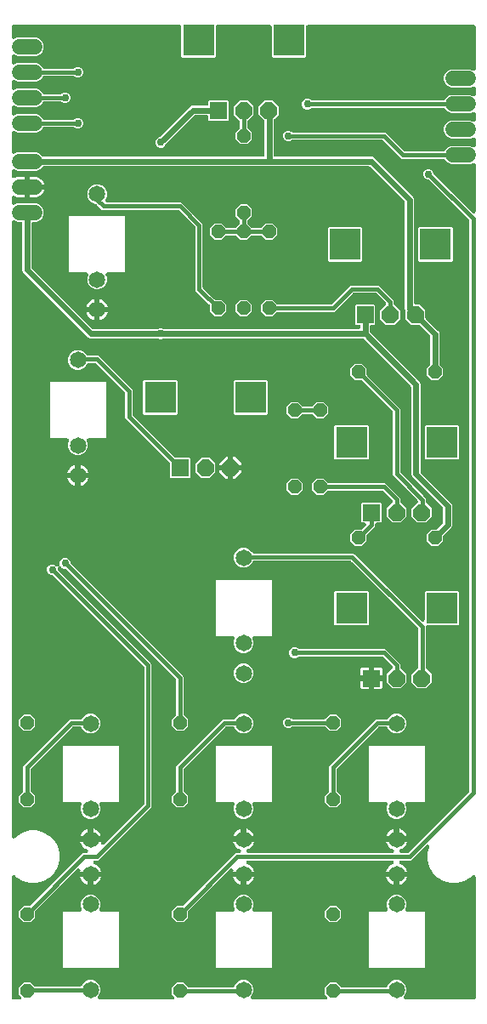
<source format=gtl>
G04 EAGLE Gerber RS-274X export*
G75*
%MOMM*%
%FSLAX34Y34*%
%LPD*%
%INTop Copper*%
%IPPOS*%
%AMOC8*
5,1,8,0,0,1.08239X$1,22.5*%
G01*
%ADD10C,1.524000*%
%ADD11R,1.676400X1.676400*%
%ADD12P,1.814519X8X292.500000*%
%ADD13R,3.116000X3.116000*%
%ADD14P,1.429621X8X292.500000*%
%ADD15P,1.429621X8X112.500000*%
%ADD16C,1.650000*%
%ADD17P,1.429621X8X22.500000*%
%ADD18P,1.429621X8X202.500000*%
%ADD19C,0.609600*%
%ADD20C,0.756400*%
%ADD21C,0.406400*%

G36*
X17898Y10162D02*
X17898Y10162D01*
X17907Y10161D01*
X18099Y10182D01*
X18290Y10201D01*
X18299Y10203D01*
X18308Y10204D01*
X18490Y10262D01*
X18675Y10319D01*
X18683Y10323D01*
X18692Y10326D01*
X18860Y10419D01*
X19029Y10511D01*
X19036Y10516D01*
X19044Y10521D01*
X19191Y10645D01*
X19338Y10768D01*
X19344Y10775D01*
X19351Y10781D01*
X19470Y10932D01*
X19591Y11082D01*
X19595Y11090D01*
X19600Y11097D01*
X19688Y11270D01*
X19776Y11439D01*
X19779Y11448D01*
X19783Y11456D01*
X19835Y11642D01*
X19888Y11826D01*
X19888Y11835D01*
X19891Y11844D01*
X19905Y12037D01*
X19921Y12228D01*
X19920Y12236D01*
X19920Y12245D01*
X19896Y12438D01*
X19874Y12627D01*
X19871Y12636D01*
X19870Y12645D01*
X19808Y12828D01*
X19749Y13010D01*
X19744Y13018D01*
X19742Y13026D01*
X19646Y13192D01*
X19551Y13361D01*
X19545Y13368D01*
X19541Y13375D01*
X19326Y13628D01*
X17271Y15683D01*
X17271Y22417D01*
X22033Y27179D01*
X28767Y27179D01*
X31944Y24002D01*
X31965Y23985D01*
X31982Y23964D01*
X32120Y23857D01*
X32256Y23747D01*
X32279Y23734D01*
X32300Y23718D01*
X32457Y23640D01*
X32611Y23558D01*
X32637Y23550D01*
X32661Y23538D01*
X32830Y23493D01*
X32997Y23443D01*
X33024Y23441D01*
X33050Y23434D01*
X33380Y23407D01*
X78436Y23407D01*
X78458Y23409D01*
X78480Y23407D01*
X78658Y23429D01*
X78837Y23447D01*
X78858Y23453D01*
X78880Y23456D01*
X79050Y23512D01*
X79221Y23565D01*
X79241Y23575D01*
X79262Y23582D01*
X79418Y23671D01*
X79575Y23757D01*
X79593Y23771D01*
X79612Y23782D01*
X79747Y23899D01*
X79885Y24014D01*
X79899Y24032D01*
X79916Y24046D01*
X80025Y24188D01*
X80137Y24328D01*
X80147Y24348D01*
X80161Y24366D01*
X80313Y24661D01*
X80613Y25387D01*
X83363Y28137D01*
X86956Y29625D01*
X90844Y29625D01*
X94437Y28137D01*
X97187Y25387D01*
X98675Y21794D01*
X98675Y17906D01*
X97187Y14313D01*
X96502Y13628D01*
X96496Y13621D01*
X96489Y13616D01*
X96370Y13467D01*
X96247Y13317D01*
X96243Y13309D01*
X96237Y13302D01*
X96149Y13132D01*
X96058Y12961D01*
X96056Y12952D01*
X96051Y12945D01*
X95998Y12760D01*
X95943Y12575D01*
X95943Y12566D01*
X95940Y12558D01*
X95924Y12367D01*
X95907Y12174D01*
X95908Y12165D01*
X95907Y12156D01*
X95929Y11967D01*
X95950Y11774D01*
X95953Y11765D01*
X95954Y11757D01*
X96014Y11574D01*
X96072Y11390D01*
X96076Y11382D01*
X96079Y11374D01*
X96174Y11206D01*
X96267Y11038D01*
X96272Y11031D01*
X96277Y11023D01*
X96403Y10877D01*
X96527Y10731D01*
X96534Y10725D01*
X96540Y10718D01*
X96693Y10600D01*
X96843Y10481D01*
X96851Y10477D01*
X96858Y10472D01*
X97030Y10386D01*
X97202Y10299D01*
X97211Y10296D01*
X97219Y10292D01*
X97404Y10243D01*
X97590Y10191D01*
X97599Y10190D01*
X97607Y10188D01*
X97938Y10161D01*
X170290Y10161D01*
X170298Y10162D01*
X170307Y10161D01*
X170499Y10182D01*
X170690Y10201D01*
X170699Y10203D01*
X170708Y10204D01*
X170890Y10262D01*
X171075Y10319D01*
X171083Y10323D01*
X171092Y10326D01*
X171260Y10419D01*
X171429Y10511D01*
X171436Y10516D01*
X171444Y10521D01*
X171591Y10645D01*
X171738Y10768D01*
X171744Y10775D01*
X171751Y10781D01*
X171870Y10932D01*
X171991Y11082D01*
X171995Y11090D01*
X172000Y11097D01*
X172088Y11270D01*
X172176Y11439D01*
X172179Y11448D01*
X172183Y11456D01*
X172235Y11642D01*
X172288Y11826D01*
X172288Y11835D01*
X172291Y11844D01*
X172305Y12037D01*
X172321Y12228D01*
X172320Y12236D01*
X172320Y12245D01*
X172296Y12438D01*
X172274Y12627D01*
X172271Y12636D01*
X172270Y12645D01*
X172208Y12828D01*
X172149Y13010D01*
X172144Y13018D01*
X172142Y13026D01*
X172046Y13192D01*
X171951Y13361D01*
X171945Y13368D01*
X171941Y13375D01*
X171726Y13628D01*
X169671Y15683D01*
X169671Y22417D01*
X174433Y27179D01*
X181167Y27179D01*
X185144Y23202D01*
X185165Y23185D01*
X185182Y23164D01*
X185320Y23057D01*
X185456Y22947D01*
X185479Y22934D01*
X185500Y22918D01*
X185657Y22840D01*
X185811Y22758D01*
X185837Y22750D01*
X185861Y22738D01*
X186030Y22693D01*
X186197Y22643D01*
X186224Y22641D01*
X186250Y22634D01*
X186580Y22607D01*
X230505Y22607D01*
X230527Y22609D01*
X230549Y22607D01*
X230726Y22629D01*
X230905Y22647D01*
X230927Y22653D01*
X230949Y22656D01*
X231118Y22712D01*
X231290Y22765D01*
X231310Y22775D01*
X231331Y22782D01*
X231486Y22871D01*
X231644Y22957D01*
X231661Y22971D01*
X231681Y22982D01*
X231816Y23100D01*
X231953Y23214D01*
X231967Y23232D01*
X231984Y23246D01*
X232093Y23388D01*
X232206Y23528D01*
X232216Y23548D01*
X232230Y23566D01*
X232381Y23861D01*
X233013Y25387D01*
X235763Y28137D01*
X239356Y29625D01*
X243244Y29625D01*
X246837Y28137D01*
X249587Y25387D01*
X251075Y21794D01*
X251075Y17906D01*
X249587Y14313D01*
X248902Y13628D01*
X248896Y13621D01*
X248889Y13616D01*
X248770Y13467D01*
X248647Y13317D01*
X248643Y13309D01*
X248637Y13302D01*
X248549Y13132D01*
X248458Y12961D01*
X248456Y12952D01*
X248451Y12945D01*
X248398Y12760D01*
X248343Y12575D01*
X248343Y12566D01*
X248340Y12558D01*
X248324Y12367D01*
X248307Y12174D01*
X248308Y12165D01*
X248307Y12156D01*
X248329Y11967D01*
X248350Y11774D01*
X248353Y11765D01*
X248354Y11757D01*
X248414Y11574D01*
X248472Y11390D01*
X248476Y11382D01*
X248479Y11374D01*
X248574Y11206D01*
X248667Y11038D01*
X248672Y11031D01*
X248677Y11023D01*
X248803Y10877D01*
X248927Y10731D01*
X248934Y10725D01*
X248940Y10718D01*
X249093Y10600D01*
X249243Y10481D01*
X249251Y10477D01*
X249258Y10472D01*
X249430Y10386D01*
X249602Y10299D01*
X249611Y10296D01*
X249619Y10292D01*
X249804Y10243D01*
X249990Y10191D01*
X249999Y10190D01*
X250007Y10188D01*
X250338Y10161D01*
X322690Y10161D01*
X322698Y10162D01*
X322707Y10161D01*
X322899Y10182D01*
X323090Y10201D01*
X323099Y10203D01*
X323108Y10204D01*
X323290Y10262D01*
X323475Y10319D01*
X323483Y10323D01*
X323492Y10326D01*
X323660Y10419D01*
X323829Y10511D01*
X323836Y10516D01*
X323844Y10521D01*
X323991Y10645D01*
X324138Y10768D01*
X324144Y10775D01*
X324151Y10781D01*
X324270Y10932D01*
X324391Y11082D01*
X324395Y11090D01*
X324400Y11097D01*
X324488Y11270D01*
X324576Y11439D01*
X324579Y11448D01*
X324583Y11456D01*
X324635Y11642D01*
X324688Y11826D01*
X324688Y11835D01*
X324691Y11844D01*
X324705Y12037D01*
X324721Y12228D01*
X324720Y12236D01*
X324720Y12245D01*
X324696Y12438D01*
X324674Y12627D01*
X324671Y12636D01*
X324670Y12645D01*
X324608Y12828D01*
X324549Y13010D01*
X324544Y13018D01*
X324542Y13026D01*
X324446Y13192D01*
X324351Y13361D01*
X324345Y13368D01*
X324341Y13375D01*
X324126Y13628D01*
X322071Y15683D01*
X322071Y22417D01*
X326833Y27179D01*
X333567Y27179D01*
X337544Y23202D01*
X337565Y23185D01*
X337582Y23164D01*
X337720Y23057D01*
X337856Y22947D01*
X337879Y22934D01*
X337900Y22918D01*
X338057Y22840D01*
X338211Y22758D01*
X338237Y22750D01*
X338261Y22738D01*
X338430Y22693D01*
X338597Y22643D01*
X338624Y22641D01*
X338650Y22634D01*
X338980Y22607D01*
X382905Y22607D01*
X382927Y22609D01*
X382949Y22607D01*
X383126Y22629D01*
X383305Y22647D01*
X383327Y22653D01*
X383349Y22656D01*
X383518Y22712D01*
X383690Y22765D01*
X383710Y22775D01*
X383731Y22782D01*
X383886Y22871D01*
X384044Y22957D01*
X384061Y22971D01*
X384081Y22982D01*
X384216Y23100D01*
X384353Y23214D01*
X384367Y23232D01*
X384384Y23246D01*
X384493Y23388D01*
X384606Y23528D01*
X384616Y23548D01*
X384630Y23566D01*
X384781Y23861D01*
X385413Y25387D01*
X388163Y28137D01*
X391756Y29625D01*
X395644Y29625D01*
X399237Y28137D01*
X401987Y25387D01*
X403475Y21794D01*
X403475Y17906D01*
X401987Y14313D01*
X401302Y13628D01*
X401296Y13621D01*
X401289Y13616D01*
X401170Y13467D01*
X401047Y13317D01*
X401043Y13309D01*
X401037Y13302D01*
X400949Y13132D01*
X400858Y12961D01*
X400856Y12952D01*
X400851Y12945D01*
X400798Y12760D01*
X400743Y12575D01*
X400743Y12566D01*
X400740Y12558D01*
X400724Y12367D01*
X400707Y12174D01*
X400708Y12165D01*
X400707Y12156D01*
X400729Y11967D01*
X400750Y11774D01*
X400753Y11765D01*
X400754Y11757D01*
X400814Y11574D01*
X400872Y11390D01*
X400876Y11382D01*
X400879Y11374D01*
X400974Y11206D01*
X401067Y11038D01*
X401072Y11031D01*
X401077Y11023D01*
X401203Y10877D01*
X401327Y10731D01*
X401334Y10725D01*
X401340Y10718D01*
X401493Y10600D01*
X401643Y10481D01*
X401651Y10477D01*
X401658Y10472D01*
X401830Y10386D01*
X402002Y10299D01*
X402011Y10296D01*
X402019Y10292D01*
X402204Y10243D01*
X402390Y10191D01*
X402399Y10190D01*
X402407Y10188D01*
X402738Y10161D01*
X470408Y10161D01*
X470426Y10163D01*
X470444Y10161D01*
X470626Y10182D01*
X470809Y10201D01*
X470826Y10206D01*
X470843Y10208D01*
X471018Y10265D01*
X471194Y10319D01*
X471209Y10327D01*
X471226Y10333D01*
X471386Y10423D01*
X471548Y10511D01*
X471561Y10522D01*
X471577Y10531D01*
X471716Y10651D01*
X471857Y10768D01*
X471868Y10782D01*
X471882Y10794D01*
X471994Y10939D01*
X472109Y11082D01*
X472117Y11098D01*
X472128Y11112D01*
X472210Y11277D01*
X472295Y11439D01*
X472300Y11456D01*
X472308Y11472D01*
X472355Y11651D01*
X472406Y11826D01*
X472408Y11844D01*
X472412Y11861D01*
X472439Y12192D01*
X472439Y132086D01*
X472438Y132095D01*
X472439Y132104D01*
X472418Y132295D01*
X472399Y132486D01*
X472397Y132495D01*
X472396Y132504D01*
X472338Y132686D01*
X472281Y132871D01*
X472277Y132879D01*
X472274Y132888D01*
X472182Y133055D01*
X472089Y133225D01*
X472084Y133232D01*
X472079Y133240D01*
X471954Y133388D01*
X471832Y133535D01*
X471825Y133540D01*
X471819Y133547D01*
X471667Y133667D01*
X471518Y133787D01*
X471510Y133791D01*
X471503Y133797D01*
X471331Y133884D01*
X471161Y133972D01*
X471152Y133975D01*
X471144Y133979D01*
X470958Y134031D01*
X470774Y134084D01*
X470765Y134085D01*
X470756Y134087D01*
X470564Y134101D01*
X470372Y134117D01*
X470364Y134116D01*
X470355Y134116D01*
X470162Y134092D01*
X469973Y134070D01*
X469964Y134067D01*
X469955Y134066D01*
X469772Y134004D01*
X469590Y133945D01*
X469582Y133940D01*
X469574Y133938D01*
X469408Y133842D01*
X469239Y133747D01*
X469232Y133741D01*
X469225Y133737D01*
X468972Y133522D01*
X466914Y131465D01*
X460948Y128020D01*
X454294Y126237D01*
X447406Y126237D01*
X440752Y128020D01*
X434786Y131465D01*
X429915Y136336D01*
X426470Y142302D01*
X424687Y148956D01*
X424687Y155844D01*
X426317Y161927D01*
X426329Y161999D01*
X426350Y162069D01*
X426361Y162197D01*
X426382Y162324D01*
X426380Y162397D01*
X426386Y162470D01*
X426372Y162598D01*
X426368Y162726D01*
X426351Y162797D01*
X426343Y162870D01*
X426304Y162993D01*
X426274Y163118D01*
X426243Y163184D01*
X426221Y163254D01*
X426159Y163367D01*
X426105Y163483D01*
X426062Y163542D01*
X426026Y163607D01*
X425943Y163705D01*
X425867Y163808D01*
X425813Y163858D01*
X425766Y163914D01*
X425665Y163993D01*
X425570Y164080D01*
X425508Y164118D01*
X425450Y164163D01*
X425335Y164221D01*
X425225Y164288D01*
X425156Y164312D01*
X425091Y164346D01*
X424967Y164380D01*
X424846Y164423D01*
X424774Y164434D01*
X424703Y164454D01*
X424575Y164463D01*
X424448Y164481D01*
X424375Y164478D01*
X424302Y164483D01*
X424174Y164467D01*
X424046Y164460D01*
X423975Y164442D01*
X423902Y164433D01*
X423780Y164392D01*
X423656Y164360D01*
X423590Y164328D01*
X423521Y164304D01*
X423409Y164240D01*
X423294Y164184D01*
X423235Y164140D01*
X423172Y164103D01*
X423042Y163993D01*
X422973Y163941D01*
X422951Y163916D01*
X422919Y163889D01*
X407873Y148843D01*
X398378Y148843D01*
X398293Y148835D01*
X398209Y148836D01*
X398094Y148815D01*
X397977Y148803D01*
X397896Y148779D01*
X397813Y148763D01*
X397704Y148720D01*
X397592Y148685D01*
X397518Y148645D01*
X397439Y148614D01*
X397341Y148549D01*
X397238Y148493D01*
X397173Y148439D01*
X397103Y148393D01*
X397019Y148311D01*
X396929Y148236D01*
X396876Y148170D01*
X396816Y148111D01*
X396750Y148013D01*
X396676Y147922D01*
X396638Y147847D01*
X396590Y147777D01*
X396545Y147669D01*
X396491Y147565D01*
X396468Y147484D01*
X396435Y147406D01*
X396412Y147291D01*
X396379Y147178D01*
X396373Y147094D01*
X396356Y147011D01*
X396356Y146893D01*
X396347Y146776D01*
X396356Y146693D01*
X396357Y146608D01*
X396380Y146493D01*
X396393Y146377D01*
X396420Y146296D01*
X396436Y146214D01*
X396482Y146105D01*
X396518Y145994D01*
X396560Y145920D01*
X396593Y145843D01*
X396659Y145745D01*
X396716Y145643D01*
X396771Y145579D01*
X396819Y145510D01*
X396903Y145427D01*
X396979Y145339D01*
X397046Y145287D01*
X397106Y145228D01*
X397205Y145164D01*
X397297Y145092D01*
X397373Y145054D01*
X397444Y145008D01*
X397581Y144951D01*
X397658Y144912D01*
X397699Y144901D01*
X397750Y144880D01*
X397842Y144850D01*
X399356Y144079D01*
X400730Y143081D01*
X401931Y141880D01*
X402929Y140506D01*
X403700Y138992D01*
X404153Y137599D01*
X394418Y137599D01*
X394400Y137597D01*
X394383Y137599D01*
X394200Y137578D01*
X394018Y137559D01*
X394001Y137554D01*
X393983Y137552D01*
X393808Y137495D01*
X393708Y137464D01*
X393701Y137468D01*
X393523Y137515D01*
X393348Y137566D01*
X393330Y137568D01*
X393313Y137572D01*
X392982Y137599D01*
X383247Y137599D01*
X383700Y138992D01*
X384471Y140506D01*
X385469Y141880D01*
X386670Y143081D01*
X388044Y144079D01*
X389558Y144850D01*
X389650Y144880D01*
X389727Y144914D01*
X389808Y144939D01*
X389911Y144995D01*
X390019Y145042D01*
X390088Y145090D01*
X390162Y145131D01*
X390252Y145206D01*
X390348Y145273D01*
X390407Y145334D01*
X390471Y145388D01*
X390545Y145480D01*
X390626Y145565D01*
X390671Y145636D01*
X390724Y145702D01*
X390778Y145806D01*
X390840Y145906D01*
X390870Y145985D01*
X390909Y146059D01*
X390942Y146172D01*
X390983Y146282D01*
X390997Y146365D01*
X391021Y146446D01*
X391030Y146563D01*
X391049Y146679D01*
X391047Y146763D01*
X391053Y146848D01*
X391040Y146964D01*
X391036Y147082D01*
X391016Y147164D01*
X391007Y147247D01*
X390970Y147359D01*
X390943Y147473D01*
X390908Y147550D01*
X390882Y147630D01*
X390824Y147733D01*
X390775Y147839D01*
X390725Y147907D01*
X390684Y147981D01*
X390607Y148070D01*
X390538Y148165D01*
X390476Y148222D01*
X390421Y148286D01*
X390328Y148357D01*
X390241Y148437D01*
X390169Y148481D01*
X390103Y148532D01*
X389997Y148585D01*
X389897Y148645D01*
X389818Y148674D01*
X389742Y148712D01*
X389628Y148742D01*
X389518Y148782D01*
X389435Y148794D01*
X389353Y148816D01*
X389205Y148828D01*
X389120Y148841D01*
X389078Y148839D01*
X389022Y148843D01*
X245977Y148843D01*
X245893Y148835D01*
X245809Y148836D01*
X245694Y148815D01*
X245577Y148803D01*
X245496Y148779D01*
X245413Y148763D01*
X245304Y148720D01*
X245192Y148685D01*
X245118Y148645D01*
X245039Y148614D01*
X244941Y148549D01*
X244838Y148493D01*
X244773Y148439D01*
X244702Y148393D01*
X244619Y148311D01*
X244529Y148236D01*
X244476Y148170D01*
X244416Y148111D01*
X244350Y148013D01*
X244276Y147922D01*
X244237Y147847D01*
X244190Y147777D01*
X244145Y147669D01*
X244091Y147565D01*
X244068Y147484D01*
X244035Y147406D01*
X244012Y147290D01*
X243979Y147178D01*
X243973Y147094D01*
X243956Y147011D01*
X243956Y146893D01*
X243947Y146776D01*
X243956Y146693D01*
X243956Y146608D01*
X243980Y146493D01*
X243993Y146377D01*
X244020Y146296D01*
X244036Y146214D01*
X244082Y146105D01*
X244118Y145994D01*
X244160Y145920D01*
X244193Y145842D01*
X244259Y145745D01*
X244316Y145643D01*
X244371Y145579D01*
X244419Y145509D01*
X244503Y145427D01*
X244579Y145339D01*
X244646Y145287D01*
X244706Y145228D01*
X244805Y145164D01*
X244897Y145092D01*
X244973Y145054D01*
X245044Y145008D01*
X245181Y144951D01*
X245258Y144912D01*
X245299Y144901D01*
X245350Y144880D01*
X245442Y144850D01*
X246956Y144079D01*
X248330Y143081D01*
X249531Y141880D01*
X250529Y140506D01*
X251300Y138992D01*
X251753Y137599D01*
X242018Y137599D01*
X242000Y137597D01*
X241983Y137599D01*
X241800Y137578D01*
X241618Y137559D01*
X241601Y137554D01*
X241583Y137552D01*
X241408Y137495D01*
X241308Y137464D01*
X241301Y137468D01*
X241123Y137515D01*
X240948Y137566D01*
X240930Y137568D01*
X240913Y137572D01*
X240582Y137599D01*
X230847Y137599D01*
X230961Y137949D01*
X230988Y138072D01*
X231024Y138193D01*
X231031Y138268D01*
X231047Y138342D01*
X231049Y138468D01*
X231060Y138594D01*
X231052Y138669D01*
X231053Y138745D01*
X231030Y138869D01*
X231017Y138994D01*
X230994Y139066D01*
X230980Y139140D01*
X230933Y139258D01*
X230895Y139378D01*
X230859Y139444D01*
X230831Y139514D01*
X230761Y139620D01*
X230700Y139731D01*
X230652Y139788D01*
X230610Y139851D01*
X230522Y139941D01*
X230440Y140038D01*
X230381Y140084D01*
X230328Y140138D01*
X230223Y140209D01*
X230124Y140287D01*
X230057Y140321D01*
X229994Y140364D01*
X229878Y140412D01*
X229765Y140470D01*
X229692Y140490D01*
X229623Y140519D01*
X229499Y140544D01*
X229377Y140578D01*
X229302Y140583D01*
X229228Y140598D01*
X229102Y140598D01*
X228976Y140607D01*
X228901Y140597D01*
X228825Y140597D01*
X228702Y140572D01*
X228576Y140556D01*
X228505Y140532D01*
X228431Y140517D01*
X228314Y140469D01*
X228194Y140428D01*
X228129Y140391D01*
X228060Y140361D01*
X227955Y140290D01*
X227846Y140227D01*
X227779Y140170D01*
X227727Y140135D01*
X227675Y140083D01*
X227593Y140013D01*
X186524Y98944D01*
X186507Y98923D01*
X186486Y98905D01*
X186379Y98768D01*
X186269Y98632D01*
X186260Y98616D01*
X186259Y98614D01*
X186255Y98607D01*
X186240Y98587D01*
X186162Y98430D01*
X186080Y98276D01*
X186075Y98261D01*
X186073Y98257D01*
X186070Y98247D01*
X186060Y98227D01*
X186015Y98057D01*
X185965Y97891D01*
X185964Y97877D01*
X185962Y97870D01*
X185961Y97857D01*
X185956Y97838D01*
X185929Y97507D01*
X185929Y91883D01*
X181167Y87121D01*
X174433Y87121D01*
X169671Y91883D01*
X169671Y98617D01*
X174433Y103379D01*
X180057Y103379D01*
X180084Y103381D01*
X180111Y103379D01*
X180285Y103401D01*
X180458Y103419D01*
X180483Y103426D01*
X180510Y103430D01*
X180676Y103485D01*
X180843Y103537D01*
X180866Y103550D01*
X180892Y103558D01*
X181043Y103645D01*
X181197Y103729D01*
X181217Y103746D01*
X181241Y103759D01*
X181494Y103974D01*
X233477Y155957D01*
X236623Y155957D01*
X236707Y155965D01*
X236791Y155964D01*
X236906Y155985D01*
X237023Y155997D01*
X237104Y156021D01*
X237187Y156037D01*
X237296Y156080D01*
X237408Y156115D01*
X237482Y156155D01*
X237561Y156186D01*
X237659Y156251D01*
X237762Y156307D01*
X237827Y156361D01*
X237898Y156407D01*
X237981Y156489D01*
X238071Y156564D01*
X238124Y156630D01*
X238184Y156689D01*
X238250Y156787D01*
X238324Y156878D01*
X238363Y156953D01*
X238410Y157023D01*
X238455Y157131D01*
X238509Y157235D01*
X238532Y157316D01*
X238565Y157394D01*
X238588Y157510D01*
X238621Y157622D01*
X238627Y157706D01*
X238644Y157789D01*
X238644Y157907D01*
X238653Y158024D01*
X238644Y158107D01*
X238644Y158192D01*
X238620Y158307D01*
X238607Y158423D01*
X238580Y158504D01*
X238564Y158586D01*
X238518Y158695D01*
X238482Y158806D01*
X238440Y158880D01*
X238407Y158958D01*
X238341Y159055D01*
X238284Y159157D01*
X238229Y159221D01*
X238181Y159291D01*
X238097Y159373D01*
X238021Y159461D01*
X237954Y159513D01*
X237894Y159572D01*
X237795Y159636D01*
X237703Y159708D01*
X237627Y159746D01*
X237556Y159792D01*
X237419Y159849D01*
X237342Y159888D01*
X237301Y159899D01*
X237250Y159920D01*
X237158Y159950D01*
X235644Y160721D01*
X234270Y161719D01*
X233069Y162920D01*
X232071Y164294D01*
X231300Y165808D01*
X230847Y167201D01*
X240582Y167201D01*
X240600Y167202D01*
X240617Y167201D01*
X240800Y167222D01*
X240982Y167241D01*
X240999Y167246D01*
X241017Y167248D01*
X241192Y167305D01*
X241292Y167336D01*
X241299Y167332D01*
X241477Y167284D01*
X241652Y167234D01*
X241670Y167232D01*
X241687Y167228D01*
X242018Y167201D01*
X251753Y167201D01*
X251300Y165808D01*
X250529Y164294D01*
X249531Y162920D01*
X248330Y161719D01*
X246956Y160721D01*
X245442Y159950D01*
X245350Y159920D01*
X245273Y159886D01*
X245192Y159861D01*
X245089Y159805D01*
X244981Y159758D01*
X244912Y159710D01*
X244838Y159669D01*
X244748Y159594D01*
X244652Y159527D01*
X244593Y159466D01*
X244529Y159412D01*
X244455Y159320D01*
X244374Y159235D01*
X244329Y159164D01*
X244276Y159098D01*
X244222Y158994D01*
X244160Y158894D01*
X244130Y158815D01*
X244091Y158741D01*
X244058Y158628D01*
X244017Y158518D01*
X244003Y158435D01*
X243979Y158354D01*
X243970Y158237D01*
X243951Y158121D01*
X243953Y158037D01*
X243947Y157952D01*
X243960Y157836D01*
X243964Y157718D01*
X243984Y157636D01*
X243993Y157553D01*
X244030Y157441D01*
X244057Y157327D01*
X244092Y157250D01*
X244118Y157170D01*
X244176Y157067D01*
X244225Y156961D01*
X244275Y156893D01*
X244316Y156819D01*
X244393Y156730D01*
X244462Y156635D01*
X244524Y156578D01*
X244579Y156514D01*
X244672Y156443D01*
X244759Y156363D01*
X244831Y156319D01*
X244897Y156268D01*
X245003Y156215D01*
X245103Y156155D01*
X245182Y156126D01*
X245258Y156088D01*
X245372Y156058D01*
X245482Y156018D01*
X245565Y156006D01*
X245647Y155984D01*
X245795Y155972D01*
X245880Y155959D01*
X245922Y155961D01*
X245978Y155957D01*
X389023Y155957D01*
X389107Y155965D01*
X389191Y155964D01*
X389306Y155985D01*
X389423Y155997D01*
X389504Y156021D01*
X389587Y156037D01*
X389696Y156080D01*
X389808Y156115D01*
X389882Y156155D01*
X389961Y156186D01*
X390059Y156251D01*
X390162Y156307D01*
X390227Y156361D01*
X390298Y156407D01*
X390381Y156489D01*
X390471Y156564D01*
X390524Y156630D01*
X390584Y156689D01*
X390650Y156787D01*
X390724Y156878D01*
X390763Y156953D01*
X390810Y157023D01*
X390855Y157131D01*
X390909Y157235D01*
X390932Y157316D01*
X390965Y157394D01*
X390988Y157510D01*
X391021Y157622D01*
X391027Y157706D01*
X391044Y157789D01*
X391044Y157907D01*
X391053Y158024D01*
X391044Y158107D01*
X391044Y158192D01*
X391020Y158307D01*
X391007Y158423D01*
X390980Y158504D01*
X390964Y158586D01*
X390918Y158695D01*
X390882Y158806D01*
X390840Y158880D01*
X390807Y158958D01*
X390741Y159055D01*
X390684Y159157D01*
X390629Y159221D01*
X390581Y159291D01*
X390497Y159373D01*
X390421Y159461D01*
X390354Y159513D01*
X390294Y159572D01*
X390195Y159636D01*
X390103Y159708D01*
X390027Y159746D01*
X389956Y159792D01*
X389819Y159849D01*
X389742Y159888D01*
X389701Y159899D01*
X389650Y159920D01*
X389558Y159950D01*
X388044Y160721D01*
X386670Y161719D01*
X385469Y162920D01*
X384471Y164294D01*
X383700Y165808D01*
X383247Y167201D01*
X392982Y167201D01*
X393000Y167202D01*
X393017Y167201D01*
X393200Y167222D01*
X393382Y167241D01*
X393399Y167246D01*
X393417Y167248D01*
X393592Y167305D01*
X393692Y167336D01*
X393699Y167332D01*
X393877Y167284D01*
X394052Y167234D01*
X394070Y167232D01*
X394087Y167228D01*
X394418Y167201D01*
X404153Y167201D01*
X403700Y165808D01*
X402929Y164294D01*
X401931Y162920D01*
X400730Y161719D01*
X399356Y160721D01*
X397842Y159950D01*
X397750Y159920D01*
X397673Y159886D01*
X397592Y159861D01*
X397489Y159805D01*
X397381Y159758D01*
X397312Y159710D01*
X397238Y159669D01*
X397148Y159594D01*
X397052Y159527D01*
X396994Y159466D01*
X396929Y159412D01*
X396855Y159320D01*
X396774Y159235D01*
X396729Y159164D01*
X396676Y159098D01*
X396622Y158994D01*
X396560Y158894D01*
X396530Y158815D01*
X396491Y158741D01*
X396458Y158628D01*
X396417Y158518D01*
X396403Y158435D01*
X396379Y158354D01*
X396370Y158237D01*
X396351Y158121D01*
X396353Y158036D01*
X396347Y157952D01*
X396360Y157836D01*
X396364Y157719D01*
X396384Y157636D01*
X396393Y157553D01*
X396430Y157441D01*
X396457Y157327D01*
X396492Y157250D01*
X396518Y157170D01*
X396576Y157067D01*
X396625Y156961D01*
X396675Y156893D01*
X396716Y156819D01*
X396793Y156730D01*
X396862Y156635D01*
X396924Y156578D01*
X396979Y156514D01*
X397072Y156442D01*
X397159Y156363D01*
X397231Y156319D01*
X397297Y156268D01*
X397403Y156215D01*
X397503Y156155D01*
X397582Y156126D01*
X397658Y156088D01*
X397772Y156058D01*
X397882Y156018D01*
X397965Y156006D01*
X398047Y155984D01*
X398195Y155972D01*
X398280Y155959D01*
X398322Y155961D01*
X398377Y155957D01*
X404085Y155957D01*
X404112Y155959D01*
X404139Y155957D01*
X404313Y155979D01*
X404486Y155997D01*
X404511Y156004D01*
X404538Y156008D01*
X404704Y156063D01*
X404871Y156115D01*
X404894Y156128D01*
X404920Y156136D01*
X405071Y156223D01*
X405225Y156307D01*
X405245Y156324D01*
X405269Y156337D01*
X405522Y156552D01*
X465748Y216778D01*
X465765Y216799D01*
X465786Y216817D01*
X465893Y216954D01*
X466003Y217090D01*
X466016Y217113D01*
X466032Y217135D01*
X466110Y217292D01*
X466192Y217446D01*
X466200Y217471D01*
X466212Y217495D01*
X466257Y217665D01*
X466307Y217831D01*
X466309Y217858D01*
X466316Y217884D01*
X466343Y218215D01*
X466343Y785085D01*
X466341Y785112D01*
X466343Y785139D01*
X466321Y785313D01*
X466303Y785486D01*
X466296Y785511D01*
X466292Y785538D01*
X466237Y785704D01*
X466185Y785871D01*
X466172Y785894D01*
X466164Y785920D01*
X466077Y786071D01*
X465993Y786225D01*
X465976Y786245D01*
X465963Y786269D01*
X465748Y786522D01*
X426322Y825948D01*
X426301Y825965D01*
X426283Y825986D01*
X426146Y826093D01*
X426010Y826203D01*
X425987Y826216D01*
X425965Y826232D01*
X425808Y826310D01*
X425654Y826392D01*
X425629Y826400D01*
X425605Y826412D01*
X425435Y826457D01*
X425269Y826507D01*
X425242Y826509D01*
X425216Y826516D01*
X424885Y826543D01*
X424394Y826543D01*
X422444Y827351D01*
X420951Y828844D01*
X420143Y830794D01*
X420143Y832906D01*
X420951Y834856D01*
X422444Y836349D01*
X424394Y837157D01*
X426506Y837157D01*
X428456Y836349D01*
X429949Y834856D01*
X430757Y832906D01*
X430757Y832415D01*
X430759Y832388D01*
X430757Y832361D01*
X430779Y832187D01*
X430797Y832014D01*
X430804Y831989D01*
X430808Y831962D01*
X430864Y831796D01*
X430915Y831629D01*
X430928Y831606D01*
X430936Y831580D01*
X431023Y831429D01*
X431107Y831275D01*
X431124Y831255D01*
X431137Y831231D01*
X431352Y830978D01*
X468972Y793358D01*
X468979Y793353D01*
X468984Y793346D01*
X469134Y793225D01*
X469283Y793103D01*
X469291Y793099D01*
X469298Y793093D01*
X469469Y793005D01*
X469639Y792915D01*
X469647Y792912D01*
X469655Y792908D01*
X469841Y792855D01*
X470025Y792800D01*
X470034Y792799D01*
X470042Y792797D01*
X470234Y792781D01*
X470426Y792763D01*
X470435Y792764D01*
X470444Y792764D01*
X470633Y792786D01*
X470826Y792807D01*
X470835Y792810D01*
X470843Y792811D01*
X471025Y792870D01*
X471210Y792928D01*
X471218Y792933D01*
X471226Y792935D01*
X471395Y793030D01*
X471562Y793123D01*
X471569Y793129D01*
X471577Y793133D01*
X471723Y793259D01*
X471869Y793384D01*
X471875Y793391D01*
X471882Y793396D01*
X471999Y793548D01*
X472119Y793700D01*
X472123Y793708D01*
X472128Y793715D01*
X472214Y793887D01*
X472301Y794058D01*
X472304Y794067D01*
X472308Y794075D01*
X472357Y794259D01*
X472409Y794446D01*
X472410Y794455D01*
X472412Y794464D01*
X472439Y794795D01*
X472439Y841118D01*
X472438Y841131D01*
X472439Y841145D01*
X472418Y841331D01*
X472399Y841518D01*
X472395Y841531D01*
X472394Y841545D01*
X472336Y841724D01*
X472281Y841903D01*
X472275Y841915D01*
X472271Y841928D01*
X472179Y842093D01*
X472089Y842257D01*
X472081Y842268D01*
X472074Y842279D01*
X471952Y842423D01*
X471832Y842567D01*
X471821Y842575D01*
X471813Y842585D01*
X471664Y842702D01*
X471518Y842819D01*
X471506Y842825D01*
X471496Y842833D01*
X471326Y842918D01*
X471161Y843005D01*
X471148Y843008D01*
X471136Y843014D01*
X470953Y843064D01*
X470774Y843116D01*
X470760Y843117D01*
X470747Y843121D01*
X470559Y843133D01*
X470372Y843149D01*
X470359Y843147D01*
X470346Y843148D01*
X470158Y843124D01*
X469973Y843102D01*
X469960Y843098D01*
X469947Y843096D01*
X469631Y842994D01*
X466639Y841755D01*
X447761Y841755D01*
X444400Y843147D01*
X441827Y845720D01*
X441674Y846089D01*
X441664Y846109D01*
X441657Y846130D01*
X441569Y846286D01*
X441484Y846444D01*
X441470Y846461D01*
X441459Y846481D01*
X441342Y846617D01*
X441228Y846755D01*
X441211Y846769D01*
X441196Y846786D01*
X441055Y846895D01*
X440915Y847008D01*
X440895Y847019D01*
X440878Y847032D01*
X440718Y847112D01*
X440559Y847195D01*
X440537Y847202D01*
X440517Y847212D01*
X440344Y847258D01*
X440172Y847308D01*
X440150Y847310D01*
X440129Y847316D01*
X439798Y847343D01*
X398577Y847343D01*
X380122Y865798D01*
X380101Y865815D01*
X380083Y865836D01*
X379946Y865943D01*
X379810Y866053D01*
X379787Y866066D01*
X379765Y866082D01*
X379608Y866160D01*
X379454Y866242D01*
X379429Y866250D01*
X379405Y866262D01*
X379235Y866307D01*
X379069Y866357D01*
X379042Y866359D01*
X379016Y866366D01*
X378685Y866393D01*
X290540Y866393D01*
X290513Y866391D01*
X290486Y866393D01*
X290312Y866371D01*
X290139Y866353D01*
X290113Y866346D01*
X290087Y866342D01*
X289921Y866287D01*
X289754Y866235D01*
X289730Y866222D01*
X289705Y866214D01*
X289553Y866127D01*
X289400Y866043D01*
X289379Y866026D01*
X289356Y866013D01*
X289103Y865798D01*
X288756Y865451D01*
X286806Y864643D01*
X284694Y864643D01*
X282744Y865451D01*
X281251Y866944D01*
X280443Y868894D01*
X280443Y871006D01*
X281251Y872956D01*
X282744Y874449D01*
X284694Y875257D01*
X286806Y875257D01*
X288756Y874449D01*
X289103Y874102D01*
X289124Y874085D01*
X289141Y874064D01*
X289279Y873957D01*
X289415Y873847D01*
X289438Y873834D01*
X289459Y873818D01*
X289616Y873740D01*
X289770Y873658D01*
X289796Y873650D01*
X289820Y873638D01*
X289989Y873593D01*
X290156Y873543D01*
X290183Y873541D01*
X290209Y873534D01*
X290540Y873507D01*
X382473Y873507D01*
X400928Y855052D01*
X400949Y855035D01*
X400967Y855014D01*
X401104Y854907D01*
X401240Y854797D01*
X401263Y854784D01*
X401285Y854768D01*
X401442Y854690D01*
X401596Y854608D01*
X401621Y854600D01*
X401645Y854588D01*
X401815Y854543D01*
X401981Y854493D01*
X402008Y854491D01*
X402034Y854484D01*
X402365Y854457D01*
X439798Y854457D01*
X439820Y854459D01*
X439842Y854457D01*
X440020Y854479D01*
X440198Y854497D01*
X440220Y854503D01*
X440242Y854506D01*
X440412Y854562D01*
X440583Y854615D01*
X440603Y854625D01*
X440624Y854632D01*
X440780Y854721D01*
X440937Y854807D01*
X440955Y854821D01*
X440974Y854832D01*
X441109Y854950D01*
X441247Y855064D01*
X441261Y855082D01*
X441277Y855096D01*
X441387Y855239D01*
X441499Y855378D01*
X441509Y855398D01*
X441523Y855416D01*
X441674Y855711D01*
X441827Y856080D01*
X444400Y858653D01*
X447761Y860045D01*
X466639Y860045D01*
X469631Y858806D01*
X469644Y858802D01*
X469655Y858795D01*
X469835Y858744D01*
X470016Y858689D01*
X470029Y858688D01*
X470042Y858684D01*
X470230Y858669D01*
X470417Y858651D01*
X470430Y858652D01*
X470444Y858651D01*
X470630Y858673D01*
X470817Y858693D01*
X470830Y858697D01*
X470843Y858698D01*
X471022Y858756D01*
X471202Y858812D01*
X471213Y858819D01*
X471226Y858823D01*
X471390Y858915D01*
X471555Y859006D01*
X471565Y859014D01*
X471577Y859021D01*
X471719Y859143D01*
X471863Y859265D01*
X471871Y859275D01*
X471882Y859284D01*
X471996Y859432D01*
X472114Y859580D01*
X472120Y859592D01*
X472128Y859602D01*
X472212Y859770D01*
X472298Y859938D01*
X472302Y859951D01*
X472308Y859963D01*
X472357Y860145D01*
X472408Y860325D01*
X472409Y860338D01*
X472412Y860351D01*
X472439Y860682D01*
X472439Y866518D01*
X472438Y866531D01*
X472439Y866545D01*
X472418Y866731D01*
X472399Y866918D01*
X472395Y866931D01*
X472394Y866945D01*
X472336Y867124D01*
X472281Y867303D01*
X472275Y867315D01*
X472271Y867328D01*
X472179Y867493D01*
X472089Y867657D01*
X472081Y867668D01*
X472074Y867679D01*
X471952Y867823D01*
X471832Y867967D01*
X471821Y867975D01*
X471813Y867985D01*
X471665Y868101D01*
X471518Y868219D01*
X471506Y868225D01*
X471496Y868233D01*
X471326Y868318D01*
X471161Y868405D01*
X471148Y868408D01*
X471136Y868414D01*
X470953Y868464D01*
X470774Y868516D01*
X470760Y868517D01*
X470747Y868521D01*
X470559Y868533D01*
X470372Y868549D01*
X470359Y868547D01*
X470346Y868548D01*
X470158Y868524D01*
X469973Y868502D01*
X469960Y868498D01*
X469947Y868496D01*
X469631Y868394D01*
X466639Y867155D01*
X447761Y867155D01*
X444400Y868547D01*
X441827Y871120D01*
X440435Y874481D01*
X440435Y878119D01*
X441827Y881480D01*
X444400Y884053D01*
X447761Y885445D01*
X466639Y885445D01*
X469631Y884206D01*
X469644Y884202D01*
X469655Y884195D01*
X469835Y884144D01*
X470016Y884089D01*
X470029Y884088D01*
X470042Y884084D01*
X470230Y884069D01*
X470417Y884051D01*
X470430Y884052D01*
X470444Y884051D01*
X470630Y884073D01*
X470817Y884093D01*
X470830Y884097D01*
X470843Y884098D01*
X471022Y884156D01*
X471202Y884212D01*
X471213Y884219D01*
X471226Y884223D01*
X471390Y884315D01*
X471555Y884406D01*
X471565Y884414D01*
X471577Y884421D01*
X471719Y884543D01*
X471863Y884665D01*
X471871Y884675D01*
X471882Y884684D01*
X471996Y884832D01*
X472114Y884980D01*
X472120Y884992D01*
X472128Y885002D01*
X472212Y885170D01*
X472298Y885338D01*
X472302Y885351D01*
X472308Y885363D01*
X472357Y885545D01*
X472408Y885725D01*
X472409Y885738D01*
X472412Y885751D01*
X472439Y886082D01*
X472439Y891918D01*
X472438Y891931D01*
X472439Y891945D01*
X472418Y892131D01*
X472399Y892318D01*
X472395Y892331D01*
X472394Y892345D01*
X472336Y892524D01*
X472281Y892703D01*
X472275Y892715D01*
X472271Y892728D01*
X472179Y892893D01*
X472089Y893057D01*
X472081Y893068D01*
X472074Y893079D01*
X471952Y893223D01*
X471832Y893367D01*
X471821Y893375D01*
X471813Y893385D01*
X471664Y893502D01*
X471518Y893619D01*
X471506Y893625D01*
X471496Y893633D01*
X471326Y893718D01*
X471161Y893805D01*
X471148Y893808D01*
X471136Y893814D01*
X470953Y893864D01*
X470774Y893916D01*
X470760Y893917D01*
X470747Y893921D01*
X470559Y893933D01*
X470372Y893949D01*
X470359Y893947D01*
X470346Y893948D01*
X470158Y893924D01*
X469973Y893902D01*
X469960Y893898D01*
X469947Y893896D01*
X469631Y893794D01*
X466639Y892555D01*
X447761Y892555D01*
X444400Y893947D01*
X441827Y896520D01*
X441674Y896889D01*
X441664Y896909D01*
X441657Y896930D01*
X441569Y897086D01*
X441484Y897244D01*
X441470Y897261D01*
X441459Y897281D01*
X441342Y897417D01*
X441228Y897555D01*
X441211Y897569D01*
X441196Y897586D01*
X441055Y897695D01*
X440915Y897808D01*
X440895Y897819D01*
X440878Y897832D01*
X440718Y897912D01*
X440559Y897995D01*
X440537Y898002D01*
X440517Y898012D01*
X440344Y898058D01*
X440172Y898108D01*
X440150Y898110D01*
X440129Y898116D01*
X439798Y898143D01*
X309590Y898143D01*
X309563Y898141D01*
X309536Y898143D01*
X309362Y898121D01*
X309189Y898103D01*
X309163Y898096D01*
X309137Y898092D01*
X308971Y898037D01*
X308804Y897985D01*
X308780Y897972D01*
X308755Y897964D01*
X308603Y897877D01*
X308450Y897793D01*
X308429Y897776D01*
X308406Y897763D01*
X308153Y897548D01*
X307806Y897201D01*
X305856Y896393D01*
X303744Y896393D01*
X301794Y897201D01*
X300301Y898694D01*
X299493Y900644D01*
X299493Y902756D01*
X300301Y904706D01*
X301794Y906199D01*
X303744Y907007D01*
X305856Y907007D01*
X307806Y906199D01*
X308153Y905852D01*
X308174Y905835D01*
X308191Y905814D01*
X308329Y905707D01*
X308465Y905597D01*
X308488Y905584D01*
X308509Y905568D01*
X308666Y905490D01*
X308820Y905408D01*
X308846Y905400D01*
X308870Y905388D01*
X309039Y905343D01*
X309206Y905293D01*
X309233Y905291D01*
X309259Y905284D01*
X309590Y905257D01*
X439798Y905257D01*
X439820Y905259D01*
X439842Y905257D01*
X440020Y905279D01*
X440198Y905297D01*
X440220Y905303D01*
X440242Y905306D01*
X440412Y905362D01*
X440583Y905415D01*
X440603Y905425D01*
X440624Y905432D01*
X440780Y905521D01*
X440937Y905607D01*
X440955Y905621D01*
X440974Y905632D01*
X441109Y905750D01*
X441247Y905864D01*
X441261Y905882D01*
X441277Y905896D01*
X441387Y906039D01*
X441499Y906178D01*
X441509Y906198D01*
X441523Y906216D01*
X441674Y906511D01*
X441827Y906880D01*
X444400Y909453D01*
X446114Y910162D01*
X446114Y910163D01*
X447761Y910845D01*
X466639Y910845D01*
X469631Y909606D01*
X469644Y909602D01*
X469655Y909595D01*
X469835Y909544D01*
X470016Y909489D01*
X470029Y909488D01*
X470042Y909484D01*
X470230Y909469D01*
X470417Y909451D01*
X470430Y909452D01*
X470444Y909451D01*
X470630Y909473D01*
X470817Y909493D01*
X470830Y909497D01*
X470843Y909498D01*
X471022Y909556D01*
X471202Y909612D01*
X471213Y909619D01*
X471226Y909623D01*
X471390Y909715D01*
X471555Y909806D01*
X471565Y909814D01*
X471577Y909821D01*
X471719Y909943D01*
X471863Y910065D01*
X471871Y910075D01*
X471882Y910084D01*
X471996Y910232D01*
X472114Y910380D01*
X472120Y910392D01*
X472128Y910402D01*
X472212Y910570D01*
X472298Y910738D01*
X472302Y910751D01*
X472308Y910763D01*
X472357Y910945D01*
X472408Y911125D01*
X472409Y911138D01*
X472412Y911151D01*
X472439Y911482D01*
X472439Y917318D01*
X472438Y917331D01*
X472439Y917345D01*
X472418Y917531D01*
X472399Y917718D01*
X472395Y917731D01*
X472394Y917745D01*
X472336Y917924D01*
X472281Y918103D01*
X472275Y918115D01*
X472271Y918128D01*
X472179Y918293D01*
X472089Y918457D01*
X472081Y918468D01*
X472074Y918479D01*
X471952Y918623D01*
X471832Y918767D01*
X471821Y918775D01*
X471813Y918785D01*
X471664Y918902D01*
X471518Y919019D01*
X471506Y919025D01*
X471496Y919033D01*
X471326Y919118D01*
X471161Y919205D01*
X471148Y919208D01*
X471136Y919214D01*
X470953Y919264D01*
X470774Y919316D01*
X470760Y919317D01*
X470747Y919321D01*
X470559Y919333D01*
X470372Y919349D01*
X470359Y919347D01*
X470346Y919348D01*
X470158Y919324D01*
X469973Y919302D01*
X469960Y919298D01*
X469947Y919296D01*
X469631Y919194D01*
X466639Y917955D01*
X447761Y917955D01*
X444400Y919347D01*
X441827Y921920D01*
X440435Y925281D01*
X440435Y928919D01*
X441827Y932280D01*
X444400Y934853D01*
X447761Y936245D01*
X466639Y936245D01*
X469631Y935006D01*
X469644Y935002D01*
X469655Y934995D01*
X469835Y934944D01*
X470016Y934889D01*
X470029Y934888D01*
X470042Y934884D01*
X470230Y934869D01*
X470417Y934851D01*
X470430Y934852D01*
X470444Y934851D01*
X470630Y934873D01*
X470817Y934893D01*
X470830Y934897D01*
X470843Y934898D01*
X471022Y934956D01*
X471202Y935012D01*
X471213Y935019D01*
X471226Y935023D01*
X471390Y935115D01*
X471555Y935206D01*
X471565Y935214D01*
X471577Y935221D01*
X471719Y935343D01*
X471863Y935465D01*
X471871Y935475D01*
X471882Y935484D01*
X471996Y935632D01*
X472114Y935780D01*
X472120Y935792D01*
X472128Y935802D01*
X472212Y935970D01*
X472298Y936138D01*
X472302Y936151D01*
X472308Y936163D01*
X472357Y936345D01*
X472408Y936525D01*
X472409Y936538D01*
X472412Y936551D01*
X472439Y936882D01*
X472439Y978408D01*
X472437Y978426D01*
X472439Y978444D01*
X472418Y978626D01*
X472399Y978809D01*
X472394Y978826D01*
X472392Y978843D01*
X472335Y979018D01*
X472281Y979194D01*
X472273Y979209D01*
X472267Y979226D01*
X472177Y979386D01*
X472089Y979548D01*
X472078Y979561D01*
X472069Y979577D01*
X471949Y979716D01*
X471832Y979857D01*
X471818Y979868D01*
X471806Y979882D01*
X471661Y979994D01*
X471518Y980109D01*
X471502Y980117D01*
X471488Y980128D01*
X471323Y980210D01*
X471161Y980295D01*
X471144Y980300D01*
X471128Y980308D01*
X470949Y980355D01*
X470774Y980406D01*
X470756Y980408D01*
X470739Y980412D01*
X470408Y980439D01*
X305436Y980439D01*
X305418Y980437D01*
X305400Y980439D01*
X305218Y980418D01*
X305035Y980399D01*
X305018Y980394D01*
X305001Y980392D01*
X304826Y980335D01*
X304650Y980281D01*
X304635Y980273D01*
X304618Y980267D01*
X304458Y980177D01*
X304296Y980089D01*
X304283Y980078D01*
X304267Y980069D01*
X304128Y979949D01*
X303987Y979832D01*
X303976Y979818D01*
X303962Y979806D01*
X303850Y979661D01*
X303735Y979518D01*
X303727Y979502D01*
X303716Y979488D01*
X303634Y979323D01*
X303549Y979161D01*
X303544Y979144D01*
X303536Y979128D01*
X303489Y978949D01*
X303438Y978774D01*
X303436Y978756D01*
X303432Y978739D01*
X303405Y978408D01*
X303405Y948988D01*
X302512Y948095D01*
X270088Y948095D01*
X269195Y948988D01*
X269195Y978408D01*
X269193Y978426D01*
X269195Y978444D01*
X269174Y978626D01*
X269155Y978809D01*
X269150Y978826D01*
X269148Y978843D01*
X269091Y979018D01*
X269037Y979194D01*
X269029Y979209D01*
X269023Y979226D01*
X268933Y979386D01*
X268845Y979548D01*
X268834Y979561D01*
X268825Y979577D01*
X268705Y979716D01*
X268588Y979857D01*
X268574Y979868D01*
X268562Y979882D01*
X268417Y979994D01*
X268274Y980109D01*
X268258Y980117D01*
X268244Y980128D01*
X268079Y980210D01*
X267917Y980295D01*
X267900Y980300D01*
X267884Y980308D01*
X267705Y980355D01*
X267530Y980406D01*
X267512Y980408D01*
X267495Y980412D01*
X267164Y980439D01*
X215436Y980439D01*
X215418Y980437D01*
X215400Y980439D01*
X215218Y980418D01*
X215035Y980399D01*
X215018Y980394D01*
X215001Y980392D01*
X214826Y980335D01*
X214650Y980281D01*
X214635Y980273D01*
X214618Y980267D01*
X214458Y980177D01*
X214296Y980089D01*
X214283Y980078D01*
X214267Y980069D01*
X214128Y979949D01*
X213987Y979832D01*
X213976Y979818D01*
X213962Y979806D01*
X213850Y979661D01*
X213735Y979518D01*
X213727Y979502D01*
X213716Y979488D01*
X213634Y979323D01*
X213549Y979161D01*
X213544Y979144D01*
X213536Y979128D01*
X213489Y978949D01*
X213438Y978774D01*
X213436Y978756D01*
X213432Y978739D01*
X213405Y978408D01*
X213405Y948988D01*
X212512Y948095D01*
X180088Y948095D01*
X179195Y948988D01*
X179195Y978408D01*
X179193Y978426D01*
X179195Y978444D01*
X179174Y978626D01*
X179155Y978809D01*
X179150Y978826D01*
X179148Y978843D01*
X179091Y979018D01*
X179037Y979194D01*
X179029Y979209D01*
X179023Y979226D01*
X178933Y979386D01*
X178845Y979548D01*
X178834Y979561D01*
X178825Y979577D01*
X178705Y979716D01*
X178588Y979857D01*
X178574Y979868D01*
X178562Y979882D01*
X178417Y979994D01*
X178274Y980109D01*
X178258Y980117D01*
X178244Y980128D01*
X178079Y980210D01*
X177917Y980295D01*
X177900Y980300D01*
X177884Y980308D01*
X177705Y980355D01*
X177530Y980406D01*
X177512Y980408D01*
X177495Y980412D01*
X177164Y980439D01*
X12192Y980439D01*
X12174Y980437D01*
X12156Y980439D01*
X11974Y980418D01*
X11791Y980399D01*
X11774Y980394D01*
X11757Y980392D01*
X11582Y980335D01*
X11406Y980281D01*
X11391Y980273D01*
X11374Y980267D01*
X11214Y980177D01*
X11052Y980089D01*
X11039Y980078D01*
X11023Y980069D01*
X10884Y979949D01*
X10743Y979832D01*
X10732Y979818D01*
X10718Y979806D01*
X10606Y979661D01*
X10491Y979518D01*
X10483Y979502D01*
X10472Y979488D01*
X10390Y979323D01*
X10305Y979161D01*
X10300Y979144D01*
X10292Y979128D01*
X10245Y978949D01*
X10194Y978774D01*
X10192Y978756D01*
X10188Y978739D01*
X10161Y978408D01*
X10161Y968632D01*
X10162Y968619D01*
X10161Y968605D01*
X10182Y968419D01*
X10201Y968232D01*
X10205Y968219D01*
X10206Y968205D01*
X10264Y968026D01*
X10319Y967847D01*
X10325Y967835D01*
X10329Y967822D01*
X10421Y967657D01*
X10511Y967493D01*
X10519Y967482D01*
X10526Y967471D01*
X10648Y967327D01*
X10768Y967183D01*
X10779Y967175D01*
X10787Y967165D01*
X10936Y967048D01*
X11082Y966931D01*
X11094Y966925D01*
X11104Y966917D01*
X11274Y966832D01*
X11439Y966745D01*
X11452Y966742D01*
X11464Y966736D01*
X11647Y966686D01*
X11826Y966634D01*
X11840Y966633D01*
X11853Y966629D01*
X12041Y966617D01*
X12228Y966601D01*
X12241Y966603D01*
X12254Y966602D01*
X12442Y966626D01*
X12627Y966648D01*
X12640Y966652D01*
X12653Y966654D01*
X12969Y966756D01*
X15961Y967995D01*
X34839Y967995D01*
X38200Y966603D01*
X40773Y964030D01*
X42165Y960669D01*
X42165Y957031D01*
X40773Y953670D01*
X38200Y951097D01*
X36689Y950471D01*
X34839Y949705D01*
X15961Y949705D01*
X12969Y950944D01*
X12956Y950948D01*
X12945Y950955D01*
X12765Y951006D01*
X12584Y951061D01*
X12571Y951062D01*
X12558Y951066D01*
X12370Y951081D01*
X12183Y951099D01*
X12170Y951098D01*
X12156Y951099D01*
X11970Y951077D01*
X11783Y951057D01*
X11770Y951053D01*
X11757Y951052D01*
X11578Y950994D01*
X11398Y950938D01*
X11387Y950931D01*
X11374Y950927D01*
X11210Y950835D01*
X11045Y950744D01*
X11035Y950736D01*
X11023Y950729D01*
X10881Y950607D01*
X10737Y950485D01*
X10729Y950475D01*
X10718Y950466D01*
X10604Y950318D01*
X10486Y950170D01*
X10480Y950158D01*
X10472Y950148D01*
X10388Y949980D01*
X10302Y949812D01*
X10298Y949799D01*
X10292Y949787D01*
X10243Y949605D01*
X10192Y949425D01*
X10191Y949412D01*
X10188Y949399D01*
X10161Y949068D01*
X10161Y943232D01*
X10162Y943219D01*
X10161Y943206D01*
X10182Y943019D01*
X10201Y942832D01*
X10205Y942819D01*
X10206Y942805D01*
X10264Y942627D01*
X10319Y942447D01*
X10325Y942435D01*
X10329Y942422D01*
X10421Y942258D01*
X10511Y942093D01*
X10519Y942082D01*
X10526Y942071D01*
X10648Y941927D01*
X10768Y941783D01*
X10779Y941775D01*
X10787Y941765D01*
X10936Y941649D01*
X11082Y941531D01*
X11094Y941525D01*
X11104Y941517D01*
X11273Y941432D01*
X11439Y941346D01*
X11452Y941342D01*
X11464Y941336D01*
X11646Y941286D01*
X11826Y941234D01*
X11840Y941233D01*
X11853Y941229D01*
X12041Y941217D01*
X12228Y941201D01*
X12241Y941203D01*
X12254Y941202D01*
X12442Y941226D01*
X12627Y941248D01*
X12640Y941252D01*
X12653Y941254D01*
X12969Y941356D01*
X15961Y942595D01*
X34839Y942595D01*
X38200Y941203D01*
X40773Y938630D01*
X40926Y938261D01*
X40936Y938241D01*
X40943Y938220D01*
X41031Y938064D01*
X41116Y937906D01*
X41130Y937889D01*
X41141Y937869D01*
X41258Y937733D01*
X41372Y937595D01*
X41389Y937581D01*
X41404Y937564D01*
X41545Y937455D01*
X41685Y937342D01*
X41705Y937331D01*
X41722Y937318D01*
X41882Y937238D01*
X42041Y937155D01*
X42063Y937148D01*
X42083Y937138D01*
X42256Y937092D01*
X42428Y937042D01*
X42450Y937040D01*
X42471Y937034D01*
X42802Y937007D01*
X71410Y937007D01*
X71437Y937009D01*
X71464Y937007D01*
X71638Y937029D01*
X71811Y937047D01*
X71837Y937054D01*
X71863Y937058D01*
X72029Y937113D01*
X72196Y937165D01*
X72220Y937178D01*
X72245Y937186D01*
X72397Y937273D01*
X72550Y937357D01*
X72571Y937374D01*
X72594Y937387D01*
X72847Y937602D01*
X73194Y937949D01*
X75144Y938757D01*
X77256Y938757D01*
X79206Y937949D01*
X80699Y936456D01*
X81507Y934506D01*
X81507Y932394D01*
X80699Y930444D01*
X79206Y928951D01*
X77256Y928143D01*
X75144Y928143D01*
X73194Y928951D01*
X72847Y929298D01*
X72826Y929315D01*
X72809Y929336D01*
X72671Y929443D01*
X72535Y929553D01*
X72512Y929566D01*
X72491Y929582D01*
X72334Y929660D01*
X72180Y929742D01*
X72154Y929750D01*
X72130Y929762D01*
X71961Y929807D01*
X71794Y929857D01*
X71767Y929859D01*
X71741Y929866D01*
X71410Y929893D01*
X42802Y929893D01*
X42780Y929891D01*
X42758Y929893D01*
X42580Y929871D01*
X42402Y929853D01*
X42380Y929847D01*
X42358Y929844D01*
X42188Y929788D01*
X42017Y929735D01*
X41997Y929725D01*
X41976Y929718D01*
X41820Y929629D01*
X41663Y929543D01*
X41645Y929529D01*
X41626Y929518D01*
X41491Y929400D01*
X41353Y929286D01*
X41339Y929268D01*
X41323Y929254D01*
X41213Y929111D01*
X41101Y928972D01*
X41091Y928952D01*
X41077Y928934D01*
X40926Y928639D01*
X40773Y928270D01*
X38200Y925697D01*
X34839Y924305D01*
X15961Y924305D01*
X12969Y925544D01*
X12956Y925548D01*
X12945Y925554D01*
X12764Y925606D01*
X12584Y925661D01*
X12571Y925662D01*
X12558Y925666D01*
X12370Y925681D01*
X12183Y925699D01*
X12170Y925698D01*
X12156Y925699D01*
X11969Y925677D01*
X11783Y925657D01*
X11770Y925653D01*
X11757Y925652D01*
X11577Y925593D01*
X11398Y925538D01*
X11387Y925531D01*
X11374Y925527D01*
X11209Y925434D01*
X11045Y925344D01*
X11035Y925336D01*
X11023Y925329D01*
X10881Y925206D01*
X10737Y925085D01*
X10729Y925075D01*
X10718Y925066D01*
X10603Y924917D01*
X10486Y924770D01*
X10480Y924758D01*
X10472Y924748D01*
X10388Y924579D01*
X10302Y924412D01*
X10298Y924399D01*
X10292Y924387D01*
X10243Y924204D01*
X10192Y924025D01*
X10191Y924012D01*
X10188Y923999D01*
X10161Y923668D01*
X10161Y917832D01*
X10162Y917819D01*
X10161Y917806D01*
X10182Y917619D01*
X10201Y917432D01*
X10205Y917419D01*
X10206Y917405D01*
X10264Y917227D01*
X10319Y917047D01*
X10325Y917035D01*
X10329Y917022D01*
X10421Y916858D01*
X10511Y916693D01*
X10519Y916682D01*
X10526Y916671D01*
X10648Y916527D01*
X10768Y916383D01*
X10779Y916375D01*
X10787Y916365D01*
X10936Y916249D01*
X11082Y916131D01*
X11094Y916125D01*
X11104Y916117D01*
X11273Y916032D01*
X11439Y915946D01*
X11452Y915942D01*
X11464Y915936D01*
X11646Y915886D01*
X11826Y915834D01*
X11840Y915833D01*
X11853Y915829D01*
X12041Y915817D01*
X12228Y915801D01*
X12241Y915803D01*
X12254Y915802D01*
X12442Y915826D01*
X12627Y915848D01*
X12640Y915852D01*
X12653Y915854D01*
X12969Y915956D01*
X15961Y917195D01*
X34839Y917195D01*
X38200Y915803D01*
X40773Y913230D01*
X40926Y912861D01*
X40936Y912841D01*
X40943Y912820D01*
X41031Y912664D01*
X41116Y912506D01*
X41130Y912489D01*
X41141Y912469D01*
X41258Y912333D01*
X41372Y912195D01*
X41389Y912181D01*
X41404Y912164D01*
X41545Y912055D01*
X41685Y911942D01*
X41705Y911931D01*
X41722Y911918D01*
X41882Y911838D01*
X42041Y911755D01*
X42063Y911748D01*
X42083Y911738D01*
X42256Y911692D01*
X42428Y911642D01*
X42450Y911640D01*
X42471Y911634D01*
X42802Y911607D01*
X58710Y911607D01*
X58737Y911609D01*
X58764Y911607D01*
X58938Y911629D01*
X59111Y911647D01*
X59137Y911654D01*
X59163Y911658D01*
X59329Y911713D01*
X59496Y911765D01*
X59520Y911778D01*
X59545Y911786D01*
X59697Y911873D01*
X59850Y911957D01*
X59871Y911974D01*
X59894Y911987D01*
X60147Y912202D01*
X60494Y912549D01*
X62444Y913357D01*
X64556Y913357D01*
X66506Y912549D01*
X67999Y911056D01*
X68807Y909106D01*
X68807Y906994D01*
X67999Y905044D01*
X66506Y903551D01*
X64556Y902743D01*
X62444Y902743D01*
X60494Y903551D01*
X60147Y903898D01*
X60126Y903915D01*
X60109Y903936D01*
X59971Y904042D01*
X59835Y904153D01*
X59812Y904166D01*
X59791Y904182D01*
X59634Y904260D01*
X59480Y904342D01*
X59454Y904350D01*
X59430Y904362D01*
X59261Y904407D01*
X59094Y904457D01*
X59067Y904459D01*
X59041Y904466D01*
X58710Y904493D01*
X42802Y904493D01*
X42780Y904491D01*
X42758Y904493D01*
X42580Y904471D01*
X42402Y904453D01*
X42380Y904447D01*
X42358Y904444D01*
X42188Y904388D01*
X42017Y904335D01*
X41997Y904325D01*
X41976Y904318D01*
X41820Y904229D01*
X41663Y904143D01*
X41645Y904129D01*
X41626Y904118D01*
X41491Y904000D01*
X41353Y903886D01*
X41339Y903868D01*
X41323Y903854D01*
X41213Y903711D01*
X41101Y903572D01*
X41091Y903552D01*
X41077Y903534D01*
X40926Y903239D01*
X40773Y902870D01*
X38200Y900297D01*
X34839Y898905D01*
X15961Y898905D01*
X12969Y900144D01*
X12956Y900148D01*
X12945Y900154D01*
X12764Y900206D01*
X12584Y900261D01*
X12571Y900262D01*
X12558Y900266D01*
X12370Y900281D01*
X12183Y900299D01*
X12170Y900298D01*
X12156Y900299D01*
X11969Y900277D01*
X11783Y900257D01*
X11770Y900253D01*
X11757Y900252D01*
X11577Y900193D01*
X11398Y900138D01*
X11387Y900131D01*
X11374Y900127D01*
X11209Y900034D01*
X11045Y899944D01*
X11035Y899936D01*
X11023Y899929D01*
X10881Y899806D01*
X10737Y899685D01*
X10729Y899675D01*
X10718Y899666D01*
X10603Y899517D01*
X10486Y899370D01*
X10480Y899358D01*
X10472Y899348D01*
X10388Y899179D01*
X10302Y899012D01*
X10298Y898999D01*
X10292Y898987D01*
X10243Y898804D01*
X10192Y898625D01*
X10191Y898612D01*
X10188Y898599D01*
X10161Y898268D01*
X10161Y892432D01*
X10162Y892419D01*
X10161Y892406D01*
X10182Y892219D01*
X10201Y892032D01*
X10205Y892019D01*
X10206Y892005D01*
X10264Y891827D01*
X10319Y891647D01*
X10325Y891635D01*
X10329Y891622D01*
X10421Y891458D01*
X10511Y891293D01*
X10519Y891282D01*
X10526Y891271D01*
X10648Y891127D01*
X10768Y890983D01*
X10779Y890975D01*
X10787Y890965D01*
X10936Y890849D01*
X11082Y890731D01*
X11094Y890725D01*
X11104Y890717D01*
X11273Y890632D01*
X11439Y890546D01*
X11452Y890542D01*
X11464Y890536D01*
X11646Y890486D01*
X11826Y890434D01*
X11840Y890433D01*
X11853Y890429D01*
X12041Y890417D01*
X12228Y890401D01*
X12241Y890403D01*
X12254Y890402D01*
X12442Y890426D01*
X12627Y890448D01*
X12640Y890452D01*
X12653Y890454D01*
X12969Y890556D01*
X15961Y891795D01*
X34839Y891795D01*
X38200Y890403D01*
X40773Y887830D01*
X40926Y887461D01*
X40936Y887441D01*
X40943Y887420D01*
X41031Y887264D01*
X41116Y887106D01*
X41130Y887089D01*
X41141Y887069D01*
X41258Y886933D01*
X41372Y886795D01*
X41389Y886781D01*
X41404Y886764D01*
X41545Y886655D01*
X41685Y886542D01*
X41705Y886531D01*
X41722Y886518D01*
X41882Y886438D01*
X42041Y886355D01*
X42063Y886348D01*
X42083Y886338D01*
X42256Y886292D01*
X42428Y886242D01*
X42450Y886240D01*
X42471Y886234D01*
X42802Y886207D01*
X71410Y886207D01*
X71437Y886209D01*
X71464Y886207D01*
X71638Y886229D01*
X71811Y886247D01*
X71837Y886254D01*
X71863Y886258D01*
X72029Y886313D01*
X72196Y886365D01*
X72220Y886378D01*
X72245Y886386D01*
X72397Y886473D01*
X72550Y886557D01*
X72571Y886574D01*
X72594Y886587D01*
X72847Y886802D01*
X73194Y887149D01*
X75144Y887957D01*
X77256Y887957D01*
X79206Y887149D01*
X80699Y885656D01*
X81507Y883706D01*
X81507Y881594D01*
X80699Y879644D01*
X79206Y878151D01*
X77256Y877343D01*
X75144Y877343D01*
X73194Y878151D01*
X72847Y878498D01*
X72826Y878515D01*
X72809Y878536D01*
X72671Y878643D01*
X72535Y878753D01*
X72512Y878766D01*
X72491Y878782D01*
X72334Y878860D01*
X72180Y878942D01*
X72154Y878950D01*
X72130Y878962D01*
X71961Y879007D01*
X71794Y879057D01*
X71767Y879059D01*
X71741Y879066D01*
X71410Y879093D01*
X42802Y879093D01*
X42780Y879091D01*
X42758Y879093D01*
X42580Y879071D01*
X42402Y879053D01*
X42380Y879047D01*
X42358Y879044D01*
X42188Y878988D01*
X42017Y878935D01*
X41997Y878925D01*
X41976Y878918D01*
X41820Y878829D01*
X41663Y878743D01*
X41645Y878729D01*
X41626Y878718D01*
X41491Y878600D01*
X41353Y878486D01*
X41339Y878468D01*
X41323Y878454D01*
X41213Y878311D01*
X41101Y878172D01*
X41091Y878152D01*
X41077Y878134D01*
X40926Y877839D01*
X40773Y877470D01*
X38200Y874897D01*
X34839Y873505D01*
X15961Y873505D01*
X12969Y874744D01*
X12956Y874748D01*
X12945Y874754D01*
X12764Y874806D01*
X12584Y874861D01*
X12571Y874862D01*
X12558Y874866D01*
X12370Y874881D01*
X12183Y874899D01*
X12170Y874898D01*
X12156Y874899D01*
X11969Y874877D01*
X11783Y874857D01*
X11770Y874853D01*
X11757Y874852D01*
X11577Y874793D01*
X11398Y874738D01*
X11387Y874731D01*
X11374Y874727D01*
X11209Y874634D01*
X11045Y874544D01*
X11035Y874536D01*
X11023Y874529D01*
X10881Y874406D01*
X10737Y874285D01*
X10729Y874275D01*
X10718Y874266D01*
X10603Y874117D01*
X10486Y873970D01*
X10480Y873958D01*
X10472Y873948D01*
X10388Y873779D01*
X10302Y873612D01*
X10298Y873599D01*
X10292Y873587D01*
X10243Y873404D01*
X10192Y873225D01*
X10191Y873212D01*
X10188Y873199D01*
X10161Y872868D01*
X10161Y854332D01*
X10162Y854319D01*
X10161Y854305D01*
X10182Y854119D01*
X10201Y853932D01*
X10205Y853919D01*
X10206Y853905D01*
X10264Y853726D01*
X10319Y853547D01*
X10325Y853535D01*
X10329Y853522D01*
X10421Y853357D01*
X10511Y853193D01*
X10519Y853182D01*
X10526Y853171D01*
X10648Y853027D01*
X10768Y852883D01*
X10779Y852875D01*
X10787Y852865D01*
X10936Y852748D01*
X11082Y852631D01*
X11094Y852625D01*
X11104Y852617D01*
X11274Y852532D01*
X11439Y852445D01*
X11452Y852442D01*
X11464Y852436D01*
X11647Y852386D01*
X11826Y852334D01*
X11840Y852333D01*
X11853Y852329D01*
X12041Y852317D01*
X12228Y852301D01*
X12241Y852303D01*
X12254Y852302D01*
X12442Y852326D01*
X12627Y852348D01*
X12640Y852352D01*
X12653Y852354D01*
X12969Y852456D01*
X15961Y853695D01*
X34839Y853695D01*
X38200Y852303D01*
X40785Y849718D01*
X40806Y849701D01*
X40823Y849680D01*
X40961Y849573D01*
X41096Y849463D01*
X41120Y849450D01*
X41141Y849434D01*
X41298Y849356D01*
X41452Y849274D01*
X41478Y849266D01*
X41502Y849254D01*
X41671Y849209D01*
X41838Y849159D01*
X41865Y849157D01*
X41891Y849150D01*
X42221Y849123D01*
X260096Y849123D01*
X260114Y849125D01*
X260132Y849123D01*
X260314Y849144D01*
X260497Y849163D01*
X260514Y849168D01*
X260531Y849170D01*
X260706Y849227D01*
X260882Y849281D01*
X260897Y849289D01*
X260914Y849295D01*
X261074Y849385D01*
X261236Y849473D01*
X261249Y849484D01*
X261265Y849493D01*
X261404Y849613D01*
X261545Y849730D01*
X261556Y849744D01*
X261570Y849756D01*
X261682Y849901D01*
X261797Y850044D01*
X261805Y850060D01*
X261816Y850074D01*
X261898Y850239D01*
X261983Y850401D01*
X261988Y850418D01*
X261996Y850434D01*
X262043Y850613D01*
X262094Y850788D01*
X262096Y850806D01*
X262100Y850823D01*
X262127Y851154D01*
X262127Y884521D01*
X262125Y884548D01*
X262127Y884574D01*
X262105Y884748D01*
X262087Y884922D01*
X262080Y884947D01*
X262076Y884974D01*
X262020Y885140D01*
X261969Y885307D01*
X261956Y885330D01*
X261948Y885356D01*
X261861Y885507D01*
X261777Y885661D01*
X261760Y885681D01*
X261747Y885704D01*
X261532Y885957D01*
X256393Y891097D01*
X256393Y899303D01*
X262197Y905107D01*
X270403Y905107D01*
X276207Y899303D01*
X276207Y891097D01*
X271868Y886757D01*
X271851Y886737D01*
X271830Y886719D01*
X271723Y886581D01*
X271613Y886446D01*
X271600Y886422D01*
X271584Y886401D01*
X271506Y886245D01*
X271424Y886090D01*
X271416Y886065D01*
X271404Y886041D01*
X271359Y885871D01*
X271309Y885704D01*
X271307Y885678D01*
X271300Y885652D01*
X271273Y885321D01*
X271273Y851154D01*
X271275Y851136D01*
X271273Y851118D01*
X271294Y850936D01*
X271313Y850753D01*
X271318Y850736D01*
X271320Y850719D01*
X271377Y850544D01*
X271431Y850368D01*
X271439Y850353D01*
X271445Y850336D01*
X271535Y850176D01*
X271623Y850014D01*
X271634Y850001D01*
X271643Y849985D01*
X271763Y849846D01*
X271880Y849705D01*
X271894Y849694D01*
X271906Y849680D01*
X272051Y849568D01*
X272194Y849453D01*
X272210Y849445D01*
X272224Y849434D01*
X272389Y849352D01*
X272551Y849267D01*
X272568Y849262D01*
X272584Y849254D01*
X272763Y849207D01*
X272938Y849156D01*
X272956Y849154D01*
X272973Y849150D01*
X273304Y849123D01*
X369210Y849123D01*
X370890Y848427D01*
X410277Y809040D01*
X410973Y807360D01*
X410973Y703938D01*
X410975Y703920D01*
X410973Y703902D01*
X410994Y703720D01*
X411013Y703537D01*
X411018Y703520D01*
X411020Y703503D01*
X411077Y703328D01*
X411131Y703152D01*
X411139Y703137D01*
X411145Y703120D01*
X411235Y702960D01*
X411323Y702798D01*
X411334Y702785D01*
X411343Y702769D01*
X411463Y702630D01*
X411580Y702489D01*
X411594Y702478D01*
X411606Y702464D01*
X411751Y702352D01*
X411894Y702237D01*
X411910Y702229D01*
X411924Y702218D01*
X412089Y702136D01*
X412251Y702051D01*
X412268Y702046D01*
X412284Y702038D01*
X412463Y701991D01*
X412638Y701940D01*
X412656Y701938D01*
X412673Y701934D01*
X413004Y701907D01*
X416453Y701907D01*
X422257Y696103D01*
X422257Y689551D01*
X422260Y689514D01*
X422258Y689477D01*
X422280Y689314D01*
X422297Y689151D01*
X422308Y689115D01*
X422313Y689078D01*
X422367Y688923D01*
X422415Y688766D01*
X422433Y688733D01*
X422445Y688698D01*
X422528Y688556D01*
X422607Y688412D01*
X422630Y688383D01*
X422649Y688351D01*
X422856Y688113D01*
X422864Y688103D01*
X422865Y688102D01*
X422867Y688100D01*
X434087Y677111D01*
X434103Y677098D01*
X434116Y677082D01*
X434194Y677023D01*
X435008Y676208D01*
X435016Y676202D01*
X435023Y676194D01*
X435667Y675563D01*
X436011Y674732D01*
X436016Y674724D01*
X436019Y674713D01*
X436373Y673884D01*
X436373Y672984D01*
X436374Y672974D01*
X436373Y672963D01*
X436385Y671819D01*
X436373Y671672D01*
X436373Y642764D01*
X436375Y642738D01*
X436373Y642711D01*
X436395Y642537D01*
X436413Y642364D01*
X436420Y642338D01*
X436424Y642312D01*
X436479Y642146D01*
X436531Y641979D01*
X436544Y641955D01*
X436552Y641930D01*
X436639Y641778D01*
X436723Y641625D01*
X436740Y641604D01*
X436753Y641581D01*
X436968Y641328D01*
X439929Y638367D01*
X439929Y631633D01*
X435167Y626871D01*
X428433Y626871D01*
X423671Y631633D01*
X423671Y638367D01*
X426632Y641328D01*
X426649Y641349D01*
X426670Y641366D01*
X426777Y641504D01*
X426887Y641640D01*
X426900Y641663D01*
X426916Y641684D01*
X426994Y641841D01*
X427076Y641995D01*
X427084Y642021D01*
X427096Y642045D01*
X427141Y642214D01*
X427191Y642381D01*
X427193Y642408D01*
X427200Y642434D01*
X427227Y642764D01*
X427227Y670174D01*
X427224Y670212D01*
X427226Y670249D01*
X427204Y670411D01*
X427187Y670575D01*
X427176Y670611D01*
X427171Y670648D01*
X427117Y670803D01*
X427069Y670960D01*
X427051Y670993D01*
X427039Y671028D01*
X426956Y671170D01*
X426877Y671314D01*
X426854Y671343D01*
X426835Y671375D01*
X426628Y671613D01*
X426620Y671623D01*
X426619Y671624D01*
X426617Y671625D01*
X416522Y681513D01*
X416509Y681523D01*
X416499Y681536D01*
X416352Y681649D01*
X416208Y681765D01*
X416193Y681772D01*
X416181Y681782D01*
X416014Y681865D01*
X415850Y681950D01*
X415835Y681954D01*
X415820Y681962D01*
X415641Y682010D01*
X415463Y682061D01*
X415447Y682062D01*
X415431Y682066D01*
X415101Y682093D01*
X408247Y682093D01*
X402443Y687897D01*
X402443Y695512D01*
X402424Y695703D01*
X402404Y695909D01*
X402404Y695911D01*
X402403Y695913D01*
X402399Y695928D01*
X402313Y696228D01*
X402158Y696638D01*
X402145Y696664D01*
X402134Y696700D01*
X401798Y697512D01*
X401826Y698391D01*
X401824Y698421D01*
X401827Y698458D01*
X401827Y803715D01*
X401825Y803741D01*
X401827Y803768D01*
X401805Y803942D01*
X401787Y804115D01*
X401780Y804141D01*
X401776Y804167D01*
X401721Y804333D01*
X401669Y804500D01*
X401656Y804524D01*
X401648Y804549D01*
X401561Y804701D01*
X401477Y804854D01*
X401460Y804875D01*
X401447Y804898D01*
X401232Y805151D01*
X367001Y839382D01*
X366980Y839399D01*
X366963Y839420D01*
X366825Y839527D01*
X366689Y839637D01*
X366666Y839650D01*
X366645Y839666D01*
X366488Y839744D01*
X366334Y839826D01*
X366308Y839834D01*
X366284Y839846D01*
X366115Y839891D01*
X365948Y839941D01*
X365921Y839943D01*
X365895Y839950D01*
X365565Y839977D01*
X42221Y839977D01*
X42195Y839975D01*
X42168Y839977D01*
X41994Y839955D01*
X41821Y839937D01*
X41795Y839930D01*
X41768Y839926D01*
X41603Y839870D01*
X41436Y839819D01*
X41412Y839806D01*
X41387Y839798D01*
X41236Y839711D01*
X41082Y839627D01*
X41061Y839610D01*
X41038Y839597D01*
X40785Y839382D01*
X38200Y836797D01*
X34839Y835405D01*
X15961Y835405D01*
X12969Y836644D01*
X12956Y836648D01*
X12945Y836655D01*
X12765Y836706D01*
X12584Y836761D01*
X12571Y836762D01*
X12558Y836766D01*
X12370Y836781D01*
X12183Y836799D01*
X12170Y836798D01*
X12156Y836799D01*
X11970Y836777D01*
X11783Y836757D01*
X11770Y836753D01*
X11757Y836752D01*
X11578Y836694D01*
X11398Y836638D01*
X11387Y836631D01*
X11374Y836627D01*
X11210Y836535D01*
X11045Y836444D01*
X11035Y836436D01*
X11023Y836429D01*
X10881Y836307D01*
X10737Y836185D01*
X10729Y836175D01*
X10718Y836166D01*
X10604Y836018D01*
X10486Y835870D01*
X10480Y835858D01*
X10472Y835848D01*
X10388Y835680D01*
X10302Y835512D01*
X10298Y835499D01*
X10292Y835487D01*
X10243Y835305D01*
X10192Y835125D01*
X10191Y835112D01*
X10188Y835099D01*
X10161Y834768D01*
X10161Y829986D01*
X10170Y829893D01*
X10169Y829800D01*
X10190Y829693D01*
X10201Y829585D01*
X10228Y829496D01*
X10246Y829405D01*
X10287Y829304D01*
X10319Y829201D01*
X10363Y829119D01*
X10399Y829032D01*
X10459Y828942D01*
X10511Y828847D01*
X10570Y828775D01*
X10622Y828697D01*
X10699Y828621D01*
X10768Y828537D01*
X10841Y828479D01*
X10907Y828413D01*
X10997Y828353D01*
X11082Y828285D01*
X11165Y828242D01*
X11242Y828190D01*
X11343Y828149D01*
X11439Y828099D01*
X11529Y828074D01*
X11615Y828038D01*
X11722Y828018D01*
X11826Y827988D01*
X11919Y827980D01*
X12011Y827963D01*
X12119Y827964D01*
X12228Y827955D01*
X12320Y827966D01*
X12413Y827967D01*
X12520Y827989D01*
X12627Y828002D01*
X12716Y828031D01*
X12807Y828050D01*
X12931Y828101D01*
X13010Y828127D01*
X13053Y828151D01*
X13114Y828176D01*
X13880Y828566D01*
X15401Y829061D01*
X16980Y829311D01*
X22861Y829311D01*
X22861Y819658D01*
X22862Y819640D01*
X22861Y819623D01*
X22882Y819440D01*
X22901Y819258D01*
X22906Y819241D01*
X22908Y819223D01*
X22933Y819145D01*
X22894Y819008D01*
X22892Y818990D01*
X22888Y818973D01*
X22861Y818642D01*
X22861Y808989D01*
X16980Y808989D01*
X15401Y809239D01*
X13880Y809734D01*
X13114Y810124D01*
X13027Y810158D01*
X12945Y810201D01*
X12840Y810231D01*
X12739Y810270D01*
X12647Y810286D01*
X12558Y810312D01*
X12449Y810321D01*
X12343Y810340D01*
X12249Y810337D01*
X12156Y810345D01*
X12049Y810332D01*
X11940Y810329D01*
X11849Y810309D01*
X11757Y810298D01*
X11653Y810264D01*
X11548Y810240D01*
X11462Y810202D01*
X11374Y810173D01*
X11279Y810120D01*
X11180Y810075D01*
X11104Y810021D01*
X11023Y809975D01*
X10941Y809904D01*
X10853Y809841D01*
X10789Y809773D01*
X10718Y809712D01*
X10652Y809626D01*
X10578Y809547D01*
X10529Y809468D01*
X10472Y809394D01*
X10423Y809297D01*
X10366Y809204D01*
X10334Y809117D01*
X10292Y809033D01*
X10264Y808929D01*
X10227Y808827D01*
X10212Y808735D01*
X10188Y808645D01*
X10177Y808511D01*
X10164Y808429D01*
X10166Y808380D01*
X10161Y808314D01*
X10161Y803532D01*
X10162Y803519D01*
X10161Y803505D01*
X10182Y803319D01*
X10201Y803132D01*
X10205Y803119D01*
X10206Y803105D01*
X10264Y802926D01*
X10319Y802747D01*
X10325Y802735D01*
X10329Y802722D01*
X10421Y802557D01*
X10511Y802393D01*
X10519Y802382D01*
X10526Y802371D01*
X10648Y802227D01*
X10768Y802083D01*
X10779Y802075D01*
X10787Y802065D01*
X10936Y801948D01*
X11082Y801831D01*
X11094Y801825D01*
X11104Y801817D01*
X11274Y801732D01*
X11439Y801645D01*
X11452Y801642D01*
X11464Y801636D01*
X11647Y801586D01*
X11826Y801534D01*
X11840Y801533D01*
X11853Y801529D01*
X12041Y801517D01*
X12228Y801501D01*
X12241Y801503D01*
X12254Y801502D01*
X12442Y801526D01*
X12627Y801548D01*
X12640Y801552D01*
X12653Y801554D01*
X12969Y801656D01*
X15961Y802895D01*
X34839Y802895D01*
X38200Y801503D01*
X40773Y798930D01*
X42165Y795569D01*
X42165Y791931D01*
X40773Y788570D01*
X38200Y785997D01*
X38062Y785940D01*
X34839Y784605D01*
X32004Y784605D01*
X31986Y784603D01*
X31968Y784605D01*
X31786Y784584D01*
X31603Y784565D01*
X31586Y784560D01*
X31569Y784558D01*
X31394Y784501D01*
X31218Y784447D01*
X31203Y784439D01*
X31186Y784433D01*
X31026Y784343D01*
X30864Y784255D01*
X30851Y784244D01*
X30835Y784235D01*
X30696Y784115D01*
X30555Y783998D01*
X30544Y783984D01*
X30530Y783972D01*
X30418Y783827D01*
X30303Y783684D01*
X30295Y783668D01*
X30284Y783654D01*
X30202Y783489D01*
X30117Y783327D01*
X30112Y783310D01*
X30104Y783294D01*
X30057Y783115D01*
X30006Y782940D01*
X30004Y782922D01*
X30000Y782905D01*
X29973Y782574D01*
X29973Y739335D01*
X29975Y739309D01*
X29973Y739282D01*
X29995Y739108D01*
X30013Y738935D01*
X30020Y738909D01*
X30024Y738883D01*
X30079Y738717D01*
X30131Y738550D01*
X30144Y738526D01*
X30152Y738501D01*
X30239Y738349D01*
X30323Y738196D01*
X30340Y738175D01*
X30353Y738152D01*
X30568Y737899D01*
X90199Y678268D01*
X90220Y678251D01*
X90237Y678230D01*
X90375Y678123D01*
X90511Y678013D01*
X90534Y678000D01*
X90555Y677984D01*
X90712Y677906D01*
X90866Y677824D01*
X90892Y677816D01*
X90916Y677804D01*
X91085Y677759D01*
X91252Y677709D01*
X91279Y677707D01*
X91305Y677700D01*
X91635Y677673D01*
X155518Y677673D01*
X155549Y677676D01*
X155581Y677674D01*
X155750Y677696D01*
X155919Y677713D01*
X155949Y677722D01*
X155980Y677726D01*
X156296Y677827D01*
X157694Y678407D01*
X159806Y678407D01*
X161204Y677827D01*
X161234Y677818D01*
X161262Y677804D01*
X161427Y677760D01*
X161590Y677711D01*
X161621Y677708D01*
X161651Y677700D01*
X161982Y677673D01*
X355746Y677673D01*
X355764Y677675D01*
X355782Y677673D01*
X355964Y677694D01*
X356147Y677713D01*
X356164Y677718D01*
X356181Y677720D01*
X356356Y677777D01*
X356532Y677831D01*
X356547Y677839D01*
X356564Y677845D01*
X356724Y677935D01*
X356886Y678023D01*
X356899Y678034D01*
X356915Y678043D01*
X357054Y678163D01*
X357195Y678280D01*
X357206Y678294D01*
X357220Y678306D01*
X357332Y678451D01*
X357447Y678594D01*
X357455Y678610D01*
X357466Y678624D01*
X357548Y678789D01*
X357633Y678951D01*
X357638Y678968D01*
X357646Y678984D01*
X357693Y679163D01*
X357744Y679338D01*
X357746Y679356D01*
X357750Y679373D01*
X357777Y679704D01*
X357777Y680062D01*
X357775Y680080D01*
X357777Y680098D01*
X357756Y680280D01*
X357737Y680463D01*
X357732Y680480D01*
X357730Y680497D01*
X357673Y680672D01*
X357619Y680848D01*
X357611Y680863D01*
X357605Y680880D01*
X357515Y681040D01*
X357427Y681202D01*
X357416Y681215D01*
X357407Y681231D01*
X357287Y681370D01*
X357170Y681511D01*
X357156Y681522D01*
X357144Y681536D01*
X356999Y681648D01*
X356856Y681763D01*
X356840Y681771D01*
X356826Y681782D01*
X356661Y681864D01*
X356499Y681949D01*
X356482Y681954D01*
X356466Y681962D01*
X356287Y682009D01*
X356112Y682060D01*
X356094Y682062D01*
X356077Y682066D01*
X355746Y682093D01*
X353336Y682093D01*
X352443Y682986D01*
X352443Y701014D01*
X353336Y701907D01*
X371364Y701907D01*
X372257Y701014D01*
X372257Y682986D01*
X371364Y682093D01*
X368954Y682093D01*
X368936Y682091D01*
X368918Y682093D01*
X368736Y682072D01*
X368553Y682053D01*
X368536Y682048D01*
X368519Y682046D01*
X368344Y681989D01*
X368168Y681935D01*
X368153Y681927D01*
X368136Y681921D01*
X367976Y681831D01*
X367814Y681743D01*
X367801Y681732D01*
X367785Y681723D01*
X367646Y681603D01*
X367505Y681486D01*
X367494Y681472D01*
X367480Y681460D01*
X367368Y681315D01*
X367253Y681172D01*
X367245Y681156D01*
X367234Y681142D01*
X367152Y680977D01*
X367067Y680815D01*
X367062Y680798D01*
X367054Y680782D01*
X367007Y680603D01*
X366956Y680428D01*
X366954Y680410D01*
X366950Y680393D01*
X366923Y680062D01*
X366923Y675820D01*
X366925Y675798D01*
X366923Y675775D01*
X366945Y675597D01*
X366963Y675420D01*
X366969Y675398D01*
X366972Y675375D01*
X367028Y675206D01*
X367081Y675035D01*
X367092Y675015D01*
X367099Y674993D01*
X367187Y674838D01*
X367273Y674681D01*
X367287Y674663D01*
X367298Y674643D01*
X367512Y674390D01*
X415988Y625529D01*
X415991Y625526D01*
X415994Y625523D01*
X416633Y624884D01*
X416976Y624047D01*
X416978Y624043D01*
X416979Y624039D01*
X417326Y623201D01*
X417323Y622298D01*
X417323Y622294D01*
X417323Y622290D01*
X417323Y536135D01*
X417325Y536109D01*
X417323Y536082D01*
X417345Y535908D01*
X417363Y535735D01*
X417370Y535709D01*
X417374Y535683D01*
X417429Y535517D01*
X417481Y535350D01*
X417494Y535326D01*
X417502Y535301D01*
X417589Y535149D01*
X417673Y534996D01*
X417690Y534975D01*
X417703Y534952D01*
X417918Y534699D01*
X448377Y504240D01*
X449073Y502560D01*
X449073Y481690D01*
X448377Y480010D01*
X446805Y478438D01*
X440524Y472157D01*
X440507Y472136D01*
X440486Y472119D01*
X440379Y471981D01*
X440269Y471845D01*
X440256Y471822D01*
X440240Y471801D01*
X440162Y471644D01*
X440080Y471490D01*
X440072Y471464D01*
X440060Y471440D01*
X440015Y471271D01*
X439965Y471104D01*
X439963Y471077D01*
X439956Y471051D01*
X439929Y470721D01*
X439929Y466533D01*
X435167Y461771D01*
X428433Y461771D01*
X423671Y466533D01*
X423671Y473267D01*
X428433Y478029D01*
X432621Y478029D01*
X432647Y478031D01*
X432674Y478029D01*
X432848Y478051D01*
X433021Y478069D01*
X433047Y478076D01*
X433073Y478080D01*
X433239Y478136D01*
X433406Y478187D01*
X433430Y478200D01*
X433455Y478208D01*
X433607Y478295D01*
X433760Y478379D01*
X433781Y478396D01*
X433804Y478409D01*
X434057Y478624D01*
X439332Y483899D01*
X439349Y483920D01*
X439370Y483937D01*
X439477Y484075D01*
X439587Y484211D01*
X439600Y484234D01*
X439616Y484255D01*
X439694Y484412D01*
X439776Y484566D01*
X439784Y484592D01*
X439796Y484616D01*
X439841Y484785D01*
X439891Y484952D01*
X439893Y484979D01*
X439900Y485005D01*
X439927Y485335D01*
X439927Y498915D01*
X439925Y498941D01*
X439927Y498968D01*
X439905Y499142D01*
X439887Y499315D01*
X439880Y499341D01*
X439876Y499367D01*
X439821Y499533D01*
X439769Y499700D01*
X439756Y499724D01*
X439748Y499749D01*
X439661Y499901D01*
X439577Y500054D01*
X439560Y500075D01*
X439547Y500098D01*
X439332Y500351D01*
X408873Y530810D01*
X408177Y532490D01*
X408177Y619580D01*
X408175Y619602D01*
X408177Y619625D01*
X408155Y619803D01*
X408137Y619980D01*
X408131Y620002D01*
X408128Y620025D01*
X408072Y620194D01*
X408019Y620365D01*
X408008Y620385D01*
X408001Y620407D01*
X407913Y620562D01*
X407827Y620719D01*
X407813Y620737D01*
X407802Y620757D01*
X407588Y621010D01*
X361041Y667927D01*
X361017Y667946D01*
X360997Y667970D01*
X360863Y668074D01*
X360731Y668183D01*
X360704Y668198D01*
X360679Y668216D01*
X360527Y668292D01*
X360376Y668373D01*
X360346Y668382D01*
X360319Y668396D01*
X360154Y668440D01*
X359990Y668489D01*
X359960Y668492D01*
X359930Y668500D01*
X359599Y668527D01*
X161982Y668527D01*
X161951Y668524D01*
X161919Y668526D01*
X161750Y668504D01*
X161581Y668487D01*
X161551Y668478D01*
X161520Y668474D01*
X161204Y668373D01*
X159806Y667793D01*
X157694Y667793D01*
X156296Y668373D01*
X156266Y668382D01*
X156238Y668396D01*
X156073Y668440D01*
X155910Y668489D01*
X155879Y668492D01*
X155849Y668500D01*
X155518Y668527D01*
X87990Y668527D01*
X86310Y669223D01*
X21523Y734010D01*
X20827Y735690D01*
X20827Y782574D01*
X20825Y782592D01*
X20827Y782610D01*
X20806Y782792D01*
X20787Y782975D01*
X20782Y782992D01*
X20780Y783009D01*
X20723Y783184D01*
X20669Y783360D01*
X20661Y783375D01*
X20655Y783392D01*
X20565Y783552D01*
X20477Y783714D01*
X20466Y783727D01*
X20457Y783743D01*
X20337Y783882D01*
X20220Y784023D01*
X20206Y784034D01*
X20194Y784048D01*
X20049Y784160D01*
X19906Y784275D01*
X19890Y784283D01*
X19876Y784294D01*
X19711Y784376D01*
X19549Y784461D01*
X19532Y784466D01*
X19516Y784474D01*
X19337Y784521D01*
X19162Y784572D01*
X19144Y784574D01*
X19127Y784578D01*
X18796Y784605D01*
X15961Y784605D01*
X12969Y785844D01*
X12956Y785848D01*
X12945Y785855D01*
X12765Y785906D01*
X12584Y785961D01*
X12571Y785962D01*
X12558Y785966D01*
X12370Y785981D01*
X12183Y785999D01*
X12170Y785998D01*
X12156Y785999D01*
X11970Y785977D01*
X11783Y785957D01*
X11770Y785953D01*
X11757Y785952D01*
X11578Y785894D01*
X11398Y785838D01*
X11387Y785831D01*
X11374Y785827D01*
X11210Y785735D01*
X11045Y785644D01*
X11035Y785636D01*
X11023Y785629D01*
X10881Y785507D01*
X10737Y785385D01*
X10729Y785375D01*
X10718Y785366D01*
X10604Y785218D01*
X10486Y785070D01*
X10480Y785058D01*
X10472Y785048D01*
X10388Y784880D01*
X10302Y784712D01*
X10298Y784699D01*
X10292Y784687D01*
X10243Y784504D01*
X10192Y784325D01*
X10191Y784312D01*
X10188Y784299D01*
X10161Y783968D01*
X10161Y172714D01*
X10162Y172705D01*
X10161Y172696D01*
X10182Y172505D01*
X10201Y172314D01*
X10203Y172305D01*
X10204Y172296D01*
X10262Y172114D01*
X10319Y171929D01*
X10323Y171921D01*
X10326Y171912D01*
X10419Y171744D01*
X10511Y171575D01*
X10516Y171568D01*
X10521Y171560D01*
X10646Y171412D01*
X10768Y171265D01*
X10775Y171260D01*
X10781Y171253D01*
X10933Y171133D01*
X11082Y171013D01*
X11090Y171009D01*
X11097Y171003D01*
X11269Y170916D01*
X11439Y170828D01*
X11448Y170825D01*
X11456Y170821D01*
X11642Y170769D01*
X11826Y170716D01*
X11835Y170715D01*
X11844Y170713D01*
X12036Y170699D01*
X12228Y170683D01*
X12236Y170684D01*
X12245Y170684D01*
X12438Y170708D01*
X12627Y170730D01*
X12636Y170733D01*
X12645Y170734D01*
X12828Y170796D01*
X13010Y170855D01*
X13018Y170860D01*
X13026Y170862D01*
X13192Y170958D01*
X13361Y171053D01*
X13368Y171059D01*
X13375Y171063D01*
X13628Y171278D01*
X15686Y173335D01*
X21652Y176780D01*
X28306Y178563D01*
X35194Y178563D01*
X41848Y176780D01*
X47814Y173335D01*
X52685Y168464D01*
X56130Y162498D01*
X57913Y155844D01*
X57913Y148956D01*
X56130Y142302D01*
X52685Y136336D01*
X47814Y131465D01*
X41848Y128020D01*
X35194Y126237D01*
X28306Y126237D01*
X21652Y128020D01*
X15686Y131465D01*
X13628Y133522D01*
X13621Y133528D01*
X13616Y133535D01*
X13466Y133655D01*
X13317Y133777D01*
X13309Y133781D01*
X13302Y133787D01*
X13132Y133875D01*
X12961Y133966D01*
X12952Y133968D01*
X12945Y133972D01*
X12760Y134025D01*
X12575Y134081D01*
X12566Y134081D01*
X12558Y134084D01*
X12367Y134099D01*
X12174Y134117D01*
X12165Y134116D01*
X12156Y134117D01*
X11967Y134094D01*
X11774Y134074D01*
X11765Y134071D01*
X11757Y134070D01*
X11575Y134010D01*
X11390Y133952D01*
X11382Y133948D01*
X11374Y133945D01*
X11205Y133850D01*
X11038Y133757D01*
X11031Y133751D01*
X11023Y133747D01*
X10877Y133621D01*
X10731Y133497D01*
X10725Y133490D01*
X10718Y133484D01*
X10601Y133332D01*
X10481Y133181D01*
X10477Y133173D01*
X10472Y133166D01*
X10386Y132994D01*
X10299Y132822D01*
X10296Y132813D01*
X10292Y132805D01*
X10242Y132619D01*
X10191Y132434D01*
X10190Y132425D01*
X10188Y132416D01*
X10161Y132086D01*
X10161Y12192D01*
X10163Y12174D01*
X10161Y12156D01*
X10182Y11974D01*
X10201Y11791D01*
X10206Y11774D01*
X10208Y11757D01*
X10265Y11582D01*
X10319Y11406D01*
X10327Y11391D01*
X10333Y11374D01*
X10423Y11214D01*
X10511Y11052D01*
X10522Y11039D01*
X10531Y11023D01*
X10651Y10884D01*
X10768Y10743D01*
X10782Y10732D01*
X10794Y10718D01*
X10939Y10606D01*
X11082Y10491D01*
X11098Y10483D01*
X11112Y10472D01*
X11277Y10390D01*
X11439Y10305D01*
X11456Y10300D01*
X11472Y10292D01*
X11651Y10245D01*
X11826Y10194D01*
X11844Y10192D01*
X11861Y10188D01*
X12192Y10161D01*
X17890Y10161D01*
X17898Y10162D01*
G37*
%LPC*%
G36*
X22033Y87121D02*
X22033Y87121D01*
X17271Y91883D01*
X17271Y98617D01*
X22033Y103379D01*
X27657Y103379D01*
X27684Y103381D01*
X27711Y103379D01*
X27885Y103401D01*
X28058Y103419D01*
X28084Y103426D01*
X28110Y103430D01*
X28276Y103485D01*
X28443Y103537D01*
X28467Y103550D01*
X28492Y103558D01*
X28643Y103645D01*
X28797Y103729D01*
X28817Y103746D01*
X28841Y103759D01*
X29094Y103974D01*
X78398Y153278D01*
X81077Y155957D01*
X84223Y155957D01*
X84307Y155965D01*
X84391Y155964D01*
X84506Y155985D01*
X84623Y155997D01*
X84704Y156021D01*
X84787Y156037D01*
X84896Y156080D01*
X85008Y156115D01*
X85082Y156155D01*
X85161Y156186D01*
X85259Y156251D01*
X85362Y156307D01*
X85427Y156361D01*
X85498Y156407D01*
X85581Y156489D01*
X85671Y156564D01*
X85724Y156630D01*
X85784Y156689D01*
X85850Y156787D01*
X85924Y156878D01*
X85963Y156953D01*
X86010Y157023D01*
X86055Y157131D01*
X86109Y157235D01*
X86132Y157316D01*
X86165Y157394D01*
X86188Y157510D01*
X86221Y157622D01*
X86227Y157706D01*
X86244Y157789D01*
X86244Y157907D01*
X86253Y158024D01*
X86244Y158107D01*
X86244Y158192D01*
X86220Y158307D01*
X86207Y158423D01*
X86180Y158504D01*
X86164Y158586D01*
X86118Y158695D01*
X86082Y158806D01*
X86040Y158880D01*
X86007Y158958D01*
X85941Y159055D01*
X85884Y159157D01*
X85829Y159221D01*
X85781Y159291D01*
X85697Y159373D01*
X85621Y159461D01*
X85554Y159513D01*
X85494Y159572D01*
X85395Y159636D01*
X85303Y159708D01*
X85227Y159746D01*
X85156Y159792D01*
X85019Y159849D01*
X84942Y159888D01*
X84901Y159899D01*
X84850Y159920D01*
X84758Y159950D01*
X83244Y160721D01*
X81870Y161719D01*
X80669Y162920D01*
X79671Y164294D01*
X78900Y165808D01*
X78447Y167201D01*
X88182Y167201D01*
X88200Y167202D01*
X88217Y167201D01*
X88400Y167222D01*
X88582Y167241D01*
X88599Y167246D01*
X88617Y167248D01*
X88792Y167305D01*
X88892Y167336D01*
X88899Y167332D01*
X89077Y167284D01*
X89252Y167234D01*
X89270Y167232D01*
X89287Y167228D01*
X89618Y167201D01*
X99353Y167201D01*
X99239Y166851D01*
X99212Y166728D01*
X99176Y166607D01*
X99169Y166532D01*
X99153Y166458D01*
X99151Y166332D01*
X99140Y166206D01*
X99148Y166131D01*
X99147Y166055D01*
X99170Y165931D01*
X99183Y165806D01*
X99206Y165734D01*
X99220Y165660D01*
X99267Y165542D01*
X99305Y165422D01*
X99341Y165356D01*
X99369Y165286D01*
X99439Y165180D01*
X99500Y165069D01*
X99548Y165012D01*
X99590Y164949D01*
X99678Y164859D01*
X99760Y164762D01*
X99819Y164716D01*
X99872Y164662D01*
X99977Y164591D01*
X100076Y164513D01*
X100143Y164479D01*
X100206Y164436D01*
X100322Y164388D01*
X100435Y164330D01*
X100508Y164310D01*
X100577Y164281D01*
X100701Y164256D01*
X100823Y164222D01*
X100898Y164217D01*
X100972Y164202D01*
X101098Y164202D01*
X101224Y164193D01*
X101299Y164203D01*
X101375Y164203D01*
X101498Y164228D01*
X101624Y164244D01*
X101695Y164268D01*
X101769Y164283D01*
X101886Y164331D01*
X102006Y164372D01*
X102071Y164409D01*
X102140Y164439D01*
X102245Y164510D01*
X102354Y164573D01*
X102421Y164630D01*
X102473Y164665D01*
X102525Y164717D01*
X102607Y164787D01*
X141898Y204078D01*
X141915Y204099D01*
X141936Y204117D01*
X142043Y204254D01*
X142153Y204390D01*
X142166Y204413D01*
X142182Y204435D01*
X142260Y204592D01*
X142342Y204746D01*
X142350Y204771D01*
X142362Y204795D01*
X142407Y204965D01*
X142457Y205131D01*
X142459Y205158D01*
X142466Y205184D01*
X142493Y205515D01*
X142493Y340585D01*
X142491Y340612D01*
X142493Y340639D01*
X142471Y340813D01*
X142453Y340986D01*
X142446Y341011D01*
X142442Y341038D01*
X142387Y341204D01*
X142335Y341371D01*
X142322Y341394D01*
X142314Y341420D01*
X142227Y341571D01*
X142143Y341725D01*
X142126Y341745D01*
X142113Y341769D01*
X141898Y342022D01*
X51672Y432248D01*
X51651Y432265D01*
X51633Y432286D01*
X51496Y432393D01*
X51360Y432503D01*
X51337Y432516D01*
X51315Y432532D01*
X51158Y432610D01*
X51004Y432692D01*
X50979Y432700D01*
X50955Y432712D01*
X50785Y432757D01*
X50619Y432807D01*
X50592Y432809D01*
X50566Y432816D01*
X50235Y432843D01*
X49744Y432843D01*
X47794Y433651D01*
X46301Y435144D01*
X45493Y437094D01*
X45493Y439206D01*
X46301Y441156D01*
X47794Y442649D01*
X49744Y443457D01*
X51856Y443457D01*
X53806Y442649D01*
X54726Y441729D01*
X54733Y441723D01*
X54738Y441717D01*
X54888Y441596D01*
X55037Y441474D01*
X55045Y441470D01*
X55052Y441464D01*
X55222Y441376D01*
X55393Y441285D01*
X55402Y441283D01*
X55409Y441279D01*
X55594Y441226D01*
X55779Y441171D01*
X55788Y441170D01*
X55796Y441167D01*
X55987Y441152D01*
X56180Y441134D01*
X56189Y441135D01*
X56198Y441135D01*
X56387Y441157D01*
X56580Y441178D01*
X56589Y441180D01*
X56597Y441181D01*
X56779Y441241D01*
X56964Y441299D01*
X56972Y441303D01*
X56980Y441306D01*
X57147Y441400D01*
X57316Y441494D01*
X57323Y441500D01*
X57331Y441504D01*
X57476Y441629D01*
X57623Y441754D01*
X57629Y441762D01*
X57636Y441767D01*
X57752Y441918D01*
X57873Y442070D01*
X57877Y442078D01*
X57882Y442085D01*
X57967Y442256D01*
X58055Y442429D01*
X58058Y442438D01*
X58062Y442446D01*
X58111Y442631D01*
X58163Y442817D01*
X58164Y442826D01*
X58166Y442835D01*
X58193Y443165D01*
X58193Y445556D01*
X59001Y447506D01*
X60494Y448999D01*
X60663Y449069D01*
X62444Y449807D01*
X64556Y449807D01*
X66506Y448999D01*
X67999Y447506D01*
X68807Y445556D01*
X68807Y445065D01*
X68809Y445038D01*
X68807Y445011D01*
X68829Y444837D01*
X68847Y444664D01*
X68854Y444639D01*
X68858Y444612D01*
X68913Y444446D01*
X68965Y444279D01*
X68978Y444256D01*
X68986Y444230D01*
X69073Y444079D01*
X69157Y443925D01*
X69174Y443905D01*
X69187Y443881D01*
X69402Y443628D01*
X181357Y331673D01*
X181357Y294530D01*
X181358Y294515D01*
X181357Y294500D01*
X181358Y294489D01*
X181357Y294477D01*
X181379Y294303D01*
X181397Y294130D01*
X181403Y294109D01*
X181404Y294100D01*
X181406Y294095D01*
X181408Y294078D01*
X181463Y293912D01*
X181515Y293745D01*
X181528Y293721D01*
X181536Y293696D01*
X181623Y293544D01*
X181707Y293391D01*
X181724Y293370D01*
X181737Y293347D01*
X181952Y293094D01*
X185929Y289117D01*
X185929Y282383D01*
X181167Y277621D01*
X174433Y277621D01*
X169671Y282383D01*
X169671Y289117D01*
X173648Y293094D01*
X173665Y293115D01*
X173686Y293132D01*
X173793Y293270D01*
X173903Y293406D01*
X173916Y293429D01*
X173932Y293450D01*
X174010Y293607D01*
X174092Y293761D01*
X174098Y293782D01*
X174099Y293783D01*
X174100Y293787D01*
X174112Y293811D01*
X174157Y293980D01*
X174207Y294147D01*
X174208Y294164D01*
X174210Y294170D01*
X174211Y294180D01*
X174216Y294200D01*
X174243Y294530D01*
X174243Y327885D01*
X174241Y327912D01*
X174243Y327939D01*
X174221Y328113D01*
X174203Y328286D01*
X174196Y328311D01*
X174192Y328338D01*
X174137Y328504D01*
X174085Y328671D01*
X174072Y328694D01*
X174064Y328720D01*
X173977Y328871D01*
X173893Y329025D01*
X173876Y329045D01*
X173863Y329069D01*
X173648Y329322D01*
X64372Y438598D01*
X64351Y438615D01*
X64333Y438636D01*
X64196Y438743D01*
X64060Y438853D01*
X64037Y438866D01*
X64015Y438882D01*
X63858Y438960D01*
X63704Y439042D01*
X63679Y439050D01*
X63655Y439062D01*
X63485Y439107D01*
X63319Y439157D01*
X63292Y439159D01*
X63266Y439166D01*
X62935Y439193D01*
X62444Y439193D01*
X60494Y440001D01*
X59574Y440921D01*
X59567Y440927D01*
X59562Y440933D01*
X59412Y441054D01*
X59263Y441176D01*
X59255Y441180D01*
X59248Y441186D01*
X59078Y441274D01*
X58907Y441365D01*
X58898Y441367D01*
X58891Y441371D01*
X58706Y441424D01*
X58521Y441479D01*
X58512Y441480D01*
X58504Y441483D01*
X58313Y441498D01*
X58120Y441516D01*
X58111Y441515D01*
X58102Y441515D01*
X57913Y441493D01*
X57720Y441472D01*
X57711Y441470D01*
X57703Y441469D01*
X57521Y441409D01*
X57336Y441351D01*
X57328Y441347D01*
X57320Y441344D01*
X57153Y441250D01*
X56984Y441156D01*
X56977Y441150D01*
X56969Y441146D01*
X56824Y441021D01*
X56677Y440896D01*
X56671Y440888D01*
X56664Y440883D01*
X56548Y440732D01*
X56427Y440580D01*
X56423Y440572D01*
X56418Y440565D01*
X56333Y440394D01*
X56245Y440221D01*
X56242Y440212D01*
X56238Y440204D01*
X56189Y440019D01*
X56137Y439833D01*
X56136Y439824D01*
X56134Y439815D01*
X56107Y439485D01*
X56107Y438715D01*
X56109Y438688D01*
X56107Y438661D01*
X56129Y438487D01*
X56147Y438314D01*
X56154Y438288D01*
X56158Y438262D01*
X56213Y438096D01*
X56265Y437929D01*
X56278Y437906D01*
X56286Y437880D01*
X56373Y437729D01*
X56457Y437575D01*
X56474Y437555D01*
X56487Y437531D01*
X56702Y437278D01*
X149607Y344373D01*
X149607Y201727D01*
X96723Y148843D01*
X93577Y148843D01*
X93493Y148835D01*
X93409Y148836D01*
X93294Y148815D01*
X93177Y148803D01*
X93096Y148779D01*
X93013Y148763D01*
X92904Y148720D01*
X92792Y148685D01*
X92718Y148645D01*
X92639Y148614D01*
X92541Y148549D01*
X92438Y148493D01*
X92373Y148439D01*
X92302Y148393D01*
X92219Y148311D01*
X92129Y148236D01*
X92076Y148170D01*
X92016Y148111D01*
X91950Y148013D01*
X91876Y147922D01*
X91837Y147847D01*
X91790Y147777D01*
X91745Y147669D01*
X91691Y147565D01*
X91667Y147484D01*
X91635Y147406D01*
X91612Y147291D01*
X91579Y147178D01*
X91572Y147093D01*
X91556Y147011D01*
X91556Y146893D01*
X91547Y146776D01*
X91556Y146693D01*
X91556Y146608D01*
X91580Y146493D01*
X91593Y146377D01*
X91620Y146296D01*
X91636Y146214D01*
X91682Y146105D01*
X91718Y145994D01*
X91760Y145920D01*
X91793Y145842D01*
X91859Y145745D01*
X91916Y145643D01*
X91971Y145579D01*
X92019Y145509D01*
X92103Y145427D01*
X92179Y145339D01*
X92246Y145287D01*
X92306Y145228D01*
X92405Y145164D01*
X92497Y145092D01*
X92573Y145054D01*
X92644Y145008D01*
X92781Y144951D01*
X92858Y144912D01*
X92899Y144901D01*
X92950Y144880D01*
X93042Y144850D01*
X94556Y144079D01*
X95930Y143081D01*
X97131Y141880D01*
X98129Y140506D01*
X98900Y138992D01*
X99353Y137599D01*
X89618Y137599D01*
X89600Y137597D01*
X89583Y137599D01*
X89400Y137578D01*
X89218Y137559D01*
X89201Y137554D01*
X89183Y137552D01*
X89008Y137495D01*
X88908Y137464D01*
X88901Y137468D01*
X88723Y137515D01*
X88548Y137566D01*
X88530Y137568D01*
X88513Y137572D01*
X88182Y137599D01*
X78447Y137599D01*
X78561Y137949D01*
X78588Y138072D01*
X78624Y138193D01*
X78631Y138268D01*
X78647Y138342D01*
X78649Y138468D01*
X78660Y138594D01*
X78652Y138669D01*
X78653Y138745D01*
X78630Y138869D01*
X78617Y138994D01*
X78594Y139066D01*
X78580Y139140D01*
X78533Y139258D01*
X78495Y139378D01*
X78459Y139444D01*
X78431Y139514D01*
X78361Y139620D01*
X78300Y139731D01*
X78252Y139788D01*
X78210Y139851D01*
X78122Y139941D01*
X78040Y140038D01*
X77981Y140084D01*
X77928Y140138D01*
X77823Y140209D01*
X77724Y140287D01*
X77657Y140321D01*
X77594Y140364D01*
X77478Y140412D01*
X77365Y140470D01*
X77292Y140490D01*
X77223Y140519D01*
X77099Y140544D01*
X76977Y140578D01*
X76902Y140583D01*
X76828Y140598D01*
X76702Y140598D01*
X76576Y140607D01*
X76501Y140597D01*
X76425Y140597D01*
X76302Y140572D01*
X76176Y140557D01*
X76105Y140533D01*
X76031Y140518D01*
X75914Y140468D01*
X75795Y140428D01*
X75729Y140391D01*
X75660Y140361D01*
X75555Y140291D01*
X75446Y140227D01*
X75379Y140171D01*
X75327Y140135D01*
X75275Y140083D01*
X75193Y140013D01*
X34124Y98944D01*
X34107Y98923D01*
X34086Y98906D01*
X33979Y98768D01*
X33869Y98632D01*
X33860Y98616D01*
X33859Y98614D01*
X33855Y98607D01*
X33840Y98587D01*
X33762Y98430D01*
X33680Y98276D01*
X33675Y98261D01*
X33673Y98257D01*
X33670Y98247D01*
X33660Y98227D01*
X33615Y98057D01*
X33565Y97891D01*
X33564Y97877D01*
X33562Y97870D01*
X33561Y97857D01*
X33556Y97838D01*
X33529Y97507D01*
X33529Y91883D01*
X28767Y87121D01*
X22033Y87121D01*
G37*
%LPD*%
%LPC*%
G36*
X414597Y320143D02*
X414597Y320143D01*
X408793Y325947D01*
X408793Y334153D01*
X414948Y340309D01*
X414965Y340329D01*
X414986Y340347D01*
X415093Y340485D01*
X415203Y340620D01*
X415216Y340644D01*
X415232Y340665D01*
X415310Y340821D01*
X415392Y340976D01*
X415400Y341001D01*
X415412Y341025D01*
X415457Y341195D01*
X415507Y341362D01*
X415509Y341388D01*
X415516Y341414D01*
X415543Y341745D01*
X415543Y378685D01*
X415541Y378712D01*
X415543Y378739D01*
X415521Y378913D01*
X415503Y379086D01*
X415496Y379111D01*
X415492Y379138D01*
X415437Y379304D01*
X415385Y379471D01*
X415372Y379494D01*
X415364Y379520D01*
X415277Y379671D01*
X415193Y379825D01*
X415176Y379845D01*
X415163Y379869D01*
X414948Y380122D01*
X348372Y446698D01*
X348351Y446715D01*
X348333Y446736D01*
X348196Y446843D01*
X348060Y446953D01*
X348037Y446966D01*
X348015Y446982D01*
X347858Y447060D01*
X347704Y447142D01*
X347679Y447150D01*
X347655Y447162D01*
X347485Y447207D01*
X347319Y447257D01*
X347292Y447259D01*
X347266Y447266D01*
X346935Y447293D01*
X252095Y447293D01*
X252073Y447291D01*
X252051Y447293D01*
X251874Y447271D01*
X251695Y447253D01*
X251673Y447247D01*
X251651Y447244D01*
X251482Y447188D01*
X251310Y447135D01*
X251290Y447125D01*
X251269Y447118D01*
X251114Y447029D01*
X250956Y446943D01*
X250939Y446929D01*
X250919Y446918D01*
X250784Y446800D01*
X250647Y446686D01*
X250633Y446668D01*
X250616Y446654D01*
X250507Y446512D01*
X250394Y446372D01*
X250384Y446352D01*
X250370Y446334D01*
X250219Y446039D01*
X249587Y444513D01*
X246837Y441763D01*
X243244Y440275D01*
X239356Y440275D01*
X235763Y441763D01*
X233013Y444513D01*
X231525Y448106D01*
X231525Y451994D01*
X233013Y455587D01*
X235763Y458337D01*
X239356Y459825D01*
X243244Y459825D01*
X246837Y458337D01*
X249599Y455574D01*
X249662Y455463D01*
X249746Y455306D01*
X249760Y455289D01*
X249771Y455269D01*
X249889Y455133D01*
X250003Y454995D01*
X250020Y454981D01*
X250035Y454964D01*
X250176Y454855D01*
X250315Y454742D01*
X250335Y454731D01*
X250353Y454718D01*
X250513Y454638D01*
X250672Y454555D01*
X250693Y454548D01*
X250713Y454538D01*
X250887Y454492D01*
X251058Y454442D01*
X251080Y454440D01*
X251102Y454434D01*
X251433Y454407D01*
X350723Y454407D01*
X418128Y387002D01*
X418135Y386997D01*
X418140Y386990D01*
X418290Y386869D01*
X418439Y386747D01*
X418447Y386743D01*
X418454Y386737D01*
X418625Y386649D01*
X418795Y386559D01*
X418803Y386556D01*
X418811Y386552D01*
X418997Y386499D01*
X419181Y386444D01*
X419190Y386443D01*
X419198Y386441D01*
X419390Y386425D01*
X419582Y386407D01*
X419591Y386408D01*
X419600Y386408D01*
X419789Y386430D01*
X419982Y386451D01*
X419991Y386454D01*
X419999Y386455D01*
X420181Y386514D01*
X420366Y386572D01*
X420374Y386577D01*
X420382Y386579D01*
X420551Y386674D01*
X420718Y386767D01*
X420725Y386773D01*
X420733Y386777D01*
X420879Y386903D01*
X421025Y387028D01*
X421031Y387035D01*
X421038Y387040D01*
X421155Y387192D01*
X421275Y387344D01*
X421279Y387352D01*
X421284Y387359D01*
X421370Y387531D01*
X421457Y387702D01*
X421460Y387711D01*
X421464Y387719D01*
X421514Y387906D01*
X421565Y388090D01*
X421566Y388099D01*
X421568Y388108D01*
X421595Y388439D01*
X421595Y416262D01*
X422488Y417155D01*
X454912Y417155D01*
X455805Y416262D01*
X455805Y383838D01*
X454912Y382945D01*
X424688Y382945D01*
X424670Y382943D01*
X424652Y382945D01*
X424470Y382924D01*
X424287Y382905D01*
X424270Y382900D01*
X424253Y382898D01*
X424078Y382841D01*
X423902Y382787D01*
X423887Y382779D01*
X423870Y382773D01*
X423710Y382683D01*
X423548Y382595D01*
X423535Y382584D01*
X423519Y382575D01*
X423380Y382455D01*
X423239Y382338D01*
X423228Y382324D01*
X423214Y382312D01*
X423102Y382167D01*
X422987Y382024D01*
X422979Y382008D01*
X422968Y381994D01*
X422886Y381829D01*
X422801Y381667D01*
X422796Y381650D01*
X422788Y381634D01*
X422741Y381455D01*
X422690Y381280D01*
X422688Y381262D01*
X422684Y381245D01*
X422657Y380914D01*
X422657Y340945D01*
X422659Y340918D01*
X422657Y340892D01*
X422679Y340718D01*
X422697Y340544D01*
X422704Y340519D01*
X422708Y340492D01*
X422763Y340326D01*
X422815Y340159D01*
X422828Y340136D01*
X422836Y340110D01*
X422923Y339959D01*
X423007Y339805D01*
X423024Y339785D01*
X423037Y339762D01*
X423252Y339509D01*
X428607Y334153D01*
X428607Y325947D01*
X422803Y320143D01*
X414597Y320143D01*
G37*
%LPD*%
%LPC*%
G36*
X74256Y552125D02*
X74256Y552125D01*
X70663Y553613D01*
X67913Y556363D01*
X66425Y559956D01*
X66425Y563844D01*
X67356Y566091D01*
X67360Y566104D01*
X67366Y566115D01*
X67418Y566296D01*
X67472Y566476D01*
X67473Y566489D01*
X67477Y566502D01*
X67493Y566690D01*
X67510Y566877D01*
X67509Y566890D01*
X67510Y566904D01*
X67488Y567091D01*
X67469Y567277D01*
X67465Y567290D01*
X67463Y567303D01*
X67405Y567483D01*
X67349Y567662D01*
X67342Y567673D01*
X67338Y567686D01*
X67245Y567851D01*
X67156Y568015D01*
X67147Y568025D01*
X67140Y568037D01*
X67017Y568179D01*
X66896Y568323D01*
X66886Y568331D01*
X66877Y568342D01*
X66729Y568457D01*
X66582Y568574D01*
X66570Y568580D01*
X66559Y568588D01*
X66390Y568672D01*
X66223Y568758D01*
X66211Y568762D01*
X66199Y568768D01*
X66016Y568817D01*
X65836Y568868D01*
X65823Y568869D01*
X65810Y568872D01*
X65479Y568899D01*
X48200Y568899D01*
X48199Y568900D01*
X48199Y624900D01*
X48200Y624901D01*
X104200Y624901D01*
X104201Y624900D01*
X104201Y568900D01*
X104200Y568899D01*
X86921Y568899D01*
X86908Y568898D01*
X86894Y568899D01*
X86708Y568878D01*
X86520Y568859D01*
X86507Y568855D01*
X86494Y568854D01*
X86316Y568797D01*
X86135Y568741D01*
X86124Y568735D01*
X86111Y568731D01*
X85947Y568639D01*
X85781Y568549D01*
X85771Y568541D01*
X85759Y568534D01*
X85616Y568412D01*
X85472Y568292D01*
X85464Y568281D01*
X85454Y568273D01*
X85337Y568124D01*
X85220Y567978D01*
X85214Y567966D01*
X85205Y567956D01*
X85121Y567787D01*
X85034Y567621D01*
X85031Y567608D01*
X85025Y567596D01*
X84975Y567414D01*
X84923Y567234D01*
X84922Y567220D01*
X84918Y567207D01*
X84905Y567019D01*
X84890Y566832D01*
X84892Y566819D01*
X84891Y566806D01*
X84915Y566618D01*
X84937Y566433D01*
X84941Y566420D01*
X84943Y566407D01*
X85044Y566091D01*
X85975Y563844D01*
X85975Y559956D01*
X84487Y556363D01*
X81737Y553613D01*
X78144Y552125D01*
X74256Y552125D01*
G37*
%LPD*%
%LPC*%
G36*
X93306Y717225D02*
X93306Y717225D01*
X89713Y718713D01*
X86963Y721463D01*
X85475Y725056D01*
X85475Y728944D01*
X86406Y731191D01*
X86410Y731204D01*
X86416Y731215D01*
X86468Y731396D01*
X86522Y731576D01*
X86523Y731589D01*
X86527Y731602D01*
X86543Y731790D01*
X86560Y731977D01*
X86559Y731990D01*
X86560Y732004D01*
X86538Y732191D01*
X86519Y732377D01*
X86515Y732390D01*
X86513Y732403D01*
X86455Y732583D01*
X86399Y732762D01*
X86392Y732773D01*
X86388Y732786D01*
X86295Y732951D01*
X86206Y733115D01*
X86197Y733125D01*
X86190Y733137D01*
X86067Y733279D01*
X85946Y733423D01*
X85936Y733431D01*
X85927Y733442D01*
X85779Y733557D01*
X85632Y733674D01*
X85620Y733680D01*
X85609Y733688D01*
X85440Y733772D01*
X85273Y733858D01*
X85261Y733862D01*
X85249Y733868D01*
X85066Y733917D01*
X84886Y733968D01*
X84873Y733969D01*
X84860Y733972D01*
X84529Y733999D01*
X67250Y733999D01*
X67249Y734000D01*
X67249Y790000D01*
X67250Y790001D01*
X123250Y790001D01*
X123251Y790000D01*
X123251Y734000D01*
X123250Y733999D01*
X105971Y733999D01*
X105958Y733998D01*
X105944Y733999D01*
X105758Y733978D01*
X105570Y733959D01*
X105557Y733955D01*
X105544Y733954D01*
X105366Y733897D01*
X105185Y733841D01*
X105174Y733835D01*
X105161Y733831D01*
X104997Y733739D01*
X104831Y733649D01*
X104821Y733641D01*
X104809Y733634D01*
X104666Y733512D01*
X104522Y733392D01*
X104514Y733381D01*
X104504Y733373D01*
X104387Y733224D01*
X104270Y733078D01*
X104264Y733066D01*
X104255Y733056D01*
X104171Y732887D01*
X104084Y732721D01*
X104081Y732708D01*
X104075Y732696D01*
X104025Y732514D01*
X103973Y732334D01*
X103972Y732320D01*
X103968Y732307D01*
X103955Y732119D01*
X103940Y731932D01*
X103942Y731919D01*
X103941Y731906D01*
X103965Y731718D01*
X103987Y731533D01*
X103991Y731520D01*
X103993Y731507D01*
X104094Y731191D01*
X105025Y728944D01*
X105025Y725056D01*
X103537Y721463D01*
X100787Y718713D01*
X97194Y717225D01*
X93306Y717225D01*
G37*
%LPD*%
%LPC*%
G36*
X60900Y41849D02*
X60900Y41849D01*
X60899Y41850D01*
X60899Y97850D01*
X60900Y97851D01*
X78179Y97851D01*
X78192Y97852D01*
X78206Y97851D01*
X78392Y97872D01*
X78580Y97891D01*
X78593Y97895D01*
X78606Y97896D01*
X78784Y97953D01*
X78965Y98009D01*
X78976Y98015D01*
X78989Y98019D01*
X79153Y98111D01*
X79319Y98201D01*
X79329Y98209D01*
X79341Y98216D01*
X79484Y98338D01*
X79628Y98458D01*
X79636Y98469D01*
X79646Y98477D01*
X79763Y98626D01*
X79880Y98772D01*
X79886Y98784D01*
X79895Y98794D01*
X79979Y98963D01*
X80066Y99129D01*
X80069Y99142D01*
X80075Y99154D01*
X80125Y99336D01*
X80177Y99516D01*
X80178Y99530D01*
X80182Y99543D01*
X80195Y99731D01*
X80210Y99918D01*
X80208Y99931D01*
X80209Y99944D01*
X80185Y100132D01*
X80163Y100317D01*
X80159Y100330D01*
X80157Y100343D01*
X80056Y100659D01*
X79125Y102906D01*
X79125Y106794D01*
X80613Y110387D01*
X83363Y113137D01*
X86956Y114625D01*
X90844Y114625D01*
X94437Y113137D01*
X97187Y110387D01*
X98675Y106794D01*
X98675Y102906D01*
X97744Y100659D01*
X97740Y100646D01*
X97734Y100635D01*
X97682Y100454D01*
X97628Y100274D01*
X97627Y100261D01*
X97623Y100248D01*
X97607Y100060D01*
X97590Y99873D01*
X97591Y99860D01*
X97590Y99846D01*
X97612Y99659D01*
X97631Y99473D01*
X97635Y99460D01*
X97637Y99447D01*
X97695Y99267D01*
X97751Y99088D01*
X97758Y99077D01*
X97762Y99064D01*
X97855Y98899D01*
X97944Y98735D01*
X97953Y98725D01*
X97960Y98713D01*
X98083Y98571D01*
X98204Y98427D01*
X98214Y98419D01*
X98223Y98408D01*
X98372Y98293D01*
X98518Y98176D01*
X98530Y98170D01*
X98541Y98162D01*
X98710Y98078D01*
X98877Y97992D01*
X98889Y97988D01*
X98901Y97982D01*
X99084Y97933D01*
X99264Y97882D01*
X99277Y97881D01*
X99290Y97878D01*
X99621Y97851D01*
X116900Y97851D01*
X116901Y97850D01*
X116901Y41850D01*
X116900Y41849D01*
X60900Y41849D01*
G37*
%LPD*%
%LPC*%
G36*
X86956Y190175D02*
X86956Y190175D01*
X83363Y191663D01*
X80613Y194413D01*
X79125Y198006D01*
X79125Y201894D01*
X80056Y204141D01*
X80060Y204154D01*
X80066Y204165D01*
X80118Y204346D01*
X80172Y204526D01*
X80173Y204539D01*
X80177Y204552D01*
X80193Y204740D01*
X80210Y204927D01*
X80209Y204940D01*
X80210Y204954D01*
X80188Y205141D01*
X80169Y205327D01*
X80165Y205340D01*
X80163Y205353D01*
X80105Y205532D01*
X80049Y205712D01*
X80042Y205723D01*
X80038Y205736D01*
X79945Y205901D01*
X79856Y206065D01*
X79847Y206075D01*
X79840Y206087D01*
X79717Y206229D01*
X79596Y206373D01*
X79586Y206381D01*
X79577Y206392D01*
X79429Y206507D01*
X79282Y206624D01*
X79270Y206630D01*
X79259Y206638D01*
X79090Y206722D01*
X78923Y206808D01*
X78911Y206812D01*
X78899Y206818D01*
X78716Y206867D01*
X78536Y206918D01*
X78523Y206919D01*
X78510Y206922D01*
X78179Y206949D01*
X60900Y206949D01*
X60899Y206950D01*
X60899Y262950D01*
X60900Y262951D01*
X116900Y262951D01*
X116901Y262950D01*
X116901Y206950D01*
X116900Y206949D01*
X99621Y206949D01*
X99608Y206948D01*
X99594Y206949D01*
X99408Y206928D01*
X99220Y206909D01*
X99207Y206905D01*
X99194Y206904D01*
X99016Y206847D01*
X98835Y206791D01*
X98824Y206785D01*
X98811Y206781D01*
X98647Y206689D01*
X98481Y206599D01*
X98471Y206591D01*
X98459Y206584D01*
X98316Y206462D01*
X98172Y206342D01*
X98164Y206331D01*
X98154Y206323D01*
X98037Y206174D01*
X97920Y206028D01*
X97914Y206016D01*
X97905Y206006D01*
X97821Y205837D01*
X97734Y205671D01*
X97731Y205658D01*
X97725Y205646D01*
X97675Y205464D01*
X97623Y205284D01*
X97622Y205270D01*
X97618Y205257D01*
X97605Y205069D01*
X97590Y204882D01*
X97592Y204869D01*
X97591Y204856D01*
X97615Y204668D01*
X97637Y204483D01*
X97641Y204470D01*
X97643Y204457D01*
X97744Y204141D01*
X98675Y201894D01*
X98675Y198006D01*
X97187Y194413D01*
X94437Y191663D01*
X92314Y190784D01*
X90844Y190175D01*
X86956Y190175D01*
G37*
%LPD*%
%LPC*%
G36*
X365700Y41849D02*
X365700Y41849D01*
X365699Y41850D01*
X365699Y97850D01*
X365700Y97851D01*
X382979Y97851D01*
X382993Y97852D01*
X383006Y97851D01*
X383192Y97872D01*
X383380Y97891D01*
X383393Y97895D01*
X383406Y97896D01*
X383584Y97953D01*
X383765Y98009D01*
X383777Y98015D01*
X383789Y98019D01*
X383953Y98111D01*
X384119Y98201D01*
X384129Y98209D01*
X384141Y98216D01*
X384284Y98339D01*
X384428Y98458D01*
X384436Y98469D01*
X384447Y98477D01*
X384563Y98626D01*
X384680Y98772D01*
X384686Y98784D01*
X384695Y98794D01*
X384780Y98964D01*
X384866Y99129D01*
X384869Y99142D01*
X384876Y99154D01*
X384925Y99336D01*
X384977Y99516D01*
X384978Y99530D01*
X384982Y99543D01*
X384995Y99730D01*
X385010Y99918D01*
X385009Y99931D01*
X385009Y99944D01*
X384985Y100132D01*
X384963Y100317D01*
X384959Y100330D01*
X384957Y100343D01*
X384856Y100659D01*
X383925Y102906D01*
X383925Y106794D01*
X385413Y110387D01*
X388163Y113137D01*
X391756Y114625D01*
X395644Y114625D01*
X399237Y113137D01*
X401987Y110387D01*
X403475Y106794D01*
X403475Y102906D01*
X402544Y100659D01*
X402540Y100646D01*
X402534Y100635D01*
X402482Y100455D01*
X402428Y100274D01*
X402426Y100261D01*
X402423Y100248D01*
X402407Y100060D01*
X402390Y99873D01*
X402391Y99860D01*
X402390Y99846D01*
X402412Y99660D01*
X402431Y99473D01*
X402435Y99460D01*
X402437Y99447D01*
X402495Y99267D01*
X402551Y99088D01*
X402557Y99077D01*
X402562Y99064D01*
X402654Y98900D01*
X402744Y98735D01*
X402753Y98725D01*
X402760Y98713D01*
X402882Y98571D01*
X403004Y98427D01*
X403014Y98419D01*
X403023Y98408D01*
X403171Y98294D01*
X403318Y98176D01*
X403330Y98170D01*
X403341Y98162D01*
X403509Y98078D01*
X403676Y97992D01*
X403689Y97988D01*
X403701Y97982D01*
X403884Y97933D01*
X404064Y97882D01*
X404077Y97881D01*
X404090Y97878D01*
X404421Y97851D01*
X421700Y97851D01*
X421701Y97850D01*
X421701Y41850D01*
X421700Y41849D01*
X365700Y41849D01*
G37*
%LPD*%
%LPC*%
G36*
X239356Y355275D02*
X239356Y355275D01*
X235763Y356763D01*
X233013Y359513D01*
X231525Y363106D01*
X231525Y366994D01*
X232456Y369241D01*
X232460Y369254D01*
X232466Y369265D01*
X232518Y369445D01*
X232572Y369626D01*
X232574Y369639D01*
X232577Y369652D01*
X232593Y369840D01*
X232610Y370027D01*
X232609Y370040D01*
X232610Y370054D01*
X232588Y370240D01*
X232569Y370427D01*
X232565Y370440D01*
X232563Y370453D01*
X232505Y370633D01*
X232449Y370812D01*
X232443Y370823D01*
X232438Y370836D01*
X232346Y371000D01*
X232256Y371165D01*
X232247Y371175D01*
X232240Y371187D01*
X232118Y371329D01*
X231996Y371473D01*
X231986Y371481D01*
X231977Y371492D01*
X231829Y371606D01*
X231682Y371724D01*
X231670Y371730D01*
X231659Y371738D01*
X231491Y371822D01*
X231324Y371908D01*
X231311Y371912D01*
X231299Y371918D01*
X231116Y371967D01*
X230936Y372018D01*
X230923Y372019D01*
X230910Y372022D01*
X230579Y372049D01*
X213300Y372049D01*
X213299Y372050D01*
X213299Y428050D01*
X213300Y428051D01*
X269300Y428051D01*
X269301Y428050D01*
X269301Y372050D01*
X269300Y372049D01*
X252021Y372049D01*
X252007Y372048D01*
X251994Y372049D01*
X251808Y372028D01*
X251620Y372009D01*
X251607Y372005D01*
X251594Y372004D01*
X251416Y371947D01*
X251235Y371891D01*
X251223Y371885D01*
X251211Y371881D01*
X251047Y371789D01*
X250881Y371699D01*
X250871Y371691D01*
X250859Y371684D01*
X250716Y371561D01*
X250572Y371442D01*
X250564Y371431D01*
X250553Y371423D01*
X250437Y371274D01*
X250320Y371128D01*
X250314Y371116D01*
X250305Y371106D01*
X250220Y370936D01*
X250134Y370771D01*
X250131Y370758D01*
X250124Y370746D01*
X250075Y370564D01*
X250023Y370384D01*
X250022Y370370D01*
X250018Y370357D01*
X250005Y370170D01*
X249990Y369982D01*
X249991Y369969D01*
X249991Y369956D01*
X250015Y369768D01*
X250037Y369583D01*
X250041Y369570D01*
X250043Y369557D01*
X250144Y369241D01*
X251075Y366994D01*
X251075Y363106D01*
X249587Y359513D01*
X246837Y356763D01*
X243244Y355275D01*
X239356Y355275D01*
G37*
%LPD*%
%LPC*%
G36*
X213300Y41849D02*
X213300Y41849D01*
X213299Y41850D01*
X213299Y97850D01*
X213300Y97851D01*
X230579Y97851D01*
X230593Y97852D01*
X230606Y97851D01*
X230792Y97872D01*
X230980Y97891D01*
X230993Y97895D01*
X231006Y97896D01*
X231184Y97953D01*
X231365Y98009D01*
X231377Y98015D01*
X231389Y98019D01*
X231553Y98111D01*
X231719Y98201D01*
X231729Y98209D01*
X231741Y98216D01*
X231884Y98339D01*
X232028Y98458D01*
X232036Y98469D01*
X232047Y98477D01*
X232163Y98626D01*
X232280Y98772D01*
X232286Y98784D01*
X232295Y98794D01*
X232380Y98964D01*
X232466Y99129D01*
X232469Y99142D01*
X232476Y99154D01*
X232525Y99336D01*
X232577Y99516D01*
X232578Y99530D01*
X232582Y99543D01*
X232595Y99730D01*
X232610Y99918D01*
X232609Y99931D01*
X232609Y99944D01*
X232585Y100132D01*
X232563Y100317D01*
X232559Y100330D01*
X232557Y100343D01*
X232456Y100659D01*
X231525Y102906D01*
X231525Y106794D01*
X233013Y110387D01*
X235763Y113137D01*
X239356Y114625D01*
X243244Y114625D01*
X246837Y113137D01*
X249587Y110387D01*
X251075Y106794D01*
X251075Y102906D01*
X250144Y100659D01*
X250140Y100646D01*
X250134Y100635D01*
X250082Y100455D01*
X250028Y100274D01*
X250026Y100261D01*
X250023Y100248D01*
X250007Y100060D01*
X249990Y99873D01*
X249991Y99860D01*
X249990Y99846D01*
X250012Y99660D01*
X250031Y99473D01*
X250035Y99460D01*
X250037Y99447D01*
X250095Y99267D01*
X250151Y99088D01*
X250157Y99077D01*
X250162Y99064D01*
X250254Y98900D01*
X250344Y98735D01*
X250353Y98725D01*
X250360Y98713D01*
X250482Y98571D01*
X250604Y98427D01*
X250614Y98419D01*
X250623Y98408D01*
X250771Y98294D01*
X250918Y98176D01*
X250930Y98170D01*
X250941Y98162D01*
X251109Y98078D01*
X251276Y97992D01*
X251289Y97988D01*
X251301Y97982D01*
X251484Y97933D01*
X251664Y97882D01*
X251677Y97881D01*
X251690Y97878D01*
X252021Y97851D01*
X269300Y97851D01*
X269301Y97850D01*
X269301Y41850D01*
X269300Y41849D01*
X213300Y41849D01*
G37*
%LPD*%
%LPC*%
G36*
X239356Y190175D02*
X239356Y190175D01*
X235763Y191663D01*
X233013Y194413D01*
X231525Y198006D01*
X231525Y201894D01*
X232456Y204141D01*
X232460Y204154D01*
X232466Y204165D01*
X232518Y204345D01*
X232572Y204526D01*
X232574Y204539D01*
X232577Y204552D01*
X232593Y204740D01*
X232610Y204927D01*
X232609Y204940D01*
X232610Y204954D01*
X232588Y205140D01*
X232569Y205327D01*
X232565Y205340D01*
X232563Y205353D01*
X232505Y205532D01*
X232449Y205712D01*
X232443Y205723D01*
X232438Y205736D01*
X232346Y205900D01*
X232256Y206065D01*
X232247Y206075D01*
X232240Y206087D01*
X232118Y206229D01*
X231996Y206373D01*
X231986Y206381D01*
X231977Y206392D01*
X231829Y206506D01*
X231682Y206624D01*
X231670Y206630D01*
X231659Y206638D01*
X231491Y206722D01*
X231324Y206808D01*
X231311Y206812D01*
X231299Y206818D01*
X231116Y206867D01*
X230936Y206918D01*
X230923Y206919D01*
X230910Y206922D01*
X230579Y206949D01*
X213300Y206949D01*
X213299Y206950D01*
X213299Y262950D01*
X213300Y262951D01*
X269300Y262951D01*
X269301Y262950D01*
X269301Y206950D01*
X269300Y206949D01*
X252021Y206949D01*
X252007Y206948D01*
X251994Y206949D01*
X251808Y206928D01*
X251620Y206909D01*
X251607Y206905D01*
X251594Y206904D01*
X251416Y206847D01*
X251235Y206791D01*
X251223Y206785D01*
X251211Y206781D01*
X251047Y206689D01*
X250881Y206599D01*
X250871Y206591D01*
X250859Y206584D01*
X250716Y206461D01*
X250572Y206342D01*
X250564Y206331D01*
X250553Y206323D01*
X250437Y206174D01*
X250320Y206028D01*
X250314Y206016D01*
X250305Y206006D01*
X250220Y205836D01*
X250134Y205671D01*
X250131Y205658D01*
X250124Y205646D01*
X250075Y205464D01*
X250023Y205284D01*
X250022Y205270D01*
X250018Y205257D01*
X250005Y205070D01*
X249990Y204882D01*
X249991Y204869D01*
X249991Y204856D01*
X250015Y204668D01*
X250037Y204483D01*
X250041Y204470D01*
X250043Y204457D01*
X250144Y204141D01*
X251075Y201894D01*
X251075Y198006D01*
X249587Y194413D01*
X246837Y191663D01*
X244714Y190784D01*
X243244Y190175D01*
X239356Y190175D01*
G37*
%LPD*%
%LPC*%
G36*
X391756Y190175D02*
X391756Y190175D01*
X388163Y191663D01*
X385413Y194413D01*
X383925Y198006D01*
X383925Y201894D01*
X384856Y204141D01*
X384860Y204154D01*
X384866Y204165D01*
X384918Y204345D01*
X384972Y204526D01*
X384974Y204539D01*
X384977Y204552D01*
X384993Y204740D01*
X385010Y204927D01*
X385009Y204940D01*
X385010Y204954D01*
X384988Y205140D01*
X384969Y205327D01*
X384965Y205340D01*
X384963Y205353D01*
X384905Y205532D01*
X384849Y205712D01*
X384843Y205723D01*
X384838Y205736D01*
X384746Y205900D01*
X384656Y206065D01*
X384647Y206075D01*
X384640Y206087D01*
X384518Y206229D01*
X384396Y206373D01*
X384386Y206381D01*
X384377Y206392D01*
X384229Y206506D01*
X384082Y206624D01*
X384070Y206630D01*
X384059Y206638D01*
X383891Y206722D01*
X383724Y206808D01*
X383711Y206812D01*
X383699Y206818D01*
X383516Y206867D01*
X383336Y206918D01*
X383323Y206919D01*
X383310Y206922D01*
X382979Y206949D01*
X365700Y206949D01*
X365699Y206950D01*
X365699Y262950D01*
X365700Y262951D01*
X421700Y262951D01*
X421701Y262950D01*
X421701Y206950D01*
X421700Y206949D01*
X404421Y206949D01*
X404407Y206948D01*
X404394Y206949D01*
X404208Y206928D01*
X404020Y206909D01*
X404007Y206905D01*
X403994Y206904D01*
X403816Y206847D01*
X403635Y206791D01*
X403623Y206785D01*
X403611Y206781D01*
X403447Y206689D01*
X403281Y206599D01*
X403271Y206591D01*
X403259Y206584D01*
X403116Y206461D01*
X402972Y206342D01*
X402964Y206331D01*
X402953Y206323D01*
X402837Y206174D01*
X402720Y206028D01*
X402714Y206016D01*
X402705Y206006D01*
X402620Y205836D01*
X402534Y205671D01*
X402531Y205658D01*
X402524Y205646D01*
X402475Y205464D01*
X402423Y205284D01*
X402422Y205270D01*
X402418Y205257D01*
X402405Y205070D01*
X402390Y204882D01*
X402391Y204869D01*
X402391Y204856D01*
X402415Y204668D01*
X402437Y204483D01*
X402441Y204470D01*
X402443Y204457D01*
X402544Y204141D01*
X403475Y201894D01*
X403475Y198006D01*
X401987Y194413D01*
X399237Y191663D01*
X397114Y190784D01*
X395644Y190175D01*
X391756Y190175D01*
G37*
%LPD*%
%LPC*%
G36*
X212533Y690371D02*
X212533Y690371D01*
X207771Y695133D01*
X207771Y700757D01*
X207769Y700784D01*
X207771Y700811D01*
X207749Y700985D01*
X207731Y701158D01*
X207724Y701184D01*
X207720Y701210D01*
X207664Y701376D01*
X207613Y701543D01*
X207600Y701567D01*
X207592Y701592D01*
X207505Y701743D01*
X207421Y701897D01*
X207404Y701917D01*
X207391Y701941D01*
X207176Y702194D01*
X195972Y713398D01*
X193293Y716077D01*
X193293Y778735D01*
X193291Y778762D01*
X193293Y778789D01*
X193271Y778962D01*
X193253Y779136D01*
X193246Y779161D01*
X193242Y779188D01*
X193187Y779354D01*
X193135Y779521D01*
X193122Y779544D01*
X193114Y779570D01*
X193027Y779721D01*
X192943Y779875D01*
X192926Y779895D01*
X192913Y779919D01*
X192698Y780172D01*
X176922Y795948D01*
X176901Y795965D01*
X176883Y795986D01*
X176746Y796093D01*
X176610Y796203D01*
X176587Y796216D01*
X176565Y796232D01*
X176408Y796310D01*
X176254Y796392D01*
X176229Y796400D01*
X176205Y796412D01*
X176035Y796457D01*
X175869Y796507D01*
X175842Y796509D01*
X175816Y796516D01*
X175485Y796543D01*
X100127Y796543D01*
X95040Y801630D01*
X95019Y801647D01*
X95002Y801668D01*
X94864Y801775D01*
X94728Y801885D01*
X94705Y801898D01*
X94683Y801914D01*
X94527Y801992D01*
X94373Y802074D01*
X94347Y802082D01*
X94323Y802094D01*
X94154Y802139D01*
X93987Y802189D01*
X93960Y802191D01*
X93934Y802198D01*
X93603Y802225D01*
X93306Y802225D01*
X89713Y803713D01*
X86963Y806463D01*
X85475Y810056D01*
X85475Y813944D01*
X86963Y817537D01*
X89713Y820287D01*
X93306Y821775D01*
X97194Y821775D01*
X100787Y820287D01*
X103537Y817537D01*
X105025Y813944D01*
X105025Y810056D01*
X103538Y806465D01*
X103534Y806452D01*
X103528Y806441D01*
X103476Y806261D01*
X103421Y806080D01*
X103420Y806067D01*
X103416Y806054D01*
X103401Y805866D01*
X103383Y805679D01*
X103384Y805666D01*
X103383Y805652D01*
X103405Y805465D01*
X103425Y805279D01*
X103429Y805266D01*
X103430Y805253D01*
X103489Y805071D01*
X103544Y804894D01*
X103551Y804883D01*
X103555Y804870D01*
X103648Y804705D01*
X103738Y804541D01*
X103746Y804531D01*
X103753Y804519D01*
X103876Y804377D01*
X103997Y804233D01*
X104007Y804225D01*
X104016Y804214D01*
X104165Y804099D01*
X104312Y803982D01*
X104324Y803976D01*
X104334Y803968D01*
X104503Y803884D01*
X104670Y803798D01*
X104683Y803794D01*
X104695Y803788D01*
X104877Y803739D01*
X105057Y803688D01*
X105070Y803687D01*
X105083Y803684D01*
X105414Y803657D01*
X179273Y803657D01*
X200407Y782523D01*
X200407Y719865D01*
X200409Y719838D01*
X200407Y719811D01*
X200429Y719637D01*
X200447Y719464D01*
X200454Y719439D01*
X200458Y719412D01*
X200513Y719246D01*
X200565Y719079D01*
X200578Y719056D01*
X200586Y719030D01*
X200673Y718879D01*
X200757Y718725D01*
X200774Y718705D01*
X200787Y718681D01*
X201002Y718428D01*
X212206Y707224D01*
X212227Y707207D01*
X212244Y707186D01*
X212382Y707079D01*
X212518Y706969D01*
X212541Y706956D01*
X212563Y706940D01*
X212719Y706862D01*
X212873Y706780D01*
X212899Y706772D01*
X212923Y706760D01*
X213092Y706715D01*
X213259Y706665D01*
X213286Y706663D01*
X213312Y706656D01*
X213643Y706629D01*
X219267Y706629D01*
X224029Y701867D01*
X224029Y695133D01*
X219267Y690371D01*
X212533Y690371D01*
G37*
%LPD*%
%LPC*%
G36*
X169186Y529693D02*
X169186Y529693D01*
X168293Y530586D01*
X168293Y543573D01*
X168290Y543604D01*
X168292Y543634D01*
X168270Y543803D01*
X168253Y543974D01*
X168244Y544003D01*
X168240Y544033D01*
X168185Y544195D01*
X168135Y544358D01*
X168121Y544386D01*
X168111Y544415D01*
X168025Y544562D01*
X167943Y544712D01*
X167924Y544736D01*
X167908Y544763D01*
X167693Y545015D01*
X126129Y586254D01*
X126111Y586268D01*
X126096Y586286D01*
X126043Y586327D01*
X124489Y587881D01*
X124487Y587883D01*
X124484Y587886D01*
X123443Y588919D01*
X123443Y590390D01*
X123443Y590394D01*
X123443Y590398D01*
X123435Y592597D01*
X123443Y592702D01*
X123443Y613635D01*
X123441Y613662D01*
X123443Y613689D01*
X123421Y613863D01*
X123403Y614036D01*
X123396Y614061D01*
X123392Y614088D01*
X123337Y614254D01*
X123285Y614421D01*
X123272Y614444D01*
X123264Y614470D01*
X123177Y614621D01*
X123093Y614775D01*
X123076Y614795D01*
X123063Y614819D01*
X122848Y615072D01*
X94372Y643548D01*
X94351Y643565D01*
X94333Y643586D01*
X94196Y643693D01*
X94060Y643803D01*
X94037Y643816D01*
X94015Y643832D01*
X93858Y643910D01*
X93704Y643992D01*
X93679Y644000D01*
X93655Y644012D01*
X93485Y644057D01*
X93319Y644107D01*
X93292Y644109D01*
X93266Y644116D01*
X92935Y644143D01*
X86995Y644143D01*
X86973Y644141D01*
X86951Y644143D01*
X86774Y644121D01*
X86595Y644103D01*
X86573Y644097D01*
X86551Y644094D01*
X86382Y644038D01*
X86210Y643985D01*
X86190Y643975D01*
X86169Y643968D01*
X86014Y643879D01*
X85856Y643793D01*
X85839Y643779D01*
X85819Y643768D01*
X85684Y643650D01*
X85547Y643536D01*
X85533Y643518D01*
X85516Y643504D01*
X85407Y643362D01*
X85294Y643222D01*
X85284Y643202D01*
X85270Y643184D01*
X85119Y642889D01*
X84487Y641363D01*
X81737Y638613D01*
X79433Y637659D01*
X78144Y637125D01*
X74256Y637125D01*
X70663Y638613D01*
X67913Y641363D01*
X66425Y644956D01*
X66425Y648844D01*
X67913Y652437D01*
X70663Y655187D01*
X74256Y656675D01*
X78144Y656675D01*
X81737Y655187D01*
X84499Y652424D01*
X84562Y652313D01*
X84646Y652156D01*
X84660Y652139D01*
X84671Y652119D01*
X84789Y651983D01*
X84903Y651845D01*
X84920Y651831D01*
X84935Y651814D01*
X85076Y651705D01*
X85215Y651592D01*
X85235Y651581D01*
X85253Y651568D01*
X85413Y651488D01*
X85572Y651405D01*
X85593Y651398D01*
X85613Y651388D01*
X85787Y651342D01*
X85958Y651292D01*
X85980Y651290D01*
X86002Y651284D01*
X86333Y651257D01*
X96723Y651257D01*
X130557Y617423D01*
X130557Y592727D01*
X130560Y592697D01*
X130558Y592666D01*
X130580Y592497D01*
X130597Y592327D01*
X130606Y592297D01*
X130610Y592267D01*
X130665Y592105D01*
X130715Y591942D01*
X130729Y591915D01*
X130739Y591886D01*
X130825Y591738D01*
X130907Y591588D01*
X130926Y591564D01*
X130942Y591538D01*
X131157Y591286D01*
X172671Y550096D01*
X172689Y550082D01*
X172704Y550064D01*
X172845Y549955D01*
X172984Y549842D01*
X173004Y549832D01*
X173022Y549818D01*
X173182Y549738D01*
X173340Y549655D01*
X173362Y549649D01*
X173382Y549638D01*
X173556Y549592D01*
X173726Y549542D01*
X173749Y549540D01*
X173771Y549534D01*
X174102Y549507D01*
X187214Y549507D01*
X188107Y548614D01*
X188107Y530586D01*
X187214Y529693D01*
X169186Y529693D01*
G37*
%LPD*%
%LPC*%
G36*
X414597Y485243D02*
X414597Y485243D01*
X408793Y491047D01*
X408793Y499253D01*
X414300Y504761D01*
X414310Y504772D01*
X414321Y504782D01*
X414437Y504928D01*
X414555Y505072D01*
X414562Y505085D01*
X414572Y505097D01*
X414657Y505263D01*
X414744Y505428D01*
X414748Y505442D01*
X414755Y505455D01*
X414806Y505635D01*
X414859Y505814D01*
X414860Y505828D01*
X414864Y505843D01*
X414878Y506028D01*
X414895Y506215D01*
X414894Y506230D01*
X414895Y506244D01*
X414872Y506428D01*
X414852Y506615D01*
X414847Y506629D01*
X414845Y506644D01*
X414787Y506820D01*
X414730Y506999D01*
X414723Y507012D01*
X414718Y507026D01*
X414625Y507188D01*
X414535Y507351D01*
X414526Y507362D01*
X414518Y507375D01*
X414305Y507629D01*
X391186Y530884D01*
X391184Y530886D01*
X391182Y530888D01*
X390139Y531931D01*
X390143Y533400D01*
X390143Y533403D01*
X390143Y533406D01*
X390143Y594585D01*
X390141Y594612D01*
X390143Y594639D01*
X390121Y594813D01*
X390103Y594986D01*
X390096Y595011D01*
X390092Y595038D01*
X390037Y595204D01*
X389985Y595371D01*
X389972Y595394D01*
X389964Y595420D01*
X389877Y595571D01*
X389793Y595725D01*
X389776Y595745D01*
X389763Y595769D01*
X389548Y596022D01*
X359294Y626276D01*
X359273Y626293D01*
X359255Y626314D01*
X359118Y626421D01*
X358982Y626531D01*
X358959Y626544D01*
X358937Y626560D01*
X358780Y626638D01*
X358626Y626720D01*
X358601Y626728D01*
X358577Y626740D01*
X358407Y626785D01*
X358241Y626835D01*
X358214Y626837D01*
X358188Y626844D01*
X357857Y626871D01*
X352233Y626871D01*
X347471Y631633D01*
X347471Y638367D01*
X352233Y643129D01*
X358967Y643129D01*
X363729Y638367D01*
X363729Y632743D01*
X363731Y632716D01*
X363729Y632689D01*
X363751Y632515D01*
X363769Y632342D01*
X363776Y632317D01*
X363780Y632290D01*
X363835Y632124D01*
X363887Y631957D01*
X363900Y631934D01*
X363908Y631908D01*
X363995Y631757D01*
X364079Y631603D01*
X364096Y631583D01*
X364109Y631559D01*
X364324Y631306D01*
X397257Y598373D01*
X397257Y535705D01*
X397259Y535681D01*
X397257Y535658D01*
X397279Y535481D01*
X397297Y535304D01*
X397304Y535282D01*
X397307Y535258D01*
X397363Y535089D01*
X397415Y534919D01*
X397426Y534899D01*
X397434Y534876D01*
X397522Y534721D01*
X397607Y534565D01*
X397622Y534547D01*
X397634Y534527D01*
X397847Y534273D01*
X420053Y511936D01*
X420056Y511933D01*
X420207Y511809D01*
X420363Y511680D01*
X420365Y511679D01*
X420367Y511677D01*
X420404Y511657D01*
X421638Y510343D01*
X421658Y510326D01*
X421679Y510301D01*
X422703Y509270D01*
X422657Y507818D01*
X422659Y507792D01*
X422656Y507760D01*
X422651Y506056D01*
X422654Y506026D01*
X422652Y505997D01*
X422674Y505826D01*
X422690Y505655D01*
X422699Y505627D01*
X422703Y505597D01*
X422757Y505434D01*
X422807Y505270D01*
X422821Y505244D01*
X422831Y505216D01*
X422917Y505067D01*
X422998Y504915D01*
X423017Y504893D01*
X423032Y504867D01*
X423246Y504614D01*
X428607Y499253D01*
X428607Y491047D01*
X422803Y485243D01*
X414597Y485243D01*
G37*
%LPD*%
%LPC*%
G36*
X383247Y682093D02*
X383247Y682093D01*
X377443Y687897D01*
X377443Y696103D01*
X382819Y701479D01*
X382830Y701493D01*
X382844Y701504D01*
X382957Y701648D01*
X383074Y701790D01*
X383082Y701806D01*
X383093Y701820D01*
X383176Y701984D01*
X383262Y702146D01*
X383267Y702163D01*
X383275Y702179D01*
X383325Y702356D01*
X383377Y702532D01*
X383379Y702550D01*
X383383Y702567D01*
X383397Y702750D01*
X383413Y702933D01*
X383412Y702951D01*
X383413Y702968D01*
X383390Y703150D01*
X383370Y703333D01*
X383365Y703350D01*
X383362Y703368D01*
X383304Y703542D01*
X383249Y703717D01*
X383240Y703733D01*
X383234Y703750D01*
X383142Y703909D01*
X383054Y704069D01*
X383042Y704083D01*
X383033Y704098D01*
X382819Y704351D01*
X373772Y713398D01*
X373751Y713415D01*
X373733Y713436D01*
X373596Y713543D01*
X373460Y713653D01*
X373437Y713666D01*
X373415Y713682D01*
X373258Y713760D01*
X373104Y713842D01*
X373079Y713850D01*
X373055Y713862D01*
X372885Y713907D01*
X372719Y713957D01*
X372692Y713959D01*
X372666Y713966D01*
X372335Y713993D01*
X351565Y713993D01*
X351538Y713991D01*
X351511Y713993D01*
X351337Y713971D01*
X351164Y713953D01*
X351139Y713946D01*
X351112Y713942D01*
X350946Y713887D01*
X350779Y713835D01*
X350756Y713822D01*
X350730Y713814D01*
X350579Y713727D01*
X350425Y713643D01*
X350405Y713626D01*
X350381Y713613D01*
X350128Y713398D01*
X331673Y694943D01*
X275480Y694943D01*
X275454Y694941D01*
X275427Y694943D01*
X275253Y694921D01*
X275080Y694903D01*
X275054Y694896D01*
X275028Y694892D01*
X274862Y694837D01*
X274695Y694785D01*
X274671Y694772D01*
X274646Y694764D01*
X274494Y694677D01*
X274341Y694593D01*
X274320Y694576D01*
X274297Y694563D01*
X274044Y694348D01*
X270067Y690371D01*
X263333Y690371D01*
X258571Y695133D01*
X258571Y701867D01*
X263333Y706629D01*
X270067Y706629D01*
X274044Y702652D01*
X274065Y702635D01*
X274082Y702614D01*
X274220Y702507D01*
X274356Y702397D01*
X274379Y702384D01*
X274400Y702368D01*
X274557Y702290D01*
X274711Y702208D01*
X274737Y702200D01*
X274761Y702188D01*
X274930Y702143D01*
X275097Y702093D01*
X275124Y702091D01*
X275150Y702084D01*
X275480Y702057D01*
X327885Y702057D01*
X327912Y702059D01*
X327939Y702057D01*
X328113Y702079D01*
X328286Y702097D01*
X328311Y702104D01*
X328338Y702108D01*
X328504Y702163D01*
X328671Y702215D01*
X328694Y702228D01*
X328720Y702236D01*
X328871Y702323D01*
X329025Y702407D01*
X329045Y702424D01*
X329069Y702437D01*
X329322Y702652D01*
X347777Y721107D01*
X376123Y721107D01*
X390907Y706323D01*
X390907Y703295D01*
X390909Y703268D01*
X390907Y703242D01*
X390929Y703068D01*
X390947Y702894D01*
X390954Y702869D01*
X390958Y702842D01*
X391014Y702676D01*
X391065Y702509D01*
X391078Y702486D01*
X391086Y702460D01*
X391173Y702309D01*
X391257Y702155D01*
X391274Y702135D01*
X391287Y702112D01*
X391502Y701859D01*
X397257Y696103D01*
X397257Y687897D01*
X391453Y682093D01*
X383247Y682093D01*
G37*
%LPD*%
%LPC*%
G36*
X326833Y201421D02*
X326833Y201421D01*
X322071Y206183D01*
X322071Y212917D01*
X326048Y216894D01*
X326065Y216915D01*
X326086Y216932D01*
X326193Y217070D01*
X326303Y217206D01*
X326316Y217229D01*
X326332Y217250D01*
X326410Y217407D01*
X326492Y217561D01*
X326500Y217587D01*
X326512Y217611D01*
X326557Y217780D01*
X326607Y217947D01*
X326609Y217974D01*
X326616Y218000D01*
X326643Y218330D01*
X326643Y242773D01*
X373177Y289307D01*
X383567Y289307D01*
X383590Y289309D01*
X383612Y289307D01*
X383790Y289329D01*
X383968Y289347D01*
X383989Y289353D01*
X384012Y289356D01*
X384182Y289412D01*
X384353Y289465D01*
X384373Y289475D01*
X384394Y289482D01*
X384550Y289571D01*
X384707Y289657D01*
X384724Y289671D01*
X384743Y289682D01*
X384879Y289800D01*
X385016Y289914D01*
X385030Y289932D01*
X385047Y289946D01*
X385156Y290088D01*
X385268Y290228D01*
X385279Y290248D01*
X385292Y290266D01*
X385398Y290472D01*
X388163Y293237D01*
X391756Y294725D01*
X395644Y294725D01*
X399237Y293237D01*
X401987Y290487D01*
X403475Y286894D01*
X403475Y283006D01*
X401987Y279413D01*
X399237Y276663D01*
X395644Y275175D01*
X391756Y275175D01*
X388163Y276663D01*
X385413Y279413D01*
X384781Y280939D01*
X384771Y280959D01*
X384764Y280980D01*
X384676Y281136D01*
X384591Y281294D01*
X384577Y281311D01*
X384566Y281331D01*
X384449Y281466D01*
X384335Y281605D01*
X384317Y281619D01*
X384303Y281636D01*
X384161Y281745D01*
X384022Y281858D01*
X384002Y281869D01*
X383985Y281882D01*
X383824Y281962D01*
X383665Y282045D01*
X383644Y282052D01*
X383624Y282062D01*
X383450Y282108D01*
X383279Y282158D01*
X383257Y282160D01*
X383235Y282166D01*
X382905Y282193D01*
X376965Y282193D01*
X376938Y282191D01*
X376911Y282193D01*
X376737Y282171D01*
X376564Y282153D01*
X376539Y282146D01*
X376512Y282142D01*
X376346Y282087D01*
X376179Y282035D01*
X376156Y282022D01*
X376130Y282014D01*
X375979Y281927D01*
X375825Y281843D01*
X375805Y281826D01*
X375781Y281813D01*
X375528Y281598D01*
X334352Y240422D01*
X334335Y240401D01*
X334314Y240383D01*
X334207Y240246D01*
X334097Y240110D01*
X334084Y240087D01*
X334068Y240065D01*
X333990Y239908D01*
X333908Y239754D01*
X333900Y239729D01*
X333888Y239705D01*
X333843Y239535D01*
X333793Y239369D01*
X333791Y239342D01*
X333784Y239316D01*
X333757Y238985D01*
X333757Y218330D01*
X333759Y218304D01*
X333757Y218277D01*
X333779Y218103D01*
X333797Y217930D01*
X333804Y217904D01*
X333808Y217878D01*
X333863Y217712D01*
X333915Y217545D01*
X333928Y217521D01*
X333936Y217496D01*
X334023Y217344D01*
X334107Y217191D01*
X334124Y217170D01*
X334137Y217147D01*
X334352Y216894D01*
X338329Y212917D01*
X338329Y206183D01*
X333567Y201421D01*
X326833Y201421D01*
G37*
%LPD*%
%LPC*%
G36*
X22033Y201421D02*
X22033Y201421D01*
X17271Y206183D01*
X17271Y212917D01*
X21248Y216894D01*
X21265Y216915D01*
X21286Y216932D01*
X21393Y217070D01*
X21503Y217206D01*
X21516Y217229D01*
X21532Y217250D01*
X21610Y217407D01*
X21692Y217561D01*
X21700Y217587D01*
X21712Y217611D01*
X21757Y217780D01*
X21807Y217947D01*
X21809Y217974D01*
X21816Y218000D01*
X21843Y218330D01*
X21843Y242773D01*
X68377Y289307D01*
X78767Y289307D01*
X78790Y289309D01*
X78812Y289307D01*
X78990Y289329D01*
X79168Y289347D01*
X79189Y289353D01*
X79212Y289356D01*
X79382Y289412D01*
X79553Y289465D01*
X79573Y289475D01*
X79594Y289482D01*
X79750Y289571D01*
X79907Y289657D01*
X79924Y289671D01*
X79943Y289682D01*
X80079Y289800D01*
X80216Y289914D01*
X80230Y289932D01*
X80247Y289946D01*
X80356Y290088D01*
X80468Y290228D01*
X80479Y290248D01*
X80492Y290266D01*
X80598Y290472D01*
X83363Y293237D01*
X86956Y294725D01*
X90844Y294725D01*
X94437Y293237D01*
X97187Y290487D01*
X98675Y286894D01*
X98675Y283006D01*
X97187Y279413D01*
X94437Y276663D01*
X90844Y275175D01*
X86956Y275175D01*
X83363Y276663D01*
X80613Y279413D01*
X79981Y280939D01*
X79971Y280959D01*
X79964Y280980D01*
X79876Y281136D01*
X79791Y281294D01*
X79777Y281311D01*
X79766Y281331D01*
X79649Y281466D01*
X79535Y281605D01*
X79517Y281619D01*
X79503Y281636D01*
X79361Y281745D01*
X79222Y281858D01*
X79202Y281869D01*
X79185Y281882D01*
X79024Y281962D01*
X78865Y282045D01*
X78844Y282052D01*
X78824Y282062D01*
X78650Y282108D01*
X78479Y282158D01*
X78457Y282160D01*
X78435Y282166D01*
X78105Y282193D01*
X72165Y282193D01*
X72138Y282191D01*
X72111Y282193D01*
X71937Y282171D01*
X71764Y282153D01*
X71739Y282146D01*
X71712Y282142D01*
X71546Y282087D01*
X71379Y282035D01*
X71356Y282022D01*
X71330Y282014D01*
X71179Y281927D01*
X71025Y281843D01*
X71005Y281826D01*
X70981Y281813D01*
X70728Y281598D01*
X29552Y240422D01*
X29535Y240401D01*
X29514Y240383D01*
X29407Y240246D01*
X29297Y240110D01*
X29284Y240087D01*
X29268Y240065D01*
X29190Y239908D01*
X29108Y239754D01*
X29100Y239729D01*
X29088Y239705D01*
X29043Y239535D01*
X28993Y239369D01*
X28991Y239342D01*
X28984Y239316D01*
X28957Y238985D01*
X28957Y218330D01*
X28959Y218304D01*
X28957Y218277D01*
X28979Y218103D01*
X28997Y217930D01*
X29004Y217904D01*
X29008Y217878D01*
X29063Y217712D01*
X29115Y217545D01*
X29128Y217521D01*
X29136Y217496D01*
X29223Y217344D01*
X29307Y217191D01*
X29324Y217170D01*
X29337Y217147D01*
X29552Y216894D01*
X33529Y212917D01*
X33529Y206183D01*
X28767Y201421D01*
X22033Y201421D01*
G37*
%LPD*%
%LPC*%
G36*
X174433Y201421D02*
X174433Y201421D01*
X169671Y206183D01*
X169671Y212917D01*
X173648Y216894D01*
X173665Y216915D01*
X173686Y216932D01*
X173793Y217070D01*
X173903Y217206D01*
X173916Y217229D01*
X173932Y217250D01*
X174010Y217407D01*
X174092Y217561D01*
X174100Y217587D01*
X174112Y217611D01*
X174157Y217780D01*
X174207Y217947D01*
X174209Y217974D01*
X174216Y218000D01*
X174243Y218330D01*
X174243Y242773D01*
X220777Y289307D01*
X231167Y289307D01*
X231190Y289309D01*
X231212Y289307D01*
X231390Y289329D01*
X231568Y289347D01*
X231589Y289353D01*
X231612Y289356D01*
X231782Y289412D01*
X231953Y289465D01*
X231973Y289475D01*
X231994Y289482D01*
X232150Y289571D01*
X232307Y289657D01*
X232324Y289671D01*
X232343Y289682D01*
X232479Y289800D01*
X232616Y289914D01*
X232630Y289932D01*
X232647Y289946D01*
X232756Y290088D01*
X232868Y290228D01*
X232879Y290248D01*
X232892Y290266D01*
X232998Y290472D01*
X235763Y293237D01*
X239356Y294725D01*
X243244Y294725D01*
X246837Y293237D01*
X249587Y290487D01*
X251075Y286894D01*
X251075Y283006D01*
X249587Y279413D01*
X246837Y276663D01*
X243244Y275175D01*
X239356Y275175D01*
X235763Y276663D01*
X233013Y279413D01*
X232381Y280939D01*
X232371Y280959D01*
X232364Y280980D01*
X232276Y281136D01*
X232191Y281294D01*
X232177Y281311D01*
X232166Y281331D01*
X232049Y281466D01*
X231935Y281605D01*
X231917Y281619D01*
X231903Y281636D01*
X231761Y281745D01*
X231622Y281858D01*
X231602Y281869D01*
X231585Y281882D01*
X231424Y281962D01*
X231265Y282045D01*
X231244Y282052D01*
X231224Y282062D01*
X231050Y282108D01*
X230879Y282158D01*
X230857Y282160D01*
X230835Y282166D01*
X230505Y282193D01*
X224565Y282193D01*
X224538Y282191D01*
X224511Y282193D01*
X224337Y282171D01*
X224164Y282153D01*
X224139Y282146D01*
X224112Y282142D01*
X223946Y282087D01*
X223779Y282035D01*
X223756Y282022D01*
X223730Y282014D01*
X223579Y281927D01*
X223425Y281843D01*
X223405Y281826D01*
X223381Y281813D01*
X223128Y281598D01*
X181952Y240422D01*
X181935Y240401D01*
X181914Y240383D01*
X181807Y240246D01*
X181697Y240110D01*
X181684Y240087D01*
X181668Y240065D01*
X181590Y239908D01*
X181508Y239754D01*
X181500Y239729D01*
X181488Y239705D01*
X181443Y239535D01*
X181393Y239369D01*
X181391Y239342D01*
X181384Y239316D01*
X181357Y238985D01*
X181357Y218330D01*
X181359Y218304D01*
X181357Y218277D01*
X181379Y218103D01*
X181397Y217930D01*
X181404Y217904D01*
X181408Y217878D01*
X181463Y217712D01*
X181515Y217545D01*
X181528Y217521D01*
X181536Y217496D01*
X181623Y217344D01*
X181707Y217191D01*
X181724Y217170D01*
X181737Y217147D01*
X181952Y216894D01*
X185929Y212917D01*
X185929Y206183D01*
X181167Y201421D01*
X174433Y201421D01*
G37*
%LPD*%
%LPC*%
G36*
X141988Y592495D02*
X141988Y592495D01*
X141095Y593388D01*
X141095Y625812D01*
X141988Y626705D01*
X174412Y626705D01*
X175305Y625812D01*
X175305Y593388D01*
X174412Y592495D01*
X141988Y592495D01*
G37*
%LPD*%
%LPC*%
G36*
X416138Y744895D02*
X416138Y744895D01*
X415245Y745788D01*
X415245Y778212D01*
X416138Y779105D01*
X448562Y779105D01*
X449455Y778212D01*
X449455Y745788D01*
X448562Y744895D01*
X416138Y744895D01*
G37*
%LPD*%
%LPC*%
G36*
X231988Y592495D02*
X231988Y592495D01*
X231095Y593388D01*
X231095Y625812D01*
X231988Y626705D01*
X264412Y626705D01*
X265305Y625812D01*
X265305Y593388D01*
X264412Y592495D01*
X231988Y592495D01*
G37*
%LPD*%
%LPC*%
G36*
X332488Y548045D02*
X332488Y548045D01*
X331595Y548938D01*
X331595Y581362D01*
X332488Y582255D01*
X364912Y582255D01*
X365805Y581362D01*
X365805Y548938D01*
X364912Y548045D01*
X332488Y548045D01*
G37*
%LPD*%
%LPC*%
G36*
X422488Y548045D02*
X422488Y548045D01*
X421595Y548938D01*
X421595Y581362D01*
X422488Y582255D01*
X454912Y582255D01*
X455805Y581362D01*
X455805Y548938D01*
X454912Y548045D01*
X422488Y548045D01*
G37*
%LPD*%
%LPC*%
G36*
X326138Y744895D02*
X326138Y744895D01*
X325245Y745788D01*
X325245Y778212D01*
X326138Y779105D01*
X358562Y779105D01*
X359455Y778212D01*
X359455Y745788D01*
X358562Y744895D01*
X326138Y744895D01*
G37*
%LPD*%
%LPC*%
G36*
X332488Y382945D02*
X332488Y382945D01*
X331595Y383838D01*
X331595Y416262D01*
X332488Y417155D01*
X364912Y417155D01*
X365805Y416262D01*
X365805Y383838D01*
X364912Y382945D01*
X332488Y382945D01*
G37*
%LPD*%
%LPC*%
G36*
X389597Y320143D02*
X389597Y320143D01*
X383793Y325947D01*
X383793Y334153D01*
X389169Y339529D01*
X389180Y339543D01*
X389194Y339554D01*
X389307Y339698D01*
X389424Y339840D01*
X389432Y339856D01*
X389443Y339870D01*
X389526Y340034D01*
X389612Y340196D01*
X389617Y340213D01*
X389625Y340229D01*
X389675Y340406D01*
X389727Y340582D01*
X389729Y340600D01*
X389733Y340617D01*
X389747Y340800D01*
X389763Y340983D01*
X389762Y341001D01*
X389763Y341018D01*
X389740Y341200D01*
X389720Y341383D01*
X389715Y341400D01*
X389712Y341418D01*
X389654Y341592D01*
X389599Y341767D01*
X389590Y341783D01*
X389584Y341800D01*
X389492Y341959D01*
X389404Y342119D01*
X389392Y342133D01*
X389383Y342148D01*
X389169Y342401D01*
X380122Y351448D01*
X380101Y351465D01*
X380083Y351486D01*
X379946Y351593D01*
X379810Y351703D01*
X379787Y351716D01*
X379765Y351732D01*
X379608Y351810D01*
X379454Y351892D01*
X379429Y351900D01*
X379405Y351912D01*
X379235Y351957D01*
X379069Y352007D01*
X379042Y352009D01*
X379016Y352016D01*
X378685Y352043D01*
X296890Y352043D01*
X296863Y352041D01*
X296836Y352043D01*
X296662Y352021D01*
X296489Y352003D01*
X296463Y351996D01*
X296437Y351992D01*
X296271Y351937D01*
X296104Y351885D01*
X296080Y351872D01*
X296055Y351864D01*
X295903Y351777D01*
X295750Y351693D01*
X295729Y351676D01*
X295706Y351663D01*
X295453Y351448D01*
X295106Y351101D01*
X293156Y350293D01*
X291044Y350293D01*
X289094Y351101D01*
X287601Y352594D01*
X286793Y354544D01*
X286793Y356656D01*
X287601Y358606D01*
X289094Y360099D01*
X291044Y360907D01*
X293156Y360907D01*
X295106Y360099D01*
X295453Y359752D01*
X295474Y359735D01*
X295491Y359714D01*
X295629Y359607D01*
X295765Y359497D01*
X295788Y359484D01*
X295809Y359468D01*
X295966Y359390D01*
X296120Y359308D01*
X296146Y359300D01*
X296170Y359288D01*
X296339Y359243D01*
X296506Y359193D01*
X296533Y359191D01*
X296559Y359184D01*
X296890Y359157D01*
X382473Y359157D01*
X397257Y344373D01*
X397257Y341345D01*
X397259Y341318D01*
X397257Y341292D01*
X397279Y341118D01*
X397297Y340944D01*
X397304Y340919D01*
X397308Y340892D01*
X397363Y340726D01*
X397415Y340559D01*
X397428Y340536D01*
X397436Y340510D01*
X397523Y340359D01*
X397607Y340205D01*
X397624Y340185D01*
X397637Y340162D01*
X397852Y339909D01*
X403607Y334153D01*
X403607Y325947D01*
X397803Y320143D01*
X389597Y320143D01*
G37*
%LPD*%
%LPC*%
G36*
X389597Y485243D02*
X389597Y485243D01*
X383793Y491047D01*
X383793Y499253D01*
X389169Y504629D01*
X389180Y504643D01*
X389194Y504654D01*
X389307Y504798D01*
X389424Y504940D01*
X389432Y504956D01*
X389443Y504970D01*
X389526Y505134D01*
X389612Y505296D01*
X389617Y505313D01*
X389625Y505329D01*
X389675Y505506D01*
X389727Y505682D01*
X389729Y505700D01*
X389733Y505717D01*
X389747Y505900D01*
X389763Y506083D01*
X389762Y506101D01*
X389763Y506118D01*
X389740Y506300D01*
X389720Y506483D01*
X389715Y506500D01*
X389712Y506518D01*
X389654Y506692D01*
X389599Y506867D01*
X389590Y506883D01*
X389584Y506900D01*
X389492Y507059D01*
X389404Y507219D01*
X389392Y507233D01*
X389383Y507248D01*
X389169Y507501D01*
X380122Y516548D01*
X380101Y516565D01*
X380083Y516586D01*
X379946Y516693D01*
X379810Y516803D01*
X379787Y516816D01*
X379765Y516832D01*
X379608Y516910D01*
X379454Y516992D01*
X379429Y517000D01*
X379405Y517012D01*
X379235Y517057D01*
X379069Y517107D01*
X379042Y517109D01*
X379016Y517116D01*
X378685Y517143D01*
X326280Y517143D01*
X326254Y517141D01*
X326227Y517143D01*
X326053Y517121D01*
X325880Y517103D01*
X325854Y517096D01*
X325828Y517092D01*
X325662Y517037D01*
X325495Y516985D01*
X325471Y516972D01*
X325446Y516964D01*
X325294Y516877D01*
X325141Y516793D01*
X325120Y516776D01*
X325097Y516763D01*
X324844Y516548D01*
X320867Y512571D01*
X314133Y512571D01*
X309371Y517333D01*
X309371Y524067D01*
X314133Y528829D01*
X320867Y528829D01*
X324844Y524852D01*
X324865Y524835D01*
X324882Y524814D01*
X325020Y524707D01*
X325156Y524597D01*
X325179Y524584D01*
X325200Y524568D01*
X325357Y524490D01*
X325511Y524408D01*
X325537Y524400D01*
X325561Y524388D01*
X325730Y524343D01*
X325897Y524293D01*
X325924Y524291D01*
X325950Y524284D01*
X326280Y524257D01*
X382473Y524257D01*
X397257Y509473D01*
X397257Y506445D01*
X397259Y506418D01*
X397257Y506392D01*
X397279Y506218D01*
X397297Y506044D01*
X397304Y506019D01*
X397308Y505992D01*
X397364Y505826D01*
X397415Y505659D01*
X397428Y505636D01*
X397436Y505610D01*
X397523Y505459D01*
X397607Y505305D01*
X397624Y505285D01*
X397637Y505262D01*
X397852Y505009D01*
X403607Y499253D01*
X403607Y491047D01*
X397803Y485243D01*
X389597Y485243D01*
G37*
%LPD*%
%LPC*%
G36*
X212533Y766571D02*
X212533Y766571D01*
X207771Y771333D01*
X207771Y778067D01*
X212533Y782829D01*
X219267Y782829D01*
X223244Y778852D01*
X223265Y778835D01*
X223282Y778814D01*
X223420Y778707D01*
X223556Y778597D01*
X223579Y778584D01*
X223600Y778568D01*
X223757Y778490D01*
X223911Y778408D01*
X223937Y778400D01*
X223961Y778388D01*
X224130Y778343D01*
X224297Y778293D01*
X224324Y778291D01*
X224350Y778284D01*
X224680Y778257D01*
X232520Y778257D01*
X232546Y778259D01*
X232573Y778257D01*
X232747Y778279D01*
X232920Y778297D01*
X232946Y778304D01*
X232972Y778308D01*
X233138Y778363D01*
X233305Y778415D01*
X233329Y778428D01*
X233354Y778436D01*
X233505Y778523D01*
X233659Y778607D01*
X233680Y778624D01*
X233703Y778637D01*
X233956Y778852D01*
X237148Y782044D01*
X237165Y782065D01*
X237186Y782082D01*
X237293Y782220D01*
X237403Y782356D01*
X237416Y782379D01*
X237432Y782400D01*
X237510Y782557D01*
X237592Y782711D01*
X237600Y782737D01*
X237612Y782761D01*
X237657Y782930D01*
X237707Y783097D01*
X237709Y783124D01*
X237716Y783150D01*
X237743Y783480D01*
X237743Y784970D01*
X237741Y784996D01*
X237743Y785023D01*
X237721Y785197D01*
X237703Y785370D01*
X237696Y785396D01*
X237692Y785422D01*
X237637Y785588D01*
X237585Y785755D01*
X237572Y785779D01*
X237564Y785804D01*
X237477Y785956D01*
X237393Y786109D01*
X237376Y786130D01*
X237363Y786153D01*
X237148Y786406D01*
X233171Y790383D01*
X233171Y797117D01*
X237933Y801879D01*
X244667Y801879D01*
X249429Y797117D01*
X249429Y790383D01*
X245452Y786406D01*
X245435Y786385D01*
X245414Y786368D01*
X245307Y786230D01*
X245197Y786094D01*
X245184Y786071D01*
X245168Y786050D01*
X245090Y785893D01*
X245008Y785739D01*
X245000Y785713D01*
X244988Y785689D01*
X244943Y785520D01*
X244893Y785353D01*
X244891Y785326D01*
X244884Y785300D01*
X244857Y784970D01*
X244857Y783480D01*
X244859Y783454D01*
X244857Y783427D01*
X244879Y783253D01*
X244897Y783080D01*
X244904Y783054D01*
X244908Y783028D01*
X244964Y782862D01*
X245015Y782695D01*
X245028Y782671D01*
X245036Y782646D01*
X245123Y782494D01*
X245207Y782341D01*
X245224Y782320D01*
X245237Y782297D01*
X245452Y782044D01*
X248644Y778852D01*
X248665Y778835D01*
X248682Y778814D01*
X248820Y778708D01*
X248956Y778597D01*
X248979Y778584D01*
X249000Y778568D01*
X249157Y778490D01*
X249311Y778408D01*
X249337Y778400D01*
X249361Y778388D01*
X249530Y778343D01*
X249697Y778293D01*
X249724Y778291D01*
X249750Y778284D01*
X250080Y778257D01*
X257920Y778257D01*
X257946Y778259D01*
X257973Y778257D01*
X258147Y778279D01*
X258320Y778297D01*
X258346Y778304D01*
X258372Y778308D01*
X258538Y778363D01*
X258705Y778415D01*
X258729Y778428D01*
X258754Y778436D01*
X258906Y778523D01*
X259059Y778607D01*
X259080Y778624D01*
X259103Y778637D01*
X259356Y778852D01*
X263333Y782829D01*
X270067Y782829D01*
X274829Y778067D01*
X274829Y771333D01*
X270067Y766571D01*
X263333Y766571D01*
X259356Y770548D01*
X259335Y770565D01*
X259318Y770586D01*
X259180Y770693D01*
X259044Y770803D01*
X259021Y770816D01*
X259000Y770832D01*
X258843Y770910D01*
X258689Y770992D01*
X258663Y771000D01*
X258639Y771012D01*
X258470Y771057D01*
X258303Y771107D01*
X258276Y771109D01*
X258250Y771116D01*
X257920Y771143D01*
X250080Y771143D01*
X250054Y771141D01*
X250027Y771143D01*
X249853Y771121D01*
X249680Y771103D01*
X249654Y771096D01*
X249628Y771092D01*
X249462Y771037D01*
X249295Y770985D01*
X249271Y770972D01*
X249246Y770964D01*
X249094Y770877D01*
X248941Y770793D01*
X248920Y770776D01*
X248897Y770763D01*
X248644Y770548D01*
X244667Y766571D01*
X237933Y766571D01*
X233956Y770548D01*
X233935Y770565D01*
X233918Y770586D01*
X233780Y770693D01*
X233644Y770803D01*
X233621Y770816D01*
X233600Y770832D01*
X233443Y770910D01*
X233289Y770992D01*
X233263Y771000D01*
X233239Y771012D01*
X233070Y771057D01*
X232903Y771107D01*
X232876Y771109D01*
X232850Y771116D01*
X232520Y771143D01*
X224680Y771143D01*
X224654Y771141D01*
X224627Y771143D01*
X224453Y771121D01*
X224280Y771103D01*
X224254Y771096D01*
X224228Y771092D01*
X224062Y771037D01*
X223895Y770985D01*
X223871Y770972D01*
X223846Y770964D01*
X223694Y770877D01*
X223541Y770793D01*
X223520Y770776D01*
X223497Y770763D01*
X223244Y770548D01*
X219267Y766571D01*
X212533Y766571D01*
G37*
%LPD*%
%LPC*%
G36*
X157694Y858293D02*
X157694Y858293D01*
X155744Y859101D01*
X154251Y860594D01*
X153443Y862544D01*
X153443Y864656D01*
X154251Y866606D01*
X155744Y868099D01*
X157143Y868678D01*
X157170Y868693D01*
X157200Y868703D01*
X157348Y868788D01*
X157498Y868868D01*
X157522Y868888D01*
X157549Y868904D01*
X157802Y869119D01*
X187910Y899227D01*
X189590Y899923D01*
X204362Y899923D01*
X204380Y899925D01*
X204398Y899923D01*
X204580Y899944D01*
X204763Y899963D01*
X204780Y899968D01*
X204797Y899970D01*
X204972Y900027D01*
X205148Y900081D01*
X205163Y900089D01*
X205180Y900095D01*
X205340Y900185D01*
X205502Y900273D01*
X205515Y900284D01*
X205531Y900293D01*
X205670Y900413D01*
X205811Y900530D01*
X205822Y900544D01*
X205836Y900556D01*
X205948Y900701D01*
X206063Y900844D01*
X206071Y900860D01*
X206082Y900874D01*
X206164Y901038D01*
X206249Y901201D01*
X206254Y901218D01*
X206262Y901234D01*
X206309Y901413D01*
X206360Y901588D01*
X206362Y901606D01*
X206366Y901623D01*
X206393Y901954D01*
X206393Y904214D01*
X207286Y905107D01*
X225314Y905107D01*
X226207Y904214D01*
X226207Y886186D01*
X225314Y885293D01*
X207286Y885293D01*
X206393Y886186D01*
X206393Y888746D01*
X206391Y888764D01*
X206393Y888782D01*
X206372Y888964D01*
X206353Y889147D01*
X206348Y889164D01*
X206346Y889181D01*
X206289Y889355D01*
X206235Y889532D01*
X206227Y889547D01*
X206221Y889564D01*
X206131Y889724D01*
X206043Y889886D01*
X206032Y889899D01*
X206023Y889915D01*
X205903Y890054D01*
X205786Y890195D01*
X205772Y890206D01*
X205760Y890220D01*
X205615Y890332D01*
X205472Y890447D01*
X205456Y890455D01*
X205442Y890466D01*
X205277Y890548D01*
X205115Y890633D01*
X205098Y890638D01*
X205082Y890646D01*
X204903Y890693D01*
X204728Y890744D01*
X204710Y890746D01*
X204693Y890750D01*
X204362Y890777D01*
X193235Y890777D01*
X193209Y890775D01*
X193182Y890777D01*
X193008Y890755D01*
X192835Y890737D01*
X192809Y890730D01*
X192783Y890726D01*
X192617Y890671D01*
X192450Y890619D01*
X192426Y890606D01*
X192401Y890598D01*
X192249Y890511D01*
X192096Y890427D01*
X192075Y890410D01*
X192052Y890397D01*
X191799Y890182D01*
X164269Y862652D01*
X164249Y862628D01*
X164225Y862607D01*
X164121Y862472D01*
X164013Y862340D01*
X163999Y862313D01*
X163980Y862288D01*
X163828Y861993D01*
X163249Y860594D01*
X161756Y859101D01*
X159806Y858293D01*
X157694Y858293D01*
G37*
%LPD*%
%LPC*%
G36*
X352233Y461771D02*
X352233Y461771D01*
X347471Y466533D01*
X347471Y473267D01*
X352233Y478029D01*
X358052Y478029D01*
X358063Y478030D01*
X358074Y478029D01*
X358263Y478050D01*
X358453Y478069D01*
X358463Y478072D01*
X358474Y478073D01*
X358656Y478131D01*
X358838Y478187D01*
X358847Y478192D01*
X358858Y478195D01*
X359023Y478287D01*
X359192Y478379D01*
X359200Y478386D01*
X359210Y478391D01*
X359466Y478602D01*
X362717Y481754D01*
X362733Y481773D01*
X362752Y481788D01*
X362863Y481926D01*
X362977Y482061D01*
X362989Y482083D01*
X363004Y482102D01*
X363086Y482258D01*
X363171Y482414D01*
X363179Y482438D01*
X363190Y482459D01*
X363239Y482629D01*
X363292Y482798D01*
X363295Y482822D01*
X363301Y482846D01*
X363316Y483022D01*
X363335Y483198D01*
X363332Y483223D01*
X363334Y483248D01*
X363314Y483423D01*
X363297Y483599D01*
X363290Y483623D01*
X363287Y483647D01*
X363232Y483816D01*
X363182Y483985D01*
X363170Y484007D01*
X363162Y484030D01*
X363075Y484184D01*
X362992Y484340D01*
X362977Y484359D01*
X362965Y484381D01*
X362849Y484515D01*
X362737Y484651D01*
X362718Y484667D01*
X362701Y484686D01*
X362562Y484794D01*
X362425Y484906D01*
X362403Y484917D01*
X362383Y484932D01*
X362225Y485011D01*
X362069Y485094D01*
X362045Y485101D01*
X362023Y485112D01*
X361851Y485158D01*
X361683Y485208D01*
X361658Y485210D01*
X361634Y485216D01*
X361303Y485243D01*
X359686Y485243D01*
X358793Y486136D01*
X358793Y504164D01*
X359686Y505057D01*
X377714Y505057D01*
X378607Y504164D01*
X378607Y486136D01*
X377714Y485243D01*
X374298Y485243D01*
X374296Y485243D01*
X374294Y485243D01*
X374096Y485223D01*
X373898Y485203D01*
X373896Y485203D01*
X373894Y485203D01*
X373707Y485145D01*
X373513Y485085D01*
X373511Y485084D01*
X373509Y485084D01*
X373335Y484989D01*
X373159Y484893D01*
X373157Y484892D01*
X373155Y484891D01*
X372998Y484759D01*
X372849Y484636D01*
X372848Y484634D01*
X372846Y484633D01*
X372719Y484473D01*
X372597Y484322D01*
X372596Y484320D01*
X372595Y484319D01*
X372500Y484136D01*
X372411Y483965D01*
X372411Y483963D01*
X372410Y483961D01*
X372354Y483765D01*
X372300Y483578D01*
X372300Y483576D01*
X372299Y483574D01*
X372267Y483243D01*
X372257Y482588D01*
X372258Y482574D01*
X372257Y482557D01*
X372257Y481094D01*
X371207Y480077D01*
X371198Y480066D01*
X371185Y480055D01*
X369819Y478689D01*
X369816Y478686D01*
X369806Y478681D01*
X369550Y478470D01*
X364346Y473425D01*
X364319Y473393D01*
X364286Y473365D01*
X364189Y473239D01*
X364086Y473118D01*
X364066Y473080D01*
X364040Y473047D01*
X363969Y472905D01*
X363892Y472765D01*
X363879Y472724D01*
X363860Y472686D01*
X363819Y472532D01*
X363771Y472381D01*
X363767Y472339D01*
X363756Y472298D01*
X363734Y472025D01*
X363729Y471981D01*
X363729Y471974D01*
X363729Y471967D01*
X363729Y466533D01*
X358967Y461771D01*
X352233Y461771D01*
G37*
%LPD*%
%LPC*%
G36*
X237933Y861821D02*
X237933Y861821D01*
X233171Y866583D01*
X233171Y873317D01*
X237148Y877294D01*
X237165Y877315D01*
X237186Y877332D01*
X237293Y877470D01*
X237403Y877606D01*
X237416Y877629D01*
X237432Y877650D01*
X237510Y877807D01*
X237592Y877961D01*
X237600Y877987D01*
X237612Y878011D01*
X237657Y878180D01*
X237707Y878347D01*
X237709Y878374D01*
X237716Y878400D01*
X237743Y878730D01*
X237743Y883905D01*
X237741Y883932D01*
X237743Y883958D01*
X237721Y884132D01*
X237703Y884306D01*
X237696Y884331D01*
X237692Y884358D01*
X237636Y884524D01*
X237585Y884691D01*
X237572Y884714D01*
X237564Y884740D01*
X237477Y884891D01*
X237393Y885045D01*
X237376Y885065D01*
X237363Y885088D01*
X237148Y885341D01*
X231393Y891097D01*
X231393Y899303D01*
X237197Y905107D01*
X245403Y905107D01*
X251207Y899303D01*
X251207Y891097D01*
X245452Y885341D01*
X245435Y885321D01*
X245414Y885303D01*
X245307Y885165D01*
X245197Y885030D01*
X245184Y885006D01*
X245168Y884985D01*
X245090Y884829D01*
X245008Y884674D01*
X245000Y884649D01*
X244988Y884625D01*
X244943Y884455D01*
X244893Y884288D01*
X244891Y884262D01*
X244884Y884236D01*
X244857Y883905D01*
X244857Y878730D01*
X244859Y878704D01*
X244857Y878677D01*
X244879Y878503D01*
X244897Y878330D01*
X244904Y878304D01*
X244908Y878278D01*
X244963Y878112D01*
X245015Y877945D01*
X245028Y877921D01*
X245036Y877896D01*
X245123Y877744D01*
X245207Y877591D01*
X245224Y877570D01*
X245237Y877547D01*
X245452Y877294D01*
X249429Y873317D01*
X249429Y866583D01*
X244667Y861821D01*
X237933Y861821D01*
G37*
%LPD*%
%LPC*%
G36*
X326833Y277621D02*
X326833Y277621D01*
X322856Y281598D01*
X322835Y281615D01*
X322818Y281636D01*
X322680Y281743D01*
X322544Y281853D01*
X322521Y281866D01*
X322500Y281882D01*
X322343Y281960D01*
X322189Y282042D01*
X322163Y282050D01*
X322139Y282062D01*
X321970Y282107D01*
X321803Y282157D01*
X321776Y282159D01*
X321750Y282166D01*
X321420Y282193D01*
X290540Y282193D01*
X290513Y282191D01*
X290486Y282193D01*
X290312Y282171D01*
X290139Y282153D01*
X290113Y282146D01*
X290087Y282142D01*
X289921Y282087D01*
X289754Y282035D01*
X289730Y282022D01*
X289705Y282014D01*
X289553Y281927D01*
X289400Y281843D01*
X289379Y281826D01*
X289356Y281813D01*
X289103Y281598D01*
X288756Y281251D01*
X286806Y280443D01*
X284694Y280443D01*
X282744Y281251D01*
X281251Y282744D01*
X280443Y284694D01*
X280443Y286806D01*
X281251Y288756D01*
X282744Y290249D01*
X284694Y291057D01*
X286806Y291057D01*
X288756Y290249D01*
X289103Y289902D01*
X289124Y289885D01*
X289141Y289864D01*
X289279Y289757D01*
X289415Y289647D01*
X289438Y289634D01*
X289459Y289618D01*
X289616Y289540D01*
X289770Y289458D01*
X289796Y289450D01*
X289820Y289438D01*
X289989Y289393D01*
X290156Y289343D01*
X290183Y289341D01*
X290209Y289334D01*
X290540Y289307D01*
X321420Y289307D01*
X321446Y289309D01*
X321473Y289307D01*
X321647Y289329D01*
X321820Y289347D01*
X321846Y289354D01*
X321872Y289358D01*
X322038Y289413D01*
X322205Y289465D01*
X322229Y289478D01*
X322254Y289486D01*
X322406Y289573D01*
X322559Y289657D01*
X322580Y289674D01*
X322603Y289687D01*
X322856Y289902D01*
X326833Y293879D01*
X333567Y293879D01*
X338329Y289117D01*
X338329Y282383D01*
X333567Y277621D01*
X326833Y277621D01*
G37*
%LPD*%
%LPC*%
G36*
X288733Y588771D02*
X288733Y588771D01*
X283971Y593533D01*
X283971Y600267D01*
X288733Y605029D01*
X295467Y605029D01*
X299444Y601052D01*
X299465Y601035D01*
X299482Y601014D01*
X299620Y600907D01*
X299756Y600797D01*
X299779Y600784D01*
X299800Y600768D01*
X299957Y600690D01*
X300111Y600608D01*
X300137Y600600D01*
X300161Y600588D01*
X300330Y600543D01*
X300497Y600493D01*
X300524Y600491D01*
X300550Y600484D01*
X300880Y600457D01*
X308720Y600457D01*
X308746Y600459D01*
X308773Y600457D01*
X308947Y600479D01*
X309120Y600497D01*
X309146Y600504D01*
X309172Y600508D01*
X309338Y600563D01*
X309505Y600615D01*
X309529Y600628D01*
X309554Y600636D01*
X309706Y600723D01*
X309859Y600807D01*
X309880Y600824D01*
X309903Y600837D01*
X310156Y601052D01*
X314133Y605029D01*
X320867Y605029D01*
X325629Y600267D01*
X325629Y593533D01*
X320867Y588771D01*
X314133Y588771D01*
X310156Y592748D01*
X310135Y592765D01*
X310118Y592786D01*
X309980Y592893D01*
X309844Y593003D01*
X309821Y593016D01*
X309800Y593032D01*
X309643Y593110D01*
X309489Y593192D01*
X309463Y593200D01*
X309439Y593212D01*
X309270Y593257D01*
X309103Y593307D01*
X309076Y593309D01*
X309050Y593316D01*
X308720Y593343D01*
X300880Y593343D01*
X300854Y593341D01*
X300827Y593343D01*
X300653Y593321D01*
X300480Y593303D01*
X300454Y593296D01*
X300428Y593292D01*
X300262Y593237D01*
X300095Y593185D01*
X300071Y593172D01*
X300046Y593164D01*
X299894Y593077D01*
X299741Y592993D01*
X299720Y592976D01*
X299697Y592963D01*
X299444Y592748D01*
X295467Y588771D01*
X288733Y588771D01*
G37*
%LPD*%
%LPC*%
G36*
X199097Y529693D02*
X199097Y529693D01*
X193293Y535497D01*
X193293Y543703D01*
X199097Y549507D01*
X207303Y549507D01*
X213107Y543703D01*
X213107Y535497D01*
X207303Y529693D01*
X199097Y529693D01*
G37*
%LPD*%
%LPC*%
G36*
X239356Y325275D02*
X239356Y325275D01*
X235763Y326763D01*
X233013Y329513D01*
X231525Y333106D01*
X231525Y336994D01*
X233013Y340587D01*
X235763Y343337D01*
X239356Y344825D01*
X243244Y344825D01*
X246837Y343337D01*
X249587Y340587D01*
X251075Y336994D01*
X251075Y333106D01*
X249587Y329513D01*
X246837Y326763D01*
X243244Y325275D01*
X239356Y325275D01*
G37*
%LPD*%
%LPC*%
G36*
X326833Y87121D02*
X326833Y87121D01*
X322071Y91883D01*
X322071Y98617D01*
X326833Y103379D01*
X333567Y103379D01*
X338329Y98617D01*
X338329Y91883D01*
X333567Y87121D01*
X326833Y87121D01*
G37*
%LPD*%
%LPC*%
G36*
X22033Y277621D02*
X22033Y277621D01*
X17271Y282383D01*
X17271Y289117D01*
X22033Y293879D01*
X28767Y293879D01*
X33529Y289117D01*
X33529Y282383D01*
X28767Y277621D01*
X22033Y277621D01*
G37*
%LPD*%
%LPC*%
G36*
X237933Y690371D02*
X237933Y690371D01*
X233171Y695133D01*
X233171Y701867D01*
X237933Y706629D01*
X244667Y706629D01*
X249429Y701867D01*
X249429Y695133D01*
X244667Y690371D01*
X237933Y690371D01*
G37*
%LPD*%
%LPC*%
G36*
X288733Y512571D02*
X288733Y512571D01*
X283971Y517333D01*
X283971Y524067D01*
X288733Y528829D01*
X295467Y528829D01*
X300229Y524067D01*
X300229Y517333D01*
X295467Y512571D01*
X288733Y512571D01*
G37*
%LPD*%
%LPC*%
G36*
X27939Y821689D02*
X27939Y821689D01*
X27939Y829311D01*
X33820Y829311D01*
X35399Y829061D01*
X36920Y828566D01*
X38345Y827840D01*
X39639Y826900D01*
X40770Y825769D01*
X41710Y824475D01*
X42436Y823050D01*
X42879Y821689D01*
X27939Y821689D01*
G37*
%LPD*%
%LPC*%
G36*
X27939Y808989D02*
X27939Y808989D01*
X27939Y816611D01*
X42879Y816611D01*
X42436Y815250D01*
X41710Y813825D01*
X40770Y812531D01*
X39639Y811400D01*
X38345Y810460D01*
X36920Y809734D01*
X35399Y809239D01*
X33820Y808989D01*
X27939Y808989D01*
G37*
%LPD*%
%LPC*%
G36*
X371449Y332799D02*
X371449Y332799D01*
X371449Y340973D01*
X377417Y340973D01*
X378063Y340800D01*
X378642Y340465D01*
X379115Y339992D01*
X379450Y339413D01*
X379623Y338767D01*
X379623Y332799D01*
X371449Y332799D01*
G37*
%LPD*%
%LPC*%
G36*
X371449Y327301D02*
X371449Y327301D01*
X379623Y327301D01*
X379623Y321333D01*
X379450Y320687D01*
X379115Y320108D01*
X378642Y319635D01*
X378063Y319300D01*
X377417Y319127D01*
X371449Y319127D01*
X371449Y327301D01*
G37*
%LPD*%
%LPC*%
G36*
X357777Y332799D02*
X357777Y332799D01*
X357777Y338767D01*
X357950Y339413D01*
X358285Y339992D01*
X358758Y340465D01*
X359337Y340800D01*
X359983Y340973D01*
X365951Y340973D01*
X365951Y332799D01*
X357777Y332799D01*
G37*
%LPD*%
%LPC*%
G36*
X359983Y319127D02*
X359983Y319127D01*
X359337Y319300D01*
X358758Y319635D01*
X358285Y320108D01*
X357950Y320687D01*
X357777Y321333D01*
X357777Y327301D01*
X365951Y327301D01*
X365951Y319127D01*
X359983Y319127D01*
G37*
%LPD*%
%LPC*%
G36*
X230949Y542349D02*
X230949Y542349D01*
X230949Y550523D01*
X232724Y550523D01*
X239123Y544124D01*
X239123Y542349D01*
X230949Y542349D01*
G37*
%LPD*%
%LPC*%
G36*
X217277Y542349D02*
X217277Y542349D01*
X217277Y544124D01*
X223676Y550523D01*
X225451Y550523D01*
X225451Y542349D01*
X217277Y542349D01*
G37*
%LPD*%
%LPC*%
G36*
X230949Y528677D02*
X230949Y528677D01*
X230949Y536851D01*
X239123Y536851D01*
X239123Y535076D01*
X232724Y528677D01*
X230949Y528677D01*
G37*
%LPD*%
%LPC*%
G36*
X223676Y528677D02*
X223676Y528677D01*
X217277Y535076D01*
X217277Y536851D01*
X225451Y536851D01*
X225451Y528677D01*
X223676Y528677D01*
G37*
%LPD*%
%LPC*%
G36*
X78949Y534649D02*
X78949Y534649D01*
X78949Y542353D01*
X80342Y541900D01*
X81856Y541129D01*
X83230Y540131D01*
X84431Y538930D01*
X85429Y537556D01*
X86200Y536042D01*
X86653Y534649D01*
X78949Y534649D01*
G37*
%LPD*%
%LPC*%
G36*
X97999Y699749D02*
X97999Y699749D01*
X97999Y707453D01*
X99392Y707000D01*
X100906Y706229D01*
X102280Y705231D01*
X103481Y704030D01*
X104479Y702656D01*
X105250Y701142D01*
X105703Y699749D01*
X97999Y699749D01*
G37*
%LPD*%
%LPC*%
G36*
X244049Y172699D02*
X244049Y172699D01*
X244049Y180403D01*
X245442Y179950D01*
X246956Y179179D01*
X248330Y178181D01*
X249531Y176980D01*
X250529Y175606D01*
X251300Y174092D01*
X251753Y172699D01*
X244049Y172699D01*
G37*
%LPD*%
%LPC*%
G36*
X396449Y172699D02*
X396449Y172699D01*
X396449Y180403D01*
X397842Y179950D01*
X399356Y179179D01*
X400730Y178181D01*
X401931Y176980D01*
X402929Y175606D01*
X403700Y174092D01*
X404153Y172699D01*
X396449Y172699D01*
G37*
%LPD*%
%LPC*%
G36*
X91649Y172699D02*
X91649Y172699D01*
X91649Y180403D01*
X93042Y179950D01*
X94556Y179179D01*
X95930Y178181D01*
X97131Y176980D01*
X98129Y175606D01*
X98900Y174092D01*
X99353Y172699D01*
X91649Y172699D01*
G37*
%LPD*%
%LPC*%
G36*
X78447Y172699D02*
X78447Y172699D01*
X78900Y174092D01*
X79671Y175606D01*
X80669Y176980D01*
X81870Y178181D01*
X83244Y179179D01*
X84758Y179950D01*
X86151Y180403D01*
X86151Y172699D01*
X78447Y172699D01*
G37*
%LPD*%
%LPC*%
G36*
X230847Y172699D02*
X230847Y172699D01*
X231300Y174092D01*
X232071Y175606D01*
X233069Y176980D01*
X234270Y178181D01*
X235644Y179179D01*
X237158Y179950D01*
X238551Y180403D01*
X238551Y172699D01*
X230847Y172699D01*
G37*
%LPD*%
%LPC*%
G36*
X65747Y534649D02*
X65747Y534649D01*
X66200Y536042D01*
X66971Y537556D01*
X67969Y538930D01*
X69170Y540131D01*
X70544Y541129D01*
X72058Y541900D01*
X73451Y542353D01*
X73451Y534649D01*
X65747Y534649D01*
G37*
%LPD*%
%LPC*%
G36*
X383247Y172699D02*
X383247Y172699D01*
X383700Y174092D01*
X384471Y175606D01*
X385469Y176980D01*
X386670Y178181D01*
X388044Y179179D01*
X389558Y179950D01*
X390951Y180403D01*
X390951Y172699D01*
X383247Y172699D01*
G37*
%LPD*%
%LPC*%
G36*
X84797Y699749D02*
X84797Y699749D01*
X85250Y701142D01*
X86021Y702656D01*
X87019Y704030D01*
X88220Y705231D01*
X89594Y706229D01*
X91108Y707000D01*
X92501Y707453D01*
X92501Y699749D01*
X84797Y699749D01*
G37*
%LPD*%
%LPC*%
G36*
X396449Y132101D02*
X396449Y132101D01*
X404153Y132101D01*
X403700Y130708D01*
X402929Y129194D01*
X401931Y127820D01*
X400730Y126619D01*
X399356Y125621D01*
X397842Y124850D01*
X396449Y124397D01*
X396449Y132101D01*
G37*
%LPD*%
%LPC*%
G36*
X97999Y694251D02*
X97999Y694251D01*
X105703Y694251D01*
X105250Y692858D01*
X104479Y691344D01*
X103481Y689970D01*
X102280Y688769D01*
X100906Y687771D01*
X99392Y687000D01*
X97999Y686547D01*
X97999Y694251D01*
G37*
%LPD*%
%LPC*%
G36*
X244049Y132101D02*
X244049Y132101D01*
X251753Y132101D01*
X251300Y130708D01*
X250529Y129194D01*
X249531Y127820D01*
X248330Y126619D01*
X246956Y125621D01*
X245442Y124850D01*
X244049Y124397D01*
X244049Y132101D01*
G37*
%LPD*%
%LPC*%
G36*
X78949Y529151D02*
X78949Y529151D01*
X86653Y529151D01*
X86200Y527758D01*
X85429Y526244D01*
X84431Y524870D01*
X83230Y523669D01*
X81856Y522671D01*
X80342Y521900D01*
X78949Y521447D01*
X78949Y529151D01*
G37*
%LPD*%
%LPC*%
G36*
X91649Y132101D02*
X91649Y132101D01*
X99353Y132101D01*
X98900Y130708D01*
X98129Y129194D01*
X97131Y127820D01*
X95930Y126619D01*
X94556Y125621D01*
X93042Y124850D01*
X91649Y124397D01*
X91649Y132101D01*
G37*
%LPD*%
%LPC*%
G36*
X84758Y124850D02*
X84758Y124850D01*
X83244Y125621D01*
X81870Y126619D01*
X80669Y127820D01*
X79671Y129194D01*
X78900Y130708D01*
X78447Y132101D01*
X86151Y132101D01*
X86151Y124397D01*
X84758Y124850D01*
G37*
%LPD*%
%LPC*%
G36*
X389558Y124850D02*
X389558Y124850D01*
X388044Y125621D01*
X386670Y126619D01*
X385469Y127820D01*
X384471Y129194D01*
X383700Y130708D01*
X383247Y132101D01*
X390951Y132101D01*
X390951Y124397D01*
X389558Y124850D01*
G37*
%LPD*%
%LPC*%
G36*
X91108Y687000D02*
X91108Y687000D01*
X89594Y687771D01*
X88220Y688769D01*
X87019Y689970D01*
X86021Y691344D01*
X85250Y692858D01*
X84797Y694251D01*
X92501Y694251D01*
X92501Y686547D01*
X91108Y687000D01*
G37*
%LPD*%
%LPC*%
G36*
X72058Y521900D02*
X72058Y521900D01*
X70544Y522671D01*
X69170Y523669D01*
X67969Y524870D01*
X66971Y526244D01*
X66200Y527758D01*
X65747Y529151D01*
X73451Y529151D01*
X73451Y521447D01*
X72058Y521900D01*
G37*
%LPD*%
%LPC*%
G36*
X237158Y124850D02*
X237158Y124850D01*
X235644Y125621D01*
X234270Y126619D01*
X233069Y127820D01*
X232071Y129194D01*
X231300Y130708D01*
X230847Y132101D01*
X238551Y132101D01*
X238551Y124397D01*
X237158Y124850D01*
G37*
%LPD*%
D10*
X33020Y793750D02*
X17780Y793750D01*
X17780Y819150D02*
X33020Y819150D01*
X33020Y844550D02*
X17780Y844550D01*
D11*
X216300Y895200D03*
D12*
X241300Y895200D03*
X266300Y895200D03*
D13*
X286300Y965200D03*
X196300Y965200D03*
D11*
X362350Y692000D03*
D12*
X387350Y692000D03*
X412350Y692000D03*
D13*
X432350Y762000D03*
X342350Y762000D03*
D11*
X368700Y495150D03*
D12*
X393700Y495150D03*
X418700Y495150D03*
D13*
X438700Y565150D03*
X348700Y565150D03*
D14*
X241300Y869950D03*
X241300Y793750D03*
D15*
X266700Y698500D03*
X266700Y774700D03*
D14*
X177800Y95250D03*
X177800Y19050D03*
D16*
X95250Y812000D03*
X95250Y727000D03*
X95250Y697000D03*
X241300Y450050D03*
X241300Y365050D03*
X241300Y335050D03*
X241300Y19850D03*
X241300Y104850D03*
X241300Y134850D03*
X393700Y19850D03*
X393700Y104850D03*
X393700Y134850D03*
X88900Y284950D03*
X88900Y199950D03*
X88900Y169950D03*
X88900Y19850D03*
X88900Y104850D03*
X88900Y134850D03*
X393700Y284950D03*
X393700Y199950D03*
X393700Y169950D03*
X241300Y284950D03*
X241300Y199950D03*
X241300Y169950D03*
D15*
X215900Y698500D03*
X215900Y774700D03*
D14*
X330200Y95250D03*
X330200Y19050D03*
X25400Y285750D03*
X25400Y209550D03*
X25400Y95250D03*
X25400Y19050D03*
X177800Y285750D03*
X177800Y209550D03*
D15*
X317500Y520700D03*
X317500Y596900D03*
D16*
X76200Y646900D03*
X76200Y561900D03*
X76200Y531900D03*
D11*
X178200Y539600D03*
D12*
X203200Y539600D03*
X228200Y539600D03*
D13*
X248200Y609600D03*
X158200Y609600D03*
D15*
X241300Y698500D03*
X241300Y774700D03*
D11*
X368700Y330050D03*
D12*
X393700Y330050D03*
X418700Y330050D03*
D13*
X438700Y400050D03*
X348700Y400050D03*
D15*
X292100Y520700D03*
X292100Y596900D03*
D17*
X355600Y635000D03*
X431800Y635000D03*
D18*
X431800Y469900D03*
X355600Y469900D03*
D14*
X330200Y285750D03*
X330200Y209550D03*
D10*
X33020Y882650D02*
X17780Y882650D01*
X17780Y908050D02*
X33020Y908050D01*
X33020Y933450D02*
X17780Y933450D01*
X17780Y958850D02*
X33020Y958850D01*
X449580Y927100D02*
X464820Y927100D01*
X464820Y901700D02*
X449580Y901700D01*
X449580Y876300D02*
X464820Y876300D01*
X464820Y850900D02*
X449580Y850900D01*
D19*
X25400Y793750D02*
X25400Y736600D01*
X362350Y692000D02*
X362350Y673100D01*
X88900Y673100D02*
X25400Y736600D01*
X88900Y673100D02*
X158750Y673100D01*
X362350Y673100D01*
X216300Y895200D02*
X215900Y895350D01*
X190500Y895350D01*
X158750Y863600D01*
X362350Y673100D02*
X412750Y622300D01*
X412750Y533400D01*
X444500Y482600D02*
X431800Y469900D01*
X444500Y501650D02*
X412750Y533400D01*
X444500Y501650D02*
X444500Y482600D01*
D20*
X158750Y673100D03*
X158750Y863600D03*
D19*
X266700Y844550D02*
X25400Y844550D01*
X266700Y844550D02*
X368300Y844550D01*
X406400Y806450D01*
X406400Y698350D01*
X412350Y692000D01*
X431800Y672950D01*
X431800Y635000D01*
X266700Y895200D02*
X266300Y895200D01*
X266700Y895200D02*
X266700Y844550D01*
D21*
X241300Y869950D02*
X241300Y895200D01*
X349250Y717550D02*
X374650Y717550D01*
X349250Y717550D02*
X330200Y698500D01*
X266700Y698500D01*
X387350Y704850D02*
X387350Y692000D01*
X387350Y704850D02*
X374650Y717550D01*
X241300Y774700D02*
X241300Y793750D01*
X241300Y774700D02*
X215900Y774700D01*
X241300Y774700D02*
X266700Y774700D01*
X400050Y850900D02*
X457200Y850900D01*
X400050Y850900D02*
X381000Y869950D01*
X285750Y869950D01*
D20*
X285750Y869950D03*
D21*
X95250Y812000D02*
X95250Y806450D01*
X196850Y717550D02*
X215900Y698500D01*
X196850Y717550D02*
X196850Y781050D01*
X177800Y800100D01*
X101600Y800100D01*
X95250Y806450D01*
X241300Y19850D02*
X241300Y19050D01*
X177800Y19050D01*
X393700Y19050D02*
X393700Y19850D01*
X393700Y19050D02*
X330200Y19050D01*
X25400Y209550D02*
X25400Y241300D01*
X69850Y285750D01*
X88900Y285750D01*
X88900Y284950D01*
X88900Y19850D02*
X25400Y19850D01*
X25400Y19050D01*
X222250Y285750D02*
X241300Y285750D01*
X241300Y284950D01*
X177800Y241300D02*
X177800Y209550D01*
X177800Y241300D02*
X222250Y285750D01*
X469900Y787400D02*
X425450Y831850D01*
X234950Y152400D02*
X177800Y95250D01*
X469900Y215900D02*
X469900Y787400D01*
X469900Y215900D02*
X406400Y152400D01*
X234950Y152400D01*
D20*
X425450Y831850D03*
X304800Y901700D03*
D21*
X457200Y901700D01*
X76200Y882650D02*
X25400Y882650D01*
D20*
X76200Y882650D03*
D21*
X82550Y152400D02*
X25400Y95250D01*
X82550Y152400D02*
X95250Y152400D01*
X146050Y203200D01*
X146050Y342900D01*
X50800Y438150D01*
D20*
X50800Y438150D03*
D21*
X25400Y933450D02*
X76200Y933450D01*
D20*
X76200Y933450D03*
X285750Y285750D03*
D21*
X330200Y285750D01*
X63500Y908050D02*
X25400Y908050D01*
D20*
X63500Y908050D03*
X63500Y444500D03*
D21*
X177800Y330200D01*
X177800Y285750D01*
X317500Y520700D02*
X381000Y520700D01*
X393700Y508000D01*
X393700Y495150D01*
X418700Y330050D02*
X419100Y330050D01*
X419100Y381000D01*
X349250Y450850D02*
X241300Y450850D01*
X241300Y450050D01*
X349250Y450850D02*
X419100Y381000D01*
X317500Y596900D02*
X292100Y596900D01*
X76200Y646900D02*
X76200Y647700D01*
X95250Y647700D01*
X127000Y615950D01*
X127000Y590400D02*
X178200Y539600D01*
X127000Y590400D02*
X127000Y615950D01*
X393700Y342900D02*
X393700Y330050D01*
X393700Y342900D02*
X381000Y355600D01*
X292100Y355600D01*
D20*
X292100Y355600D03*
D21*
X393700Y596900D02*
X355600Y635000D01*
X393700Y596900D02*
X393700Y533400D01*
X419100Y507850D01*
X418700Y495150D01*
X368700Y495150D02*
X368700Y482600D01*
X355600Y469900D01*
X374650Y285750D02*
X393700Y285750D01*
X393726Y285701D01*
X393749Y285650D01*
X393768Y285597D01*
X393783Y285544D01*
X393795Y285489D01*
X393803Y285434D01*
X393807Y285378D01*
X393807Y285322D01*
X393803Y285266D01*
X393795Y285211D01*
X393783Y285156D01*
X393768Y285103D01*
X393749Y285050D01*
X393726Y284999D01*
X393700Y284950D01*
X330200Y241300D02*
X330200Y209550D01*
X330200Y241300D02*
X374650Y285750D01*
M02*

</source>
